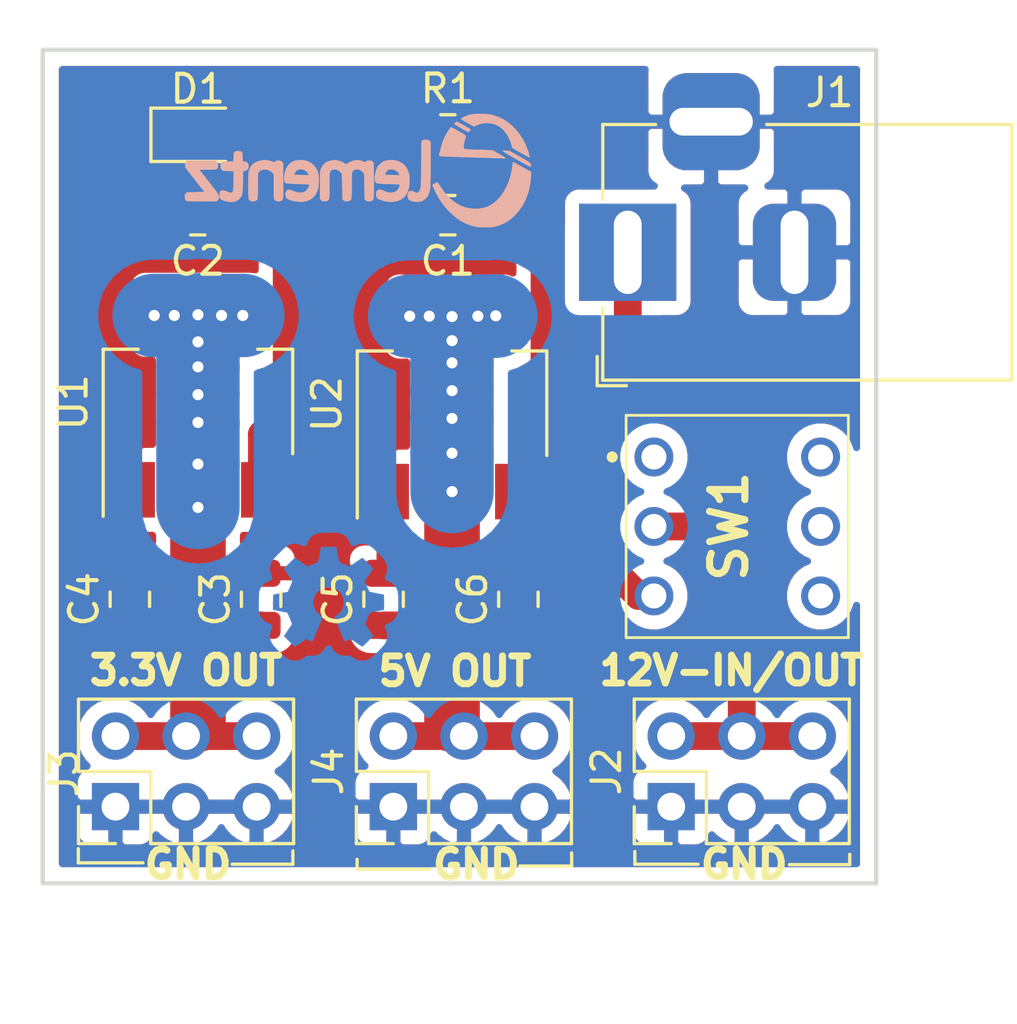
<source format=kicad_pcb>
(kicad_pcb (version 20171130) (host pcbnew 5.1.5-52549c5~86~ubuntu16.04.1)

  (general
    (thickness 1.6)
    (drawings 26)
    (tracks 99)
    (zones 0)
    (modules 17)
    (nets 7)
  )

  (page A4)
  (title_block
    (title "DC-DC 12V to 3.3V 5V Multi Output Voltage Conversion ")
    (date 2020-11-24)
    (rev V1.0)
    (company "Elementz Engineers Guild Pvt Ltd")
    (comment 1 "Drawn by : Arun M G")
    (comment 2 "Verified by : Jerryl")
  )

  (layers
    (0 F.Cu signal)
    (31 B.Cu signal)
    (32 B.Adhes user)
    (33 F.Adhes user)
    (34 B.Paste user)
    (35 F.Paste user)
    (36 B.SilkS user)
    (37 F.SilkS user)
    (38 B.Mask user)
    (39 F.Mask user)
    (40 Dwgs.User user)
    (41 Cmts.User user)
    (42 Eco1.User user)
    (43 Eco2.User user)
    (44 Edge.Cuts user)
    (45 Margin user)
    (46 B.CrtYd user)
    (47 F.CrtYd user)
    (48 B.Fab user)
    (49 F.Fab user hide)
  )

  (setup
    (last_trace_width 0.25)
    (user_trace_width 0.5)
    (user_trace_width 1)
    (trace_clearance 0.2)
    (zone_clearance 0.508)
    (zone_45_only no)
    (trace_min 0.2)
    (via_size 0.8)
    (via_drill 0.4)
    (via_min_size 0.4)
    (via_min_drill 0.3)
    (uvia_size 0.3)
    (uvia_drill 0.1)
    (uvias_allowed no)
    (uvia_min_size 0.2)
    (uvia_min_drill 0.1)
    (edge_width 0.05)
    (segment_width 0.2)
    (pcb_text_width 0.3)
    (pcb_text_size 1.5 1.5)
    (mod_edge_width 0.12)
    (mod_text_size 1 1)
    (mod_text_width 0.15)
    (pad_size 1.524 1.524)
    (pad_drill 0.762)
    (pad_to_mask_clearance 0.051)
    (solder_mask_min_width 0.25)
    (aux_axis_origin 0 0)
    (visible_elements FFFFFF7F)
    (pcbplotparams
      (layerselection 0x010fc_ffffffff)
      (usegerberextensions false)
      (usegerberattributes false)
      (usegerberadvancedattributes false)
      (creategerberjobfile false)
      (excludeedgelayer true)
      (linewidth 0.100000)
      (plotframeref false)
      (viasonmask false)
      (mode 1)
      (useauxorigin false)
      (hpglpennumber 1)
      (hpglpenspeed 20)
      (hpglpendiameter 15.000000)
      (psnegative false)
      (psa4output false)
      (plotreference true)
      (plotvalue false)
      (plotinvisibletext false)
      (padsonsilk false)
      (subtractmaskfromsilk false)
      (outputformat 1)
      (mirror false)
      (drillshape 0)
      (scaleselection 1)
      (outputdirectory "Gerber"))
  )

  (net 0 "")
  (net 1 GND)
  (net 2 VCC)
  (net 3 +3V3)
  (net 4 "Net-(D1-Pad2)")
  (net 5 +12V)
  (net 6 +5V)

  (net_class Default "This is the default net class."
    (clearance 0.2)
    (trace_width 0.25)
    (via_dia 0.8)
    (via_drill 0.4)
    (uvia_dia 0.3)
    (uvia_drill 0.1)
    (add_net +12V)
    (add_net +3V3)
    (add_net +5V)
    (add_net GND)
    (add_net "Net-(D1-Pad2)")
    (add_net VCC)
  )

  (module OSHW-logo:OSHW-logo_copper-back_4mm (layer B.Cu) (tedit 0) (tstamp 5FBD4589)
    (at 139.827 95.758 180)
    (fp_text reference G*** (at 0 -2.1209) (layer B.SilkS) hide
      (effects (font (size 0.18034 0.18034) (thickness 0.03556)) (justify mirror))
    )
    (fp_text value OSHW-logo_copper-back_4mm (at 0 2.1209) (layer B.SilkS) hide
      (effects (font (size 0.18034 0.18034) (thickness 0.03556)) (justify mirror))
    )
    (fp_poly (pts (xy 1.21158 -1.79578) (xy 1.19126 -1.78562) (xy 1.143 -1.75514) (xy 1.07696 -1.71196)
      (xy 0.99822 -1.65862) (xy 0.91948 -1.60528) (xy 0.85344 -1.5621) (xy 0.80772 -1.53162)
      (xy 0.78994 -1.52146) (xy 0.77978 -1.524) (xy 0.74168 -1.54432) (xy 0.6858 -1.57226)
      (xy 0.65532 -1.5875) (xy 0.60452 -1.61036) (xy 0.57912 -1.61544) (xy 0.57658 -1.60782)
      (xy 0.55626 -1.56972) (xy 0.52832 -1.50368) (xy 0.49022 -1.41732) (xy 0.44704 -1.31572)
      (xy 0.40132 -1.2065) (xy 0.3556 -1.09474) (xy 0.30988 -0.98806) (xy 0.27178 -0.89154)
      (xy 0.23876 -0.81534) (xy 0.21844 -0.75946) (xy 0.21082 -0.7366) (xy 0.21336 -0.73152)
      (xy 0.23876 -0.70866) (xy 0.28194 -0.67564) (xy 0.37846 -0.5969) (xy 0.4699 -0.48006)
      (xy 0.52832 -0.34798) (xy 0.5461 -0.20066) (xy 0.53086 -0.06604) (xy 0.47752 0.0635)
      (xy 0.38608 0.18288) (xy 0.27432 0.26924) (xy 0.14478 0.32512) (xy 0 0.3429)
      (xy -0.1397 0.32766) (xy -0.27178 0.27432) (xy -0.39116 0.18542) (xy -0.43942 0.127)
      (xy -0.508 0.00762) (xy -0.54864 -0.11938) (xy -0.55118 -0.14986) (xy -0.5461 -0.2921)
      (xy -0.50546 -0.42672) (xy -0.4318 -0.5461) (xy -0.32766 -0.64516) (xy -0.31496 -0.65532)
      (xy -0.2667 -0.69088) (xy -0.23622 -0.71374) (xy -0.21082 -0.73406) (xy -0.38862 -1.16586)
      (xy -0.41656 -1.23444) (xy -0.46736 -1.35128) (xy -0.51054 -1.45288) (xy -0.54356 -1.53416)
      (xy -0.56896 -1.5875) (xy -0.57912 -1.61036) (xy -0.59436 -1.6129) (xy -0.62738 -1.6002)
      (xy -0.68834 -1.57226) (xy -0.72898 -1.55194) (xy -0.7747 -1.52908) (xy -0.79502 -1.52146)
      (xy -0.8128 -1.53162) (xy -0.85598 -1.55956) (xy -0.91948 -1.60274) (xy -0.99568 -1.65354)
      (xy -1.06934 -1.70434) (xy -1.13792 -1.75006) (xy -1.18618 -1.78054) (xy -1.21158 -1.79324)
      (xy -1.21412 -1.79324) (xy -1.23444 -1.78054) (xy -1.27508 -1.75006) (xy -1.3335 -1.69418)
      (xy -1.41478 -1.6129) (xy -1.42748 -1.6002) (xy -1.49606 -1.52908) (xy -1.55194 -1.47066)
      (xy -1.59004 -1.43002) (xy -1.60274 -1.41224) (xy -1.59004 -1.38684) (xy -1.55956 -1.33858)
      (xy -1.51384 -1.27) (xy -1.4605 -1.19126) (xy -1.31826 -0.98298) (xy -1.397 -0.7874)
      (xy -1.41986 -0.72898) (xy -1.45034 -0.65532) (xy -1.4732 -0.60452) (xy -1.4859 -0.58166)
      (xy -1.50622 -0.57404) (xy -1.55956 -0.56134) (xy -1.6383 -0.54356) (xy -1.72974 -0.52832)
      (xy -1.81864 -0.51054) (xy -1.89738 -0.4953) (xy -1.9558 -0.48514) (xy -1.9812 -0.48006)
      (xy -1.98628 -0.47498) (xy -1.99136 -0.46228) (xy -1.99644 -0.43688) (xy -1.99644 -0.38862)
      (xy -1.99898 -0.31242) (xy -1.99898 -0.20066) (xy -1.99898 -0.1905) (xy -1.99644 -0.08382)
      (xy -1.99644 0) (xy -1.9939 0.05334) (xy -1.98882 0.07366) (xy -1.96342 0.08128)
      (xy -1.90754 0.09144) (xy -1.8288 0.10922) (xy -1.73228 0.127) (xy -1.7272 0.127)
      (xy -1.63322 0.14478) (xy -1.55448 0.16256) (xy -1.4986 0.17526) (xy -1.47574 0.18288)
      (xy -1.47066 0.18796) (xy -1.45034 0.22606) (xy -1.4224 0.28448) (xy -1.39192 0.3556)
      (xy -1.36144 0.42926) (xy -1.3335 0.49784) (xy -1.31572 0.5461) (xy -1.31064 0.56896)
      (xy -1.32588 0.59182) (xy -1.3589 0.64262) (xy -1.40462 0.70866) (xy -1.4605 0.78994)
      (xy -1.46304 0.79756) (xy -1.51892 0.8763) (xy -1.5621 0.94488) (xy -1.59258 0.99314)
      (xy -1.60274 1.01346) (xy -1.60274 1.016) (xy -1.58496 1.03886) (xy -1.54432 1.08458)
      (xy -1.4859 1.14554) (xy -1.41478 1.21666) (xy -1.39192 1.23698) (xy -1.31572 1.31318)
      (xy -1.26238 1.36398) (xy -1.22682 1.38938) (xy -1.21158 1.397) (xy -1.21158 1.39446)
      (xy -1.18618 1.38176) (xy -1.13538 1.34874) (xy -1.0668 1.30048) (xy -0.98552 1.24714)
      (xy -0.98044 1.24206) (xy -0.9017 1.18872) (xy -0.83566 1.143) (xy -0.7874 1.11252)
      (xy -0.76708 1.09982) (xy -0.762 1.09982) (xy -0.73152 1.10998) (xy -0.6731 1.12776)
      (xy -0.60452 1.1557) (xy -0.53086 1.18618) (xy -0.46228 1.21412) (xy -0.41148 1.23698)
      (xy -0.38862 1.24968) (xy -0.38862 1.25222) (xy -0.37846 1.28016) (xy -0.36576 1.34112)
      (xy -0.34798 1.4224) (xy -0.3302 1.52146) (xy -0.32766 1.5367) (xy -0.30988 1.63068)
      (xy -0.29464 1.70942) (xy -0.28194 1.7653) (xy -0.27686 1.78816) (xy -0.26416 1.7907)
      (xy -0.2159 1.79324) (xy -0.14478 1.79578) (xy -0.05842 1.79578) (xy 0.03048 1.79578)
      (xy 0.11684 1.79324) (xy 0.19304 1.7907) (xy 0.24638 1.78816) (xy 0.26924 1.78308)
      (xy 0.27178 1.78054) (xy 0.2794 1.7526) (xy 0.2921 1.69164) (xy 0.30988 1.61036)
      (xy 0.32766 1.5113) (xy 0.3302 1.49352) (xy 0.34798 1.39954) (xy 0.36576 1.3208)
      (xy 0.37592 1.26746) (xy 0.38354 1.24714) (xy 0.39116 1.24206) (xy 0.42926 1.22428)
      (xy 0.49276 1.19888) (xy 0.57404 1.16586) (xy 0.75692 1.0922) (xy 0.98044 1.24714)
      (xy 1.00076 1.25984) (xy 1.08204 1.31572) (xy 1.14808 1.3589) (xy 1.1938 1.38938)
      (xy 1.21412 1.39954) (xy 1.23698 1.37922) (xy 1.2827 1.33858) (xy 1.34366 1.27762)
      (xy 1.41224 1.20904) (xy 1.46558 1.1557) (xy 1.52654 1.0922) (xy 1.56718 1.05156)
      (xy 1.5875 1.02362) (xy 1.59512 1.00584) (xy 1.59258 0.99568) (xy 1.57988 0.97282)
      (xy 1.54686 0.92456) (xy 1.50114 0.85598) (xy 1.44526 0.77724) (xy 1.39954 0.70866)
      (xy 1.35128 0.635) (xy 1.3208 0.58166) (xy 1.3081 0.55372) (xy 1.31064 0.54356)
      (xy 1.32842 0.50038) (xy 1.35382 0.4318) (xy 1.38684 0.35306) (xy 1.46558 0.17526)
      (xy 1.58242 0.15494) (xy 1.65354 0.1397) (xy 1.7526 0.12192) (xy 1.84658 0.10414)
      (xy 1.9939 0.07366) (xy 1.99898 -0.46482) (xy 1.97612 -0.47498) (xy 1.95326 -0.4826)
      (xy 1.89992 -0.49276) (xy 1.82118 -0.508) (xy 1.72974 -0.52578) (xy 1.651 -0.54102)
      (xy 1.57226 -0.55626) (xy 1.51638 -0.56642) (xy 1.49098 -0.5715) (xy 1.48336 -0.58166)
      (xy 1.46304 -0.61976) (xy 1.4351 -0.68072) (xy 1.40462 -0.75438) (xy 1.37414 -0.82804)
      (xy 1.3462 -0.89916) (xy 1.32588 -0.9525) (xy 1.31826 -0.98044) (xy 1.32842 -1.00076)
      (xy 1.3589 -1.04648) (xy 1.40208 -1.11252) (xy 1.45542 -1.19126) (xy 1.5113 -1.27)
      (xy 1.55448 -1.33858) (xy 1.5875 -1.38684) (xy 1.6002 -1.40716) (xy 1.59258 -1.4224)
      (xy 1.5621 -1.4605) (xy 1.50368 -1.52146) (xy 1.41478 -1.61036) (xy 1.39954 -1.62306)
      (xy 1.33096 -1.69164) (xy 1.27 -1.74498) (xy 1.22936 -1.78308) (xy 1.21158 -1.79578)) (layer B.Cu) (width 0.00254))
  )

  (module Logo:elementz_logo12.5*4.1 (layer B.Cu) (tedit 0) (tstamp 5F8641BF)
    (at 140.89 80.423 180)
    (fp_text reference G*** (at 0 0 180) (layer B.SilkS) hide
      (effects (font (size 1.524 1.524) (thickness 0.3)) (justify mirror))
    )
    (fp_text value LOGO (at 0.75 0 180) (layer B.SilkS) hide
      (effects (font (size 1.524 1.524) (thickness 0.3)) (justify mirror))
    )
    (fp_poly (pts (xy -3.537846 1.75765) (xy -3.511072 1.738307) (xy -3.486219 1.712775) (xy -3.471166 1.688559)
      (xy -3.469876 1.678718) (xy -3.481132 1.668987) (xy -3.510746 1.649141) (xy -3.554882 1.621421)
      (xy -3.609707 1.588067) (xy -3.671384 1.551319) (xy -3.73608 1.513418) (xy -3.799959 1.476605)
      (xy -3.859187 1.443119) (xy -3.909928 1.415202) (xy -3.948348 1.395093) (xy -3.970611 1.385034)
      (xy -3.97381 1.384301) (xy -3.98565 1.393332) (xy -4.006516 1.416083) (xy -4.016375 1.428072)
      (xy -4.037694 1.457079) (xy -4.050055 1.478325) (xy -4.0513 1.482775) (xy -4.040796 1.491448)
      (xy -4.01186 1.510085) (xy -3.968357 1.536484) (xy -3.914154 1.568444) (xy -3.853116 1.603763)
      (xy -3.789108 1.640242) (xy -3.725997 1.675677) (xy -3.667648 1.707869) (xy -3.617927 1.734615)
      (xy -3.580699 1.753715) (xy -3.55983 1.762967) (xy -3.558662 1.763299) (xy -3.537846 1.75765)) (layer B.SilkS) (width 0.01))
    (fp_poly (pts (xy -4.345905 2.041626) (xy -4.258465 2.039159) (xy -4.191022 2.036189) (xy -4.138175 2.032099)
      (xy -4.094521 2.026272) (xy -4.054659 2.018095) (xy -4.013186 2.006951) (xy -3.995492 2.001693)
      (xy -3.925375 1.97845) (xy -3.858578 1.952614) (xy -3.799447 1.926248) (xy -3.752326 1.901419)
      (xy -3.721559 1.880189) (xy -3.711554 1.866779) (xy -3.719253 1.848642) (xy -3.742715 1.82844)
      (xy -3.748138 1.825178) (xy -3.772341 1.811558) (xy -3.814145 1.788105) (xy -3.868983 1.757381)
      (xy -3.932284 1.721945) (xy -3.983611 1.693232) (xy -4.179003 1.583959) (xy -4.266883 1.629165)
      (xy -4.376863 1.675666) (xy -4.491369 1.703071) (xy -4.616429 1.712557) (xy -4.685066 1.710935)
      (xy -4.827467 1.692986) (xy -4.956308 1.654102) (xy -5.073602 1.593415) (xy -5.181359 1.510058)
      (xy -5.206669 1.485946) (xy -5.313799 1.362541) (xy -5.403726 1.222524) (xy -5.474302 1.069742)
      (xy -5.518864 0.9271) (xy -5.53175 0.879538) (xy -5.5444 0.841016) (xy -5.55438 0.818811)
      (xy -5.555601 0.81722) (xy -5.571061 0.806115) (xy -5.604886 0.785257) (xy -5.653457 0.756657)
      (xy -5.713154 0.722326) (xy -5.780356 0.684276) (xy -5.851443 0.644518) (xy -5.922795 0.605064)
      (xy -5.990792 0.567925) (xy -6.051814 0.535112) (xy -6.102241 0.508637) (xy -6.138452 0.490512)
      (xy -6.156827 0.482747) (xy -6.157835 0.4826) (xy -6.168556 0.488865) (xy -6.170178 0.511116)
      (xy -6.167244 0.533896) (xy -6.159805 0.567236) (xy -6.146138 0.617074) (xy -6.128381 0.675924)
      (xy -6.11375 0.721221) (xy -6.036445 0.920307) (xy -5.941162 1.109397) (xy -5.829726 1.286319)
      (xy -5.703957 1.448904) (xy -5.565677 1.594979) (xy -5.416709 1.722374) (xy -5.258875 1.828919)
      (xy -5.125548 1.898552) (xy -4.997203 1.951787) (xy -4.87265 1.991714) (xy -4.745976 2.019418)
      (xy -4.611267 2.035983) (xy -4.462612 2.042496) (xy -4.345905 2.041626)) (layer B.SilkS) (width 0.01))
    (fp_poly (pts (xy -3.338441 1.552254) (xy -3.31108 1.525105) (xy -3.277277 1.481591) (xy -3.23912 1.425067)
      (xy -3.198699 1.358888) (xy -3.1581 1.286408) (xy -3.119414 1.210982) (xy -3.084728 1.135964)
      (xy -3.067203 1.093802) (xy -3.036808 1.00963) (xy -3.007184 0.914303) (xy -2.980349 0.815517)
      (xy -2.958323 0.720965) (xy -2.943125 0.638341) (xy -2.938763 0.604353) (xy -2.930403 0.522751)
      (xy -2.986027 0.515952) (xy -3.007083 0.514528) (xy -3.051536 0.512426) (xy -3.117394 0.509717)
      (xy -3.202667 0.506471) (xy -3.305361 0.502757) (xy -3.423485 0.498646) (xy -3.555048 0.494207)
      (xy -3.698058 0.48951) (xy -3.850522 0.484624) (xy -4.01045 0.479621) (xy -4.1021 0.476806)
      (xy -4.265642 0.471778) (xy -4.423062 0.46686) (xy -4.572342 0.462121) (xy -4.711463 0.457628)
      (xy -4.838407 0.453448) (xy -4.951155 0.449649) (xy -5.047689 0.4463) (xy -5.125991 0.443466)
      (xy -5.184041 0.441217) (xy -5.219821 0.43962) (xy -5.229225 0.439048) (xy -5.268663 0.437089)
      (xy -5.288838 0.440423) (xy -5.295589 0.450442) (xy -5.295869 0.454943) (xy -5.285288 0.469147)
      (xy -5.253293 0.493262) (xy -5.199463 0.527563) (xy -5.12338 0.572322) (xy -5.06367 0.606104)
      (xy -4.831503 0.735958) (xy -4.374727 0.749649) (xy -4.267718 0.752994) (xy -4.167306 0.756394)
      (xy -4.076677 0.759723) (xy -3.999018 0.762851) (xy -3.937512 0.765652) (xy -3.895348 0.767998)
      (xy -3.876579 0.769614) (xy -3.838354 0.781259) (xy -3.814076 0.804567) (xy -3.802429 0.842859)
      (xy -3.802095 0.899456) (xy -3.806984 0.945131) (xy -3.817555 1.006778) (xy -3.832152 1.070206)
      (xy -3.847733 1.122307) (xy -3.848721 1.125028) (xy -3.864748 1.167182) (xy -3.876225 1.200013)
      (xy -3.881075 1.226244) (xy -3.877221 1.248598) (xy -3.862586 1.269798) (xy -3.835093 1.292568)
      (xy -3.792665 1.319631) (xy -3.733225 1.353711) (xy -3.654695 1.39753) (xy -3.630594 1.411023)
      (xy -3.556623 1.452332) (xy -3.489609 1.489387) (xy -3.432864 1.520386) (xy -3.389701 1.543527)
      (xy -3.363435 1.557008) (xy -3.35727 1.559684) (xy -3.338441 1.552254)) (layer B.SilkS) (width 0.01))
    (fp_poly (pts (xy -5.214861 0.720724) (xy -5.208476 0.714007) (xy -5.208898 0.70557) (xy -5.220495 0.695225)
      (xy -5.251625 0.674246) (xy -5.299543 0.644197) (xy -5.361505 0.606644) (xy -5.434764 0.563149)
      (xy -5.516576 0.51528) (xy -5.604196 0.4646) (xy -5.694878 0.412674) (xy -5.785878 0.361067)
      (xy -5.874449 0.311343) (xy -5.957848 0.265068) (xy -6.033329 0.223807) (xy -6.098146 0.189124)
      (xy -6.149555 0.162583) (xy -6.18481 0.145751) (xy -6.200775 0.140178) (xy -6.215916 0.145734)
      (xy -6.222166 0.167211) (xy -6.222813 0.187325) (xy -6.218454 0.227679) (xy -6.208091 0.261958)
      (xy -6.206938 0.264236) (xy -6.190739 0.279472) (xy -6.152955 0.305798) (xy -6.094554 0.342621)
      (xy -6.016505 0.389347) (xy -5.919775 0.445382) (xy -5.8166 0.503812) (xy -5.44195 0.714102)
      (xy -5.323198 0.720798) (xy -5.267739 0.723522) (xy -5.233121 0.723696) (xy -5.214861 0.720724)) (layer B.SilkS) (width 0.01))
    (fp_poly (pts (xy 6.187279 0.318978) (xy 6.20796 0.293786) (xy 6.218913 0.27117) (xy 6.222506 0.242148)
      (xy 6.22111 0.197738) (xy 6.22078 0.191978) (xy 6.215886 0.10795) (xy 5.526698 -0.76835)
      (xy 5.844162 -0.7747) (xy 6.161627 -0.78105) (xy 6.2 -0.824022) (xy 6.220337 -0.848696)
      (xy 6.23132 -0.870808) (xy 6.235172 -0.899011) (xy 6.234115 -0.941959) (xy 6.233443 -0.954263)
      (xy 6.228687 -1.006168) (xy 6.220127 -1.040256) (xy 6.205589 -1.064057) (xy 6.200013 -1.070041)
      (xy 6.171515 -1.09855) (xy 5.632749 -1.102119) (xy 5.093983 -1.105689) (xy 5.0548 -1.070369)
      (xy 5.019659 -1.022115) (xy 5.004791 -0.960324) (xy 5.009086 -0.896552) (xy 5.016182 -0.878623)
      (xy 5.0333 -0.849513) (xy 5.06136 -0.807965) (xy 5.101284 -0.752723) (xy 5.153993 -0.682534)
      (xy 5.220408 -0.596141) (xy 5.301452 -0.49229) (xy 5.366169 -0.410067) (xy 5.714872 0.03175)
      (xy 5.103152 0.04445) (xy 5.072526 0.080084) (xy 5.054881 0.105231) (xy 5.045531 0.13414)
      (xy 5.042124 0.175812) (xy 5.0419 0.197358) (xy 5.043303 0.244703) (xy 5.049416 0.276195)
      (xy 5.063092 0.301312) (xy 5.078958 0.320475) (xy 5.116016 0.36195) (xy 6.148883 0.36195)
      (xy 6.187279 0.318978)) (layer B.SilkS) (width 0.01))
    (fp_poly (pts (xy 3.473137 0.368897) (xy 3.601163 0.338007) (xy 3.6957 0.29799) (xy 3.777034 0.244742)
      (xy 3.841893 0.175992) (xy 3.892421 0.088997) (xy 3.923148 0.00709) (xy 3.930214 -0.017171)
      (xy 3.935906 -0.041417) (xy 3.940372 -0.068623) (xy 3.94376 -0.101765) (xy 3.946217 -0.143817)
      (xy 3.94789 -0.197754) (xy 3.948926 -0.266549) (xy 3.949473 -0.353178) (xy 3.949679 -0.460616)
      (xy 3.9497 -0.528795) (xy 3.949558 -0.657334) (xy 3.948911 -0.762946) (xy 3.947427 -0.848105)
      (xy 3.944776 -0.915283) (xy 3.940624 -0.966954) (xy 3.934642 -1.005591) (xy 3.926497 -1.033667)
      (xy 3.915858 -1.053654) (xy 3.902393 -1.068026) (xy 3.88577 -1.079257) (xy 3.875131 -1.085006)
      (xy 3.821093 -1.102325) (xy 3.7624 -1.104201) (xy 3.705714 -1.092285) (xy 3.657696 -1.068231)
      (xy 3.625009 -1.03369) (xy 3.619183 -1.021517) (xy 3.616007 -1.000522) (xy 3.613183 -0.956869)
      (xy 3.610784 -0.8933) (xy 3.608885 -0.812556) (xy 3.607558 -0.717377) (xy 3.606876 -0.610505)
      (xy 3.6068 -0.558799) (xy 3.606379 -0.428436) (xy 3.605141 -0.317433) (xy 3.603123 -0.227026)
      (xy 3.600359 -0.158449) (xy 3.596886 -0.112937) (xy 3.593254 -0.092901) (xy 3.557904 -0.031772)
      (xy 3.50493 0.011281) (xy 3.434148 0.036366) (xy 3.35915 0.043646) (xy 3.263167 0.032524)
      (xy 3.17549 -0.001665) (xy 3.09948 -0.057469) (xy 3.080886 -0.076614) (xy 3.0353 -0.127073)
      (xy 3.0353 -0.558009) (xy 3.034936 -0.669431) (xy 3.033895 -0.770388) (xy 3.032249 -0.858145)
      (xy 3.030072 -0.929966) (xy 3.027435 -0.983116) (xy 3.024414 -1.014861) (xy 3.022916 -1.021517)
      (xy 2.996088 -1.059045) (xy 2.952096 -1.086424) (xy 2.89767 -1.102127) (xy 2.83954 -1.104623)
      (xy 2.784435 -1.092386) (xy 2.761237 -1.080954) (xy 2.72968 -1.053913) (xy 2.70738 -1.021474)
      (xy 2.706912 -1.020375) (xy 2.703212 -1.004118) (xy 2.700194 -0.973876) (xy 2.697833 -0.928096)
      (xy 2.696101 -0.86523) (xy 2.69497 -0.783728) (xy 2.694414 -0.682039) (xy 2.694405 -0.558614)
      (xy 2.694917 -0.411903) (xy 2.695224 -0.352948) (xy 2.69875 0.27775) (xy 2.735579 0.316183)
      (xy 2.778274 0.345933) (xy 2.831349 0.362003) (xy 2.887456 0.364364) (xy 2.939249 0.352994)
      (xy 2.979381 0.327865) (xy 2.988461 0.317056) (xy 2.998769 0.304622) (xy 3.011119 0.300416)
      (xy 3.032102 0.304891) (xy 3.068311 0.318503) (xy 3.080576 0.323411) (xy 3.208691 0.36177)
      (xy 3.340929 0.376875) (xy 3.473137 0.368897)) (layer B.SilkS) (width 0.01))
    (fp_poly (pts (xy 1.00757 0.355986) (xy 1.11191 0.3179) (xy 1.199011 0.261669) (xy 1.269662 0.186752)
      (xy 1.324652 0.092606) (xy 1.335608 0.067086) (xy 1.34304 0.048045) (xy 1.349135 0.029528)
      (xy 1.354049 0.008861) (xy 1.357934 -0.016626) (xy 1.360946 -0.049606) (xy 1.363238 -0.09275)
      (xy 1.364964 -0.148731) (xy 1.366277 -0.22022) (xy 1.367333 -0.309889) (xy 1.368285 -0.42041)
      (xy 1.368974 -0.511895) (xy 1.372698 -1.017441) (xy 1.328969 -1.06117) (xy 1.300625 -1.086763)
      (xy 1.274817 -1.099821) (xy 1.240697 -1.104454) (xy 1.213489 -1.1049) (xy 1.163856 -1.101165)
      (xy 1.119685 -1.091533) (xy 1.103268 -1.085006) (xy 1.084632 -1.07435) (xy 1.069386 -1.061864)
      (xy 1.057189 -1.045052) (xy 1.047702 -1.021421) (xy 1.040588 -0.988476) (xy 1.035506 -0.943724)
      (xy 1.032118 -0.884669) (xy 1.030084 -0.808817) (xy 1.029066 -0.713675) (xy 1.028723 -0.596748)
      (xy 1.0287 -0.536498) (xy 1.028655 -0.418726) (xy 1.028416 -0.323541) (xy 1.02782 -0.24813)
      (xy 1.026705 -0.189679) (xy 1.024912 -0.145376) (xy 1.022279 -0.112407) (xy 1.018645 -0.087959)
      (xy 1.013848 -0.06922) (xy 1.007728 -0.053376) (xy 1.000125 -0.037615) (xy 0.975385 0.00216)
      (xy 0.946011 0.025884) (xy 0.920287 0.036774) (xy 0.851433 0.047851) (xy 0.779207 0.037441)
      (xy 0.709331 0.007771) (xy 0.647526 -0.03893) (xy 0.6096 -0.084252) (xy 0.57785 -0.13142)
      (xy 0.5715 -0.581119) (xy 0.56515 -1.030819) (xy 0.523674 -1.067859) (xy 0.494128 -1.090414)
      (xy 0.464126 -1.101494) (xy 0.422404 -1.104832) (xy 0.411918 -1.1049) (xy 0.36365 -1.101175)
      (xy 0.319989 -1.091648) (xy 0.303168 -1.085006) (xy 0.284477 -1.074307) (xy 0.269195 -1.061755)
      (xy 0.256981 -1.044845) (xy 0.247492 -1.021075) (xy 0.240387 -0.987941) (xy 0.235321 -0.94294)
      (xy 0.231954 -0.883568) (xy 0.229943 -0.807322) (xy 0.228945 -0.711698) (xy 0.228619 -0.594194)
      (xy 0.2286 -0.53975) (xy 0.228481 -0.41516) (xy 0.227911 -0.313295) (xy 0.226563 -0.231481)
      (xy 0.224115 -0.167042) (xy 0.220242 -0.117305) (xy 0.21462 -0.079594) (xy 0.206925 -0.051235)
      (xy 0.196832 -0.029552) (xy 0.184018 -0.011873) (xy 0.168157 0.004479) (xy 0.161936 0.010283)
      (xy 0.121298 0.034151) (xy 0.061917 0.04641) (xy 0.061875 0.046415) (xy 0.017586 0.048463)
      (xy -0.018468 0.04233) (xy -0.058832 0.025326) (xy -0.074834 0.017082) (xy -0.120533 -0.011963)
      (xy -0.163205 -0.047115) (xy -0.182784 -0.067826) (xy -0.22225 -0.116602) (xy -0.23495 -1.030822)
      (xy -0.276426 -1.067861) (xy -0.305099 -1.089944) (xy -0.333967 -1.101059) (xy -0.373817 -1.104697)
      (xy -0.390726 -1.104852) (xy -0.457466 -1.098388) (xy -0.504134 -1.080059) (xy -0.543226 -1.041902)
      (xy -0.558802 -1.007082) (xy -0.562474 -0.983014) (xy -0.565399 -0.938054) (xy -0.567589 -0.871474)
      (xy -0.569055 -0.782549) (xy -0.569809 -0.670553) (xy -0.56986 -0.534759) (xy -0.569221 -0.37444)
      (xy -0.569019 -0.340549) (xy -0.56515 0.277751) (xy -0.528321 0.316183) (xy -0.486971 0.345066)
      (xy -0.435244 0.36122) (xy -0.380322 0.364613) (xy -0.329388 0.355214) (xy -0.289626 0.33299)
      (xy -0.276322 0.317291) (xy -0.265751 0.30347) (xy -0.252932 0.301187) (xy -0.229619 0.310613)
      (xy -0.213732 0.318607) (xy -0.108056 0.358681) (xy 0.003281 0.375316) (xy 0.116894 0.368809)
      (xy 0.2294 0.339455) (xy 0.337413 0.28755) (xy 0.368303 0.267716) (xy 0.407128 0.241829)
      (xy 0.431064 0.228891) (xy 0.44599 0.227223) (xy 0.457782 0.235146) (xy 0.462987 0.240679)
      (xy 0.50972 0.27863) (xy 0.575095 0.313321) (xy 0.652378 0.342586) (xy 0.734835 0.36426)
      (xy 0.815732 0.376177) (xy 0.885201 0.376469) (xy 1.00757 0.355986)) (layer B.SilkS) (width 0.01))
    (fp_poly (pts (xy 4.366501 0.703804) (xy 4.397832 0.69911) (xy 4.420189 0.688433) (xy 4.441536 0.669672)
      (xy 4.456529 0.653511) (xy 4.466696 0.637018) (xy 4.47316 0.61489) (xy 4.477045 0.581825)
      (xy 4.479472 0.532519) (xy 4.480962 0.483491) (xy 4.485174 0.332488) (xy 4.674414 0.328169)
      (xy 4.863653 0.32385) (xy 4.905151 0.282331) (xy 4.927977 0.257263) (xy 4.940443 0.234028)
      (xy 4.945637 0.203427) (xy 4.94665 0.15875) (xy 4.945522 0.112484) (xy 4.940079 0.082388)
      (xy 4.927231 0.059264) (xy 4.905151 0.03517) (xy 4.863653 -0.00635) (xy 4.673376 -0.010689)
      (xy 4.4831 -0.015029) (xy 4.48317 -0.340889) (xy 4.483596 -0.455304) (xy 4.485064 -0.547115)
      (xy 4.487941 -0.619111) (xy 4.492595 -0.674079) (xy 4.499393 -0.714809) (xy 4.508703 -0.744087)
      (xy 4.520893 -0.764702) (xy 4.536329 -0.779441) (xy 4.541455 -0.783007) (xy 4.573855 -0.794722)
      (xy 4.615414 -0.791372) (xy 4.669729 -0.772258) (xy 4.71805 -0.748712) (xy 4.761461 -0.73169)
      (xy 4.814148 -0.718701) (xy 4.839379 -0.715072) (xy 4.882541 -0.712383) (xy 4.910884 -0.716535)
      (xy 4.934596 -0.729912) (xy 4.947329 -0.740312) (xy 4.966029 -0.757962) (xy 4.977171 -0.77577)
      (xy 4.982703 -0.800703) (xy 4.984574 -0.839729) (xy 4.98475 -0.874177) (xy 4.983902 -0.92686)
      (xy 4.980231 -0.961419) (xy 4.972048 -0.985103) (xy 4.957662 -1.005163) (xy 4.953 -1.010351)
      (xy 4.910477 -1.045499) (xy 4.852392 -1.073832) (xy 4.775183 -1.096798) (xy 4.706146 -1.110755)
      (xy 4.64578 -1.120862) (xy 4.601784 -1.126408) (xy 4.565577 -1.127592) (xy 4.52858 -1.12461)
      (xy 4.482213 -1.117662) (xy 4.472981 -1.116134) (xy 4.395518 -1.09653) (xy 4.330974 -1.063206)
      (xy 4.275678 -1.017775) (xy 4.244196 -0.985933) (xy 4.218402 -0.95405) (xy 4.19768 -0.919211)
      (xy 4.181416 -0.878501) (xy 4.168993 -0.829002) (xy 4.159797 -0.767799) (xy 4.153213 -0.691976)
      (xy 4.148625 -0.598617) (xy 4.14542 -0.484806) (xy 4.143678 -0.391981) (xy 4.137487 -0.015612)
      (xy 4.077585 -0.007666) (xy 4.025625 0.005907) (xy 3.98547 0.034068) (xy 3.980516 0.039074)
      (xy 3.959782 0.063594) (xy 3.948574 0.08807) (xy 3.944055 0.121682) (xy 3.94335 0.15934)
      (xy 3.94457 0.20574) (xy 3.950181 0.235872) (xy 3.963106 0.258828) (xy 3.981979 0.279441)
      (xy 4.017835 0.30725) (xy 4.061198 0.322027) (xy 4.085728 0.325783) (xy 4.150848 0.333495)
      (xy 4.155049 0.483994) (xy 4.157122 0.548306) (xy 4.159845 0.592537) (xy 4.164347 0.622005)
      (xy 4.171755 0.642025) (xy 4.183197 0.657912) (xy 4.194463 0.669672) (xy 4.21601 0.688573)
      (xy 4.238414 0.69918) (xy 4.269872 0.703828) (xy 4.318 0.70485) (xy 4.366501 0.703804)) (layer B.SilkS) (width 0.01))
    (fp_poly (pts (xy 2.201658 0.370843) (xy 2.31393 0.340411) (xy 2.410865 0.289768) (xy 2.492406 0.218975)
      (xy 2.558492 0.128097) (xy 2.609065 0.017195) (xy 2.644066 -0.113668) (xy 2.661601 -0.241364)
      (xy 2.664812 -0.301273) (xy 2.66158 -0.34509) (xy 2.651196 -0.381467) (xy 2.649876 -0.384696)
      (xy 2.63961 -0.406556) (xy 2.627164 -0.424337) (xy 2.609891 -0.438569) (xy 2.585145 -0.449784)
      (xy 2.550277 -0.458513) (xy 2.502641 -0.465288) (xy 2.439588 -0.470637) (xy 2.358472 -0.475094)
      (xy 2.256645 -0.479189) (xy 2.162629 -0.482423) (xy 2.066684 -0.485598) (xy 1.978702 -0.488489)
      (xy 1.901962 -0.49099) (xy 1.83974 -0.492994) (xy 1.795316 -0.494395) (xy 1.771966 -0.495088)
      (xy 1.769498 -0.495142) (xy 1.760253 -0.505095) (xy 1.762565 -0.531118) (xy 1.77419 -0.567958)
      (xy 1.792882 -0.610363) (xy 1.816399 -0.653079) (xy 1.842494 -0.690853) (xy 1.862561 -0.712925)
      (xy 1.930298 -0.761665) (xy 2.006457 -0.789224) (xy 2.092398 -0.795648) (xy 2.18948 -0.78098)
      (xy 2.299063 -0.745268) (xy 2.338396 -0.728786) (xy 2.415678 -0.699399) (xy 2.477123 -0.686922)
      (xy 2.525702 -0.691192) (xy 2.564385 -0.712047) (xy 2.569061 -0.71617) (xy 2.596211 -0.756633)
      (xy 2.61156 -0.811299) (xy 2.614867 -0.871756) (xy 2.605892 -0.929591) (xy 2.584394 -0.976391)
      (xy 2.576756 -0.985679) (xy 2.531183 -1.020292) (xy 2.465247 -1.051567) (xy 2.383885 -1.078423)
      (xy 2.292034 -1.099778) (xy 2.194632 -1.114552) (xy 2.096614 -1.121663) (xy 2.002917 -1.120029)
      (xy 1.97485 -1.117505) (xy 1.846539 -1.092571) (xy 1.734102 -1.047815) (xy 1.63765 -0.983336)
      (xy 1.557297 -0.89923) (xy 1.493152 -0.795593) (xy 1.44533 -0.672524) (xy 1.440026 -0.65405)
      (xy 1.42773 -0.592383) (xy 1.4188 -0.51321) (xy 1.413401 -0.423872) (xy 1.411699 -0.331711)
      (xy 1.413863 -0.24407) (xy 1.420057 -0.168289) (xy 1.420239 -0.167209) (xy 1.763707 -0.167209)
      (xy 2.028028 -0.158183) (xy 2.107224 -0.155288) (xy 2.177408 -0.152359) (xy 2.234765 -0.149585)
      (xy 2.275479 -0.147156) (xy 2.295731 -0.14526) (xy 2.297234 -0.144836) (xy 2.296892 -0.130107)
      (xy 2.285932 -0.101863) (xy 2.268018 -0.067596) (xy 2.24681 -0.034798) (xy 2.237797 -0.023256)
      (xy 2.188993 0.02073) (xy 2.13118 0.044426) (xy 2.067555 0.050522) (xy 1.981885 0.038189)
      (xy 1.903623 0.003832) (xy 1.837502 -0.049682) (xy 1.78874 -0.118529) (xy 1.763707 -0.167209)
      (xy 1.420239 -0.167209) (xy 1.427949 -0.12147) (xy 1.469124 0.004408) (xy 1.529287 0.114034)
      (xy 1.607063 0.206338) (xy 1.701078 0.280252) (xy 1.809958 0.334708) (xy 1.93233 0.368637)
      (xy 2.066817 0.38097) (xy 2.07411 0.381) (xy 2.201658 0.370843)) (layer B.SilkS) (width 0.01))
    (fp_poly (pts (xy -1.064438 0.37023) (xy -0.969219 0.348238) (xy -0.888984 0.315094) (xy -0.882214 0.311278)
      (xy -0.830247 0.273437) (xy -0.775349 0.221106) (xy -0.725463 0.162751) (xy -0.68853 0.106836)
      (xy -0.686196 0.102377) (xy -0.658624 0.036889) (xy -0.635422 -0.040096) (xy -0.617475 -0.122621)
      (xy -0.605666 -0.204725) (xy -0.60088 -0.280452) (xy -0.603999 -0.343842) (xy -0.613962 -0.384632)
      (xy -0.624249 -0.406509) (xy -0.636706 -0.424303) (xy -0.65398 -0.438546) (xy -0.67872 -0.449769)
      (xy -0.713574 -0.458503) (xy -0.761189 -0.46528) (xy -0.824214 -0.470632) (xy -0.905296 -0.475089)
      (xy -1.007085 -0.479183) (xy -1.101271 -0.482423) (xy -1.197216 -0.485598) (xy -1.285198 -0.488489)
      (xy -1.361938 -0.49099) (xy -1.42416 -0.492994) (xy -1.468584 -0.494395) (xy -1.491934 -0.495088)
      (xy -1.494402 -0.495142) (xy -1.503647 -0.505095) (xy -1.501335 -0.531118) (xy -1.48971 -0.567958)
      (xy -1.471018 -0.610363) (xy -1.447501 -0.653079) (xy -1.421406 -0.690853) (xy -1.401339 -0.712925)
      (xy -1.351115 -0.752961) (xy -1.299942 -0.777619) (xy -1.23961 -0.789782) (xy -1.17475 -0.792447)
      (xy -1.121292 -0.790985) (xy -1.078556 -0.785468) (xy -1.036518 -0.773594) (xy -0.985151 -0.753059)
      (xy -0.9652 -0.744324) (xy -0.896125 -0.714323) (xy -0.845256 -0.694221) (xy -0.807886 -0.682958)
      (xy -0.77931 -0.679468) (xy -0.754822 -0.682688) (xy -0.730408 -0.691265) (xy -0.686041 -0.72267)
      (xy -0.659147 -0.772503) (xy -0.649732 -0.84075) (xy -0.651474 -0.880622) (xy -0.661627 -0.937747)
      (xy -0.68311 -0.979679) (xy -0.72061 -1.012416) (xy -0.776905 -1.041137) (xy -0.905304 -1.084918)
      (xy -1.044883 -1.112358) (xy -1.186298 -1.122078) (xy -1.28905 -1.116786) (xy -1.417439 -1.091704)
      (xy -1.530007 -1.046768) (xy -1.626485 -0.982205) (xy -1.706607 -0.89824) (xy -1.770102 -0.795099)
      (xy -1.816678 -0.6731) (xy -1.832284 -0.602307) (xy -1.843776 -0.5161) (xy -1.850893 -0.421691)
      (xy -1.853372 -0.326291) (xy -1.85095 -0.237111) (xy -1.84395 -0.167209) (xy -1.500193 -0.167209)
      (xy -1.235872 -0.158183) (xy -1.156762 -0.15534) (xy -1.086743 -0.152552) (xy -1.029609 -0.149993)
      (xy -0.989157 -0.147837) (xy -0.969182 -0.146256) (xy -0.967757 -0.145927) (xy -0.965789 -0.129025)
      (xy -0.977257 -0.098932) (xy -0.999042 -0.061725) (xy -1.028027 -0.023476) (xy -1.034222 -0.016448)
      (xy -1.065542 0.016332) (xy -1.09089 0.034656) (xy -1.120579 0.043562) (xy -1.16492 0.048089)
      (xy -1.166532 0.048206) (xy -1.256178 0.043285) (xy -1.337779 0.016473) (xy -1.407638 -0.030241)
      (xy -1.462052 -0.094871) (xy -1.474745 -0.117327) (xy -1.500193 -0.167209) (xy -1.84395 -0.167209)
      (xy -1.843364 -0.161363) (xy -1.83658 -0.126767) (xy -1.79434 0.002536) (xy -1.736859 0.111828)
      (xy -1.663179 0.202099) (xy -1.572341 0.274343) (xy -1.463387 0.329552) (xy -1.364962 0.361492)
      (xy -1.269812 0.377638) (xy -1.167136 0.38029) (xy -1.064438 0.37023)) (layer B.SilkS) (width 0.01))
    (fp_poly (pts (xy -2.389938 1.110207) (xy -2.358606 1.105521) (xy -2.336258 1.094859) (xy -2.314864 1.076051)
      (xy -2.27965 1.040851) (xy -2.27247 0.225151) (xy -2.270946 0.055821) (xy -2.269485 -0.090079)
      (xy -2.267957 -0.214522) (xy -2.26623 -0.319476) (xy -2.264174 -0.406913) (xy -2.261657 -0.478803)
      (xy -2.258548 -0.537117) (xy -2.254717 -0.583824) (xy -2.250033 -0.620896) (xy -2.244363 -0.650302)
      (xy -2.237578 -0.674014) (xy -2.229547 -0.694001) (xy -2.220137 -0.712235) (xy -2.209219 -0.730685)
      (xy -2.208878 -0.731244) (xy -2.173598 -0.770455) (xy -2.128571 -0.794915) (xy -2.097851 -0.8001)
      (xy -2.074736 -0.793271) (xy -2.041514 -0.776003) (xy -2.025678 -0.765907) (xy -1.970738 -0.739125)
      (xy -1.914521 -0.72967) (xy -1.863476 -0.737565) (xy -1.82405 -0.762833) (xy -1.821961 -0.765174)
      (xy -1.794181 -0.814591) (xy -1.781245 -0.875385) (xy -1.782962 -0.939365) (xy -1.79914 -0.998342)
      (xy -1.828465 -1.043018) (xy -1.873112 -1.0736) (xy -1.936237 -1.097948) (xy -2.011397 -1.114754)
      (xy -2.092152 -1.122706) (xy -2.172061 -1.120495) (xy -2.195226 -1.117606) (xy -2.274871 -1.101026)
      (xy -2.33866 -1.07541) (xy -2.395708 -1.03596) (xy -2.449816 -0.983601) (xy -2.493641 -0.933369)
      (xy -2.523 -0.88987) (xy -2.543455 -0.844219) (xy -2.550674 -0.822445) (xy -2.562208 -0.784641)
      (xy -2.572118 -0.750255) (xy -2.580529 -0.717093) (xy -2.587564 -0.682961) (xy -2.593347 -0.645667)
      (xy -2.598002 -0.603017) (xy -2.601654 -0.552816) (xy -2.604425 -0.492873) (xy -2.606442 -0.420992)
      (xy -2.607826 -0.334982) (xy -2.608702 -0.232647) (xy -2.609195 -0.111795) (xy -2.609428 0.029767)
      (xy -2.609525 0.194234) (xy -2.609535 0.218808) (xy -2.60985 1.028165) (xy -2.568331 1.069708)
      (xy -2.544368 1.091786) (xy -2.522356 1.104247) (xy -2.493765 1.109819) (xy -2.45007 1.111228)
      (xy -2.438445 1.11125) (xy -2.389938 1.110207)) (layer B.SilkS) (width 0.01))
    (fp_poly (pts (xy -5.56869 0.296747) (xy -5.563092 0.269816) (xy -5.562549 0.250825) (xy -5.558244 0.181069)
      (xy -5.54632 0.093495) (xy -5.528092 -0.005935) (xy -5.50488 -0.111264) (xy -5.478002 -0.216533)
      (xy -5.448774 -0.315781) (xy -5.418515 -0.40305) (xy -5.417206 -0.406455) (xy -5.33398 -0.596597)
      (xy -5.238721 -0.768053) (xy -5.132286 -0.919926) (xy -5.015528 -1.051321) (xy -4.889302 -1.16134)
      (xy -4.754464 -1.249086) (xy -4.611867 -1.313664) (xy -4.52755 -1.339734) (xy -4.367129 -1.36872)
      (xy -4.199556 -1.375369) (xy -4.029264 -1.359952) (xy -3.86068 -1.322737) (xy -3.7719 -1.293668)
      (xy -3.618125 -1.224094) (xy -3.468778 -1.130381) (xy -3.325003 -1.013574) (xy -3.187945 -0.874722)
      (xy -3.05875 -0.714872) (xy -2.938563 -0.53507) (xy -2.933863 -0.527319) (xy -2.904768 -0.481469)
      (xy -2.87907 -0.445172) (xy -2.860271 -0.423155) (xy -2.853473 -0.418741) (xy -2.835355 -0.424144)
      (xy -2.80206 -0.438675) (xy -2.760675 -0.459234) (xy -2.759183 -0.460016) (xy -2.711526 -0.487958)
      (xy -2.685935 -0.510609) (xy -2.679808 -0.526368) (xy -2.685616 -0.548736) (xy -2.70177 -0.589123)
      (xy -2.726202 -0.643387) (xy -2.756847 -0.707385) (xy -2.791639 -0.776974) (xy -2.828512 -0.848012)
      (xy -2.865402 -0.916355) (xy -2.900241 -0.977862) (xy -2.927126 -1.02235) (xy -3.005071 -1.140612)
      (xy -3.082355 -1.245673) (xy -3.165786 -1.34614) (xy -3.262171 -1.450621) (xy -3.282222 -1.471341)
      (xy -3.434359 -1.615981) (xy -3.58715 -1.73726) (xy -3.743749 -1.837096) (xy -3.907309 -1.917405)
      (xy -4.080985 -1.980103) (xy -4.1529 -2.000394) (xy -4.202809 -2.012877) (xy -4.247096 -2.022127)
      (xy -4.29132 -2.02871) (xy -4.341041 -2.033187) (xy -4.401818 -2.036122) (xy -4.479211 -2.038079)
      (xy -4.5339 -2.038987) (xy -4.612708 -2.039829) (xy -4.684522 -2.039976) (xy -4.744809 -2.03947)
      (xy -4.789034 -2.038348) (xy -4.81266 -2.036652) (xy -4.8133 -2.036537) (xy -4.976765 -1.999447)
      (xy -5.120902 -1.954163) (xy -5.251117 -1.898273) (xy -5.372816 -1.829362) (xy -5.491405 -1.745017)
      (xy -5.523376 -1.71946) (xy -5.620829 -1.630483) (xy -5.719738 -1.523063) (xy -5.815273 -1.40337)
      (xy -5.902602 -1.27757) (xy -5.976895 -1.151831) (xy -5.994356 -1.118166) (xy -6.071633 -0.942198)
      (xy -6.134791 -0.752806) (xy -6.182151 -0.556948) (xy -6.212035 -0.361583) (xy -6.222762 -0.173672)
      (xy -6.222768 -0.17143) (xy -6.223 -0.044411) (xy -5.911739 0.130195) (xy -5.830233 0.175551)
      (xy -5.755353 0.216523) (xy -5.690112 0.251517) (xy -5.637526 0.278941) (xy -5.600606 0.297199)
      (xy -5.582368 0.304699) (xy -5.581539 0.3048) (xy -5.56869 0.296747)) (layer B.SilkS) (width 0.01))
  )

  (module Connector_BarrelJack:BarrelJack_Horizontal (layer F.Cu) (tedit 5A1DBF6A) (tstamp 5F85FCD7)
    (at 150.5966 83.3628 180)
    (descr "DC Barrel Jack")
    (tags "Power Jack")
    (path /5F8C454B)
    (fp_text reference J1 (at -7.2644 5.75) (layer F.SilkS)
      (effects (font (size 1 1) (thickness 0.15)))
    )
    (fp_text value Barrel_Jack_Switch (at -6.2 -5.5) (layer F.Fab)
      (effects (font (size 1 1) (thickness 0.15)))
    )
    (fp_line (start 0 -4.5) (end -13.7 -4.5) (layer F.Fab) (width 0.1))
    (fp_line (start 0.8 4.5) (end 0.8 -3.75) (layer F.Fab) (width 0.1))
    (fp_line (start -13.7 4.5) (end 0.8 4.5) (layer F.Fab) (width 0.1))
    (fp_line (start -13.7 -4.5) (end -13.7 4.5) (layer F.Fab) (width 0.1))
    (fp_line (start -10.2 -4.5) (end -10.2 4.5) (layer F.Fab) (width 0.1))
    (fp_line (start 0.9 -4.6) (end 0.9 -2) (layer F.SilkS) (width 0.12))
    (fp_line (start -13.8 -4.6) (end 0.9 -4.6) (layer F.SilkS) (width 0.12))
    (fp_line (start 0.9 4.6) (end -1 4.6) (layer F.SilkS) (width 0.12))
    (fp_line (start 0.9 1.9) (end 0.9 4.6) (layer F.SilkS) (width 0.12))
    (fp_line (start -13.8 4.6) (end -13.8 -4.6) (layer F.SilkS) (width 0.12))
    (fp_line (start -5 4.6) (end -13.8 4.6) (layer F.SilkS) (width 0.12))
    (fp_line (start -14 4.75) (end -14 -4.75) (layer F.CrtYd) (width 0.05))
    (fp_line (start -5 4.75) (end -14 4.75) (layer F.CrtYd) (width 0.05))
    (fp_line (start -5 6.75) (end -5 4.75) (layer F.CrtYd) (width 0.05))
    (fp_line (start -1 6.75) (end -5 6.75) (layer F.CrtYd) (width 0.05))
    (fp_line (start -1 4.75) (end -1 6.75) (layer F.CrtYd) (width 0.05))
    (fp_line (start 1 4.75) (end -1 4.75) (layer F.CrtYd) (width 0.05))
    (fp_line (start 1 2) (end 1 4.75) (layer F.CrtYd) (width 0.05))
    (fp_line (start 2 2) (end 1 2) (layer F.CrtYd) (width 0.05))
    (fp_line (start 2 -2) (end 2 2) (layer F.CrtYd) (width 0.05))
    (fp_line (start 1 -2) (end 2 -2) (layer F.CrtYd) (width 0.05))
    (fp_line (start 1 -4.5) (end 1 -2) (layer F.CrtYd) (width 0.05))
    (fp_line (start 1 -4.75) (end -14 -4.75) (layer F.CrtYd) (width 0.05))
    (fp_line (start 1 -4.5) (end 1 -4.75) (layer F.CrtYd) (width 0.05))
    (fp_line (start 0.05 -4.8) (end 1.1 -4.8) (layer F.SilkS) (width 0.12))
    (fp_line (start 1.1 -3.75) (end 1.1 -4.8) (layer F.SilkS) (width 0.12))
    (fp_line (start -0.003213 -4.505425) (end 0.8 -3.75) (layer F.Fab) (width 0.1))
    (fp_text user %R (at -3 -2.95) (layer F.Fab)
      (effects (font (size 1 1) (thickness 0.15)))
    )
    (pad 3 thru_hole roundrect (at -3 4.7 180) (size 3.5 3.5) (drill oval 3 1) (layers *.Cu *.Mask) (roundrect_rratio 0.25)
      (net 1 GND))
    (pad 2 thru_hole roundrect (at -6 0 180) (size 3 3.5) (drill oval 1 3) (layers *.Cu *.Mask) (roundrect_rratio 0.25)
      (net 1 GND))
    (pad 1 thru_hole rect (at 0 0 180) (size 3.5 3.5) (drill oval 1 3) (layers *.Cu *.Mask)
      (net 5 +12V))
    (model "${KISYS3DMOD}/dc-power-jack-5-5mm-x-2-1mm-2-54mm-pitch-1.snapshot.5/DC Power Jack 5.5mm x 2.1mm.IGS"
      (offset (xyz -10 0 5.5))
      (scale (xyz 1 1 1))
      (rotate (xyz -85 0 90))
    )
  )

  (module Elementz_Footprints:TL2285OA (layer F.Cu) (tedit 0) (tstamp 5F861810)
    (at 151.5364 90.7288 270)
    (descr TL2285OA-2)
    (tags Switch)
    (path /5F8A7F68)
    (fp_text reference SW1 (at 2.5 -2.7 90) (layer F.SilkS)
      (effects (font (size 1.27 1.27) (thickness 0.254)))
    )
    (fp_text value SW_Push_DPDT (at 2.5 -2.7 90) (layer F.SilkS) hide
      (effects (font (size 1.27 1.27) (thickness 0.254)))
    )
    (fp_arc (start 0 1.5) (end 0.1 1.5) (angle -180) (layer F.SilkS) (width 0.2))
    (fp_arc (start 0 1.5) (end -0.1 1.5) (angle -180) (layer F.SilkS) (width 0.2))
    (fp_line (start 0.1 1.5) (end 0.1 1.5) (layer F.SilkS) (width 0.2))
    (fp_line (start -0.1 1.5) (end -0.1 1.5) (layer F.SilkS) (width 0.2))
    (fp_line (start -2 2.1) (end -2 -7.5) (layer F.CrtYd) (width 0.1))
    (fp_line (start 7 2.1) (end -2 2.1) (layer F.CrtYd) (width 0.1))
    (fp_line (start 7 -7.5) (end 7 2.1) (layer F.CrtYd) (width 0.1))
    (fp_line (start -2 -7.5) (end 7 -7.5) (layer F.CrtYd) (width 0.1))
    (fp_line (start -1.5 1) (end -1.5 -7) (layer F.SilkS) (width 0.1))
    (fp_line (start 6.5 1) (end -1.5 1) (layer F.SilkS) (width 0.1))
    (fp_line (start 6.5 -7) (end 6.5 1) (layer F.SilkS) (width 0.1))
    (fp_line (start -1.5 -7) (end 6.5 -7) (layer F.SilkS) (width 0.1))
    (fp_line (start -1.5 1) (end -1.5 -7) (layer F.Fab) (width 0.2))
    (fp_line (start 6.5 1) (end -1.5 1) (layer F.Fab) (width 0.2))
    (fp_line (start 6.5 -7) (end 6.5 1) (layer F.Fab) (width 0.2))
    (fp_line (start -1.5 -7) (end 6.5 -7) (layer F.Fab) (width 0.2))
    (fp_text user %R (at 2.5 -2.7 90) (layer F.Fab)
      (effects (font (size 1.27 1.27) (thickness 0.254)))
    )
    (pad 6 thru_hole circle (at 5 -6 270) (size 1.4 1.4) (drill 0.9) (layers *.Cu *.Mask))
    (pad 5 thru_hole circle (at 2.5 -6 270) (size 1.4 1.4) (drill 0.9) (layers *.Cu *.Mask))
    (pad 4 thru_hole circle (at 0 -6 270) (size 1.4 1.4) (drill 0.9) (layers *.Cu *.Mask))
    (pad 3 thru_hole circle (at 5 0 270) (size 1.4 1.4) (drill 0.9) (layers *.Cu *.Mask)
      (net 2 VCC))
    (pad 2 thru_hole circle (at 2.5 0 270) (size 1.4 1.4) (drill 0.9) (layers *.Cu *.Mask)
      (net 5 +12V))
    (pad 1 thru_hole circle (at 0 0 270) (size 1.4 1.4) (drill 0.9) (layers *.Cu *.Mask))
    (model :3d:SW_Push_DPDT/TL2285OA.stp
      (at (xyz 0 0 0))
      (scale (xyz 1 1 1))
      (rotate (xyz 0 0 0))
    )
  )

  (module Package_TO_SOT_SMD:SOT-223-3_TabPin2 (layer F.Cu) (tedit 5A02FF57) (tstamp 5F8618DA)
    (at 144.272 88.8238 90)
    (descr "module CMS SOT223 4 pins")
    (tags "CMS SOT")
    (path /5F8A1F92)
    (attr smd)
    (fp_text reference U2 (at 0 -4.5 90) (layer F.SilkS)
      (effects (font (size 1 1) (thickness 0.15)))
    )
    (fp_text value AMS1117-5.0 (at 0 4.5 90) (layer F.Fab)
      (effects (font (size 1 1) (thickness 0.15)))
    )
    (fp_line (start 1.85 -3.35) (end 1.85 3.35) (layer F.Fab) (width 0.1))
    (fp_line (start -1.85 3.35) (end 1.85 3.35) (layer F.Fab) (width 0.1))
    (fp_line (start -4.1 -3.41) (end 1.91 -3.41) (layer F.SilkS) (width 0.12))
    (fp_line (start -0.85 -3.35) (end 1.85 -3.35) (layer F.Fab) (width 0.1))
    (fp_line (start -1.85 3.41) (end 1.91 3.41) (layer F.SilkS) (width 0.12))
    (fp_line (start -1.85 -2.35) (end -1.85 3.35) (layer F.Fab) (width 0.1))
    (fp_line (start -1.85 -2.35) (end -0.85 -3.35) (layer F.Fab) (width 0.1))
    (fp_line (start -4.4 -3.6) (end -4.4 3.6) (layer F.CrtYd) (width 0.05))
    (fp_line (start -4.4 3.6) (end 4.4 3.6) (layer F.CrtYd) (width 0.05))
    (fp_line (start 4.4 3.6) (end 4.4 -3.6) (layer F.CrtYd) (width 0.05))
    (fp_line (start 4.4 -3.6) (end -4.4 -3.6) (layer F.CrtYd) (width 0.05))
    (fp_line (start 1.91 -3.41) (end 1.91 -2.15) (layer F.SilkS) (width 0.12))
    (fp_line (start 1.91 3.41) (end 1.91 2.15) (layer F.SilkS) (width 0.12))
    (fp_text user %R (at 0 0) (layer F.Fab)
      (effects (font (size 0.8 0.8) (thickness 0.12)))
    )
    (pad 1 smd rect (at -3.15 -2.3 90) (size 2 1.5) (layers F.Cu F.Paste F.Mask)
      (net 1 GND))
    (pad 3 smd rect (at -3.15 2.3 90) (size 2 1.5) (layers F.Cu F.Paste F.Mask)
      (net 2 VCC))
    (pad 2 smd rect (at -3.15 0 90) (size 2 1.5) (layers F.Cu F.Paste F.Mask)
      (net 6 +5V))
    (pad 2 smd rect (at 3.15 0 90) (size 2 3.8) (layers F.Cu F.Paste F.Mask)
      (net 6 +5V))
    (model ${KISYS3DMOD}/Package_TO_SOT_SMD.3dshapes/SOT-223.wrl
      (at (xyz 0 0 0))
      (scale (xyz 1 1 1))
      (rotate (xyz 0 0 0))
    )
  )

  (module Package_TO_SOT_SMD:SOT-223-3_TabPin2 (layer F.Cu) (tedit 5A02FF57) (tstamp 5F8617CC)
    (at 135.128 88.7603 90)
    (descr "module CMS SOT223 4 pins")
    (tags "CMS SOT")
    (path /5F840BD0)
    (attr smd)
    (fp_text reference U1 (at 0 -4.5 90) (layer F.SilkS)
      (effects (font (size 1 1) (thickness 0.15)))
    )
    (fp_text value AMS1117-3.3 (at 0 4.5 90) (layer F.Fab)
      (effects (font (size 1 1) (thickness 0.15)))
    )
    (fp_line (start 1.85 -3.35) (end 1.85 3.35) (layer F.Fab) (width 0.1))
    (fp_line (start -1.85 3.35) (end 1.85 3.35) (layer F.Fab) (width 0.1))
    (fp_line (start -4.1 -3.41) (end 1.91 -3.41) (layer F.SilkS) (width 0.12))
    (fp_line (start -0.85 -3.35) (end 1.85 -3.35) (layer F.Fab) (width 0.1))
    (fp_line (start -1.85 3.41) (end 1.91 3.41) (layer F.SilkS) (width 0.12))
    (fp_line (start -1.85 -2.35) (end -1.85 3.35) (layer F.Fab) (width 0.1))
    (fp_line (start -1.85 -2.35) (end -0.85 -3.35) (layer F.Fab) (width 0.1))
    (fp_line (start -4.4 -3.6) (end -4.4 3.6) (layer F.CrtYd) (width 0.05))
    (fp_line (start -4.4 3.6) (end 4.4 3.6) (layer F.CrtYd) (width 0.05))
    (fp_line (start 4.4 3.6) (end 4.4 -3.6) (layer F.CrtYd) (width 0.05))
    (fp_line (start 4.4 -3.6) (end -4.4 -3.6) (layer F.CrtYd) (width 0.05))
    (fp_line (start 1.91 -3.41) (end 1.91 -2.15) (layer F.SilkS) (width 0.12))
    (fp_line (start 1.91 3.41) (end 1.91 2.15) (layer F.SilkS) (width 0.12))
    (fp_text user %R (at 0 0) (layer F.Fab)
      (effects (font (size 0.8 0.8) (thickness 0.12)))
    )
    (pad 1 smd rect (at -3.15 -2.3 90) (size 2 1.5) (layers F.Cu F.Paste F.Mask)
      (net 1 GND))
    (pad 3 smd rect (at -3.15 2.3 90) (size 2 1.5) (layers F.Cu F.Paste F.Mask)
      (net 2 VCC))
    (pad 2 smd rect (at -3.15 0 90) (size 2 1.5) (layers F.Cu F.Paste F.Mask)
      (net 3 +3V3))
    (pad 2 smd rect (at 3.15 0 90) (size 2 3.8) (layers F.Cu F.Paste F.Mask)
      (net 3 +3V3))
    (model ${KISYS3DMOD}/Package_TO_SOT_SMD.3dshapes/SOT-223.wrl
      (at (xyz 0 0 0))
      (scale (xyz 1 1 1))
      (rotate (xyz 0 0 0))
    )
  )

  (module Resistor_SMD:R_0805_2012Metric (layer F.Cu) (tedit 5B36C52B) (tstamp 5F8616AD)
    (at 144.1209 79.121)
    (descr "Resistor SMD 0805 (2012 Metric), square (rectangular) end terminal, IPC_7351 nominal, (Body size source: https://docs.google.com/spreadsheets/d/1BsfQQcO9C6DZCsRaXUlFlo91Tg2WpOkGARC1WS5S8t0/edit?usp=sharing), generated with kicad-footprint-generator")
    (tags resistor)
    (path /5F84C066)
    (attr smd)
    (fp_text reference R1 (at 0 -1.65) (layer F.SilkS)
      (effects (font (size 1 1) (thickness 0.15)))
    )
    (fp_text value R (at 0 1.65) (layer F.Fab)
      (effects (font (size 1 1) (thickness 0.15)))
    )
    (fp_text user %R (at 0 0) (layer F.Fab)
      (effects (font (size 0.5 0.5) (thickness 0.08)))
    )
    (fp_line (start 1.68 0.95) (end -1.68 0.95) (layer F.CrtYd) (width 0.05))
    (fp_line (start 1.68 -0.95) (end 1.68 0.95) (layer F.CrtYd) (width 0.05))
    (fp_line (start -1.68 -0.95) (end 1.68 -0.95) (layer F.CrtYd) (width 0.05))
    (fp_line (start -1.68 0.95) (end -1.68 -0.95) (layer F.CrtYd) (width 0.05))
    (fp_line (start -0.258578 0.71) (end 0.258578 0.71) (layer F.SilkS) (width 0.12))
    (fp_line (start -0.258578 -0.71) (end 0.258578 -0.71) (layer F.SilkS) (width 0.12))
    (fp_line (start 1 0.6) (end -1 0.6) (layer F.Fab) (width 0.1))
    (fp_line (start 1 -0.6) (end 1 0.6) (layer F.Fab) (width 0.1))
    (fp_line (start -1 -0.6) (end 1 -0.6) (layer F.Fab) (width 0.1))
    (fp_line (start -1 0.6) (end -1 -0.6) (layer F.Fab) (width 0.1))
    (pad 2 smd roundrect (at 0.9375 0) (size 0.975 1.4) (layers F.Cu F.Paste F.Mask) (roundrect_rratio 0.25)
      (net 2 VCC))
    (pad 1 smd roundrect (at -0.9375 0) (size 0.975 1.4) (layers F.Cu F.Paste F.Mask) (roundrect_rratio 0.25)
      (net 4 "Net-(D1-Pad2)"))
    (model ${KISYS3DMOD}/Resistor_SMD.3dshapes/R_0805_2012Metric.wrl
      (at (xyz 0 0 0))
      (scale (xyz 1 1 1))
      (rotate (xyz 0 0 0))
    )
  )

  (module Connector_PinHeader_2.54mm:PinHeader_2x03_P2.54mm_Vertical (layer F.Cu) (tedit 59FED5CC) (tstamp 5F861982)
    (at 142.159 103.3123 90)
    (descr "Through hole straight pin header, 2x03, 2.54mm pitch, double rows")
    (tags "Through hole pin header THT 2x03 2.54mm double row")
    (path /5F876278)
    (fp_text reference J4 (at 1.27 -2.33 90) (layer F.SilkS)
      (effects (font (size 1 1) (thickness 0.15)))
    )
    (fp_text value Conn_02x03_Counter_Clockwise (at 1.27 7.41 90) (layer F.Fab)
      (effects (font (size 1 1) (thickness 0.15)))
    )
    (fp_text user %R (at 1.27 2.54) (layer F.Fab)
      (effects (font (size 1 1) (thickness 0.15)))
    )
    (fp_line (start 4.35 -1.8) (end -1.8 -1.8) (layer F.CrtYd) (width 0.05))
    (fp_line (start 4.35 6.85) (end 4.35 -1.8) (layer F.CrtYd) (width 0.05))
    (fp_line (start -1.8 6.85) (end 4.35 6.85) (layer F.CrtYd) (width 0.05))
    (fp_line (start -1.8 -1.8) (end -1.8 6.85) (layer F.CrtYd) (width 0.05))
    (fp_line (start -1.33 -1.33) (end 0 -1.33) (layer F.SilkS) (width 0.12))
    (fp_line (start -1.33 0) (end -1.33 -1.33) (layer F.SilkS) (width 0.12))
    (fp_line (start 1.27 -1.33) (end 3.87 -1.33) (layer F.SilkS) (width 0.12))
    (fp_line (start 1.27 1.27) (end 1.27 -1.33) (layer F.SilkS) (width 0.12))
    (fp_line (start -1.33 1.27) (end 1.27 1.27) (layer F.SilkS) (width 0.12))
    (fp_line (start 3.87 -1.33) (end 3.87 6.41) (layer F.SilkS) (width 0.12))
    (fp_line (start -1.33 1.27) (end -1.33 6.41) (layer F.SilkS) (width 0.12))
    (fp_line (start -1.33 6.41) (end 3.87 6.41) (layer F.SilkS) (width 0.12))
    (fp_line (start -1.27 0) (end 0 -1.27) (layer F.Fab) (width 0.1))
    (fp_line (start -1.27 6.35) (end -1.27 0) (layer F.Fab) (width 0.1))
    (fp_line (start 3.81 6.35) (end -1.27 6.35) (layer F.Fab) (width 0.1))
    (fp_line (start 3.81 -1.27) (end 3.81 6.35) (layer F.Fab) (width 0.1))
    (fp_line (start 0 -1.27) (end 3.81 -1.27) (layer F.Fab) (width 0.1))
    (pad 6 thru_hole oval (at 2.54 5.08 90) (size 1.7 1.7) (drill 1) (layers *.Cu *.Mask)
      (net 6 +5V))
    (pad 5 thru_hole oval (at 0 5.08 90) (size 1.7 1.7) (drill 1) (layers *.Cu *.Mask)
      (net 1 GND))
    (pad 4 thru_hole oval (at 2.54 2.54 90) (size 1.7 1.7) (drill 1) (layers *.Cu *.Mask)
      (net 6 +5V))
    (pad 3 thru_hole oval (at 0 2.54 90) (size 1.7 1.7) (drill 1) (layers *.Cu *.Mask)
      (net 1 GND))
    (pad 2 thru_hole oval (at 2.54 0 90) (size 1.7 1.7) (drill 1) (layers *.Cu *.Mask)
      (net 6 +5V))
    (pad 1 thru_hole rect (at 0 0 90) (size 1.7 1.7) (drill 1) (layers *.Cu *.Mask)
      (net 1 GND))
    (model ${KISYS3DMOD}/Connector_PinHeader_2.54mm.3dshapes/PinHeader_2x03_P2.54mm_Vertical.wrl
      (at (xyz 0 0 0))
      (scale (xyz 1 1 1))
      (rotate (xyz 0 0 0))
    )
  )

  (module Connector_PinHeader_2.54mm:PinHeader_2x03_P2.54mm_Vertical (layer F.Cu) (tedit 59FED5CC) (tstamp 5F86171E)
    (at 132.159 103.3123 90)
    (descr "Through hole straight pin header, 2x03, 2.54mm pitch, double rows")
    (tags "Through hole pin header THT 2x03 2.54mm double row")
    (path /5F8758EA)
    (fp_text reference J3 (at 1.2043 -1.857 90) (layer F.SilkS)
      (effects (font (size 1 1) (thickness 0.15)))
    )
    (fp_text value Conn_02x03_Counter_Clockwise (at 1.27 7.41 90) (layer F.Fab)
      (effects (font (size 1 1) (thickness 0.15)))
    )
    (fp_text user %R (at 1.27 2.54) (layer F.Fab)
      (effects (font (size 1 1) (thickness 0.15)))
    )
    (fp_line (start 4.35 -1.8) (end -1.8 -1.8) (layer F.CrtYd) (width 0.05))
    (fp_line (start 4.35 6.85) (end 4.35 -1.8) (layer F.CrtYd) (width 0.05))
    (fp_line (start -1.8 6.85) (end 4.35 6.85) (layer F.CrtYd) (width 0.05))
    (fp_line (start -1.8 -1.8) (end -1.8 6.85) (layer F.CrtYd) (width 0.05))
    (fp_line (start -1.33 -1.33) (end 0 -1.33) (layer F.SilkS) (width 0.12))
    (fp_line (start -1.33 0) (end -1.33 -1.33) (layer F.SilkS) (width 0.12))
    (fp_line (start 1.27 -1.33) (end 3.87 -1.33) (layer F.SilkS) (width 0.12))
    (fp_line (start 1.27 1.27) (end 1.27 -1.33) (layer F.SilkS) (width 0.12))
    (fp_line (start -1.33 1.27) (end 1.27 1.27) (layer F.SilkS) (width 0.12))
    (fp_line (start 3.87 -1.33) (end 3.87 6.41) (layer F.SilkS) (width 0.12))
    (fp_line (start -1.33 1.27) (end -1.33 6.41) (layer F.SilkS) (width 0.12))
    (fp_line (start -1.33 6.41) (end 3.87 6.41) (layer F.SilkS) (width 0.12))
    (fp_line (start -1.27 0) (end 0 -1.27) (layer F.Fab) (width 0.1))
    (fp_line (start -1.27 6.35) (end -1.27 0) (layer F.Fab) (width 0.1))
    (fp_line (start 3.81 6.35) (end -1.27 6.35) (layer F.Fab) (width 0.1))
    (fp_line (start 3.81 -1.27) (end 3.81 6.35) (layer F.Fab) (width 0.1))
    (fp_line (start 0 -1.27) (end 3.81 -1.27) (layer F.Fab) (width 0.1))
    (pad 6 thru_hole oval (at 2.54 5.08 90) (size 1.7 1.7) (drill 1) (layers *.Cu *.Mask)
      (net 3 +3V3))
    (pad 5 thru_hole oval (at 0 5.08 90) (size 1.7 1.7) (drill 1) (layers *.Cu *.Mask)
      (net 1 GND))
    (pad 4 thru_hole oval (at 2.54 2.54 90) (size 1.7 1.7) (drill 1) (layers *.Cu *.Mask)
      (net 3 +3V3))
    (pad 3 thru_hole oval (at 0 2.54 90) (size 1.7 1.7) (drill 1) (layers *.Cu *.Mask)
      (net 1 GND))
    (pad 2 thru_hole oval (at 2.54 0 90) (size 1.7 1.7) (drill 1) (layers *.Cu *.Mask)
      (net 3 +3V3))
    (pad 1 thru_hole rect (at 0 0 90) (size 1.7 1.7) (drill 1) (layers *.Cu *.Mask)
      (net 1 GND))
    (model ${KISYS3DMOD}/Connector_PinHeader_2.54mm.3dshapes/PinHeader_2x03_P2.54mm_Vertical.wrl
      (at (xyz 0 0 0))
      (scale (xyz 1 1 1))
      (rotate (xyz 0 0 0))
    )
  )

  (module Connector_PinHeader_2.54mm:PinHeader_2x03_P2.54mm_Vertical (layer F.Cu) (tedit 59FED5CC) (tstamp 5F86185F)
    (at 152.159 103.3123 90)
    (descr "Through hole straight pin header, 2x03, 2.54mm pitch, double rows")
    (tags "Through hole pin header THT 2x03 2.54mm double row")
    (path /5F86A703)
    (fp_text reference J2 (at 1.27 -2.33 90) (layer F.SilkS)
      (effects (font (size 1 1) (thickness 0.15)))
    )
    (fp_text value Conn_02x03_Counter_Clockwise (at 0.1502 1.9301 90) (layer F.Fab)
      (effects (font (size 1 1) (thickness 0.15)))
    )
    (fp_text user %R (at 1.27 2.54) (layer F.Fab)
      (effects (font (size 1 1) (thickness 0.15)))
    )
    (fp_line (start 4.35 -1.8) (end -1.8 -1.8) (layer F.CrtYd) (width 0.05))
    (fp_line (start 4.35 6.85) (end 4.35 -1.8) (layer F.CrtYd) (width 0.05))
    (fp_line (start -1.8 6.85) (end 4.35 6.85) (layer F.CrtYd) (width 0.05))
    (fp_line (start -1.8 -1.8) (end -1.8 6.85) (layer F.CrtYd) (width 0.05))
    (fp_line (start -1.33 -1.33) (end 0 -1.33) (layer F.SilkS) (width 0.12))
    (fp_line (start -1.33 0) (end -1.33 -1.33) (layer F.SilkS) (width 0.12))
    (fp_line (start 1.27 -1.33) (end 3.87 -1.33) (layer F.SilkS) (width 0.12))
    (fp_line (start 1.27 1.27) (end 1.27 -1.33) (layer F.SilkS) (width 0.12))
    (fp_line (start -1.33 1.27) (end 1.27 1.27) (layer F.SilkS) (width 0.12))
    (fp_line (start 3.87 -1.33) (end 3.87 6.41) (layer F.SilkS) (width 0.12))
    (fp_line (start -1.33 1.27) (end -1.33 6.41) (layer F.SilkS) (width 0.12))
    (fp_line (start -1.33 6.41) (end 3.87 6.41) (layer F.SilkS) (width 0.12))
    (fp_line (start -1.27 0) (end 0 -1.27) (layer F.Fab) (width 0.1))
    (fp_line (start -1.27 6.35) (end -1.27 0) (layer F.Fab) (width 0.1))
    (fp_line (start 3.81 6.35) (end -1.27 6.35) (layer F.Fab) (width 0.1))
    (fp_line (start 3.81 -1.27) (end 3.81 6.35) (layer F.Fab) (width 0.1))
    (fp_line (start 0 -1.27) (end 3.81 -1.27) (layer F.Fab) (width 0.1))
    (pad 6 thru_hole oval (at 2.54 5.08 90) (size 1.7 1.7) (drill 1) (layers *.Cu *.Mask)
      (net 5 +12V))
    (pad 5 thru_hole oval (at 0 5.08 90) (size 1.7 1.7) (drill 1) (layers *.Cu *.Mask)
      (net 1 GND))
    (pad 4 thru_hole oval (at 2.54 2.54 90) (size 1.7 1.7) (drill 1) (layers *.Cu *.Mask)
      (net 5 +12V))
    (pad 3 thru_hole oval (at 0 2.54 90) (size 1.7 1.7) (drill 1) (layers *.Cu *.Mask)
      (net 1 GND))
    (pad 2 thru_hole oval (at 2.54 0 90) (size 1.7 1.7) (drill 1) (layers *.Cu *.Mask)
      (net 5 +12V))
    (pad 1 thru_hole rect (at 0 0 90) (size 1.7 1.7) (drill 1) (layers *.Cu *.Mask)
      (net 1 GND))
    (model ${KISYS3DMOD}/Connector_PinHeader_2.54mm.3dshapes/PinHeader_2x03_P2.54mm_Vertical.wrl
      (at (xyz 0 0 0))
      (scale (xyz 1 1 1))
      (rotate (xyz 0 0 0))
    )
  )

  (module LED_SMD:LED_0805_2012Metric (layer F.Cu) (tedit 5B36C52C) (tstamp 5F8616DF)
    (at 135.1209 79.1337)
    (descr "LED SMD 0805 (2012 Metric), square (rectangular) end terminal, IPC_7351 nominal, (Body size source: https://docs.google.com/spreadsheets/d/1BsfQQcO9C6DZCsRaXUlFlo91Tg2WpOkGARC1WS5S8t0/edit?usp=sharing), generated with kicad-footprint-generator")
    (tags diode)
    (path /5F84BB53)
    (attr smd)
    (fp_text reference D1 (at 0 -1.65) (layer F.SilkS)
      (effects (font (size 1 1) (thickness 0.15)))
    )
    (fp_text value LED (at 0 1.65) (layer F.Fab)
      (effects (font (size 1 1) (thickness 0.15)))
    )
    (fp_text user %R (at 0 0) (layer F.Fab)
      (effects (font (size 0.5 0.5) (thickness 0.08)))
    )
    (fp_line (start 1.68 0.95) (end -1.68 0.95) (layer F.CrtYd) (width 0.05))
    (fp_line (start 1.68 -0.95) (end 1.68 0.95) (layer F.CrtYd) (width 0.05))
    (fp_line (start -1.68 -0.95) (end 1.68 -0.95) (layer F.CrtYd) (width 0.05))
    (fp_line (start -1.68 0.95) (end -1.68 -0.95) (layer F.CrtYd) (width 0.05))
    (fp_line (start -1.685 0.96) (end 1 0.96) (layer F.SilkS) (width 0.12))
    (fp_line (start -1.685 -0.96) (end -1.685 0.96) (layer F.SilkS) (width 0.12))
    (fp_line (start 1 -0.96) (end -1.685 -0.96) (layer F.SilkS) (width 0.12))
    (fp_line (start 1 0.6) (end 1 -0.6) (layer F.Fab) (width 0.1))
    (fp_line (start -1 0.6) (end 1 0.6) (layer F.Fab) (width 0.1))
    (fp_line (start -1 -0.3) (end -1 0.6) (layer F.Fab) (width 0.1))
    (fp_line (start -0.7 -0.6) (end -1 -0.3) (layer F.Fab) (width 0.1))
    (fp_line (start 1 -0.6) (end -0.7 -0.6) (layer F.Fab) (width 0.1))
    (pad 2 smd roundrect (at 0.9375 0) (size 0.975 1.4) (layers F.Cu F.Paste F.Mask) (roundrect_rratio 0.25)
      (net 4 "Net-(D1-Pad2)"))
    (pad 1 smd roundrect (at -0.9375 0) (size 0.975 1.4) (layers F.Cu F.Paste F.Mask) (roundrect_rratio 0.25)
      (net 1 GND))
    (model ${KISYS3DMOD}/LED_SMD.3dshapes/LED_0805_2012Metric.wrl
      (at (xyz 0 0 0))
      (scale (xyz 1 1 1))
      (rotate (xyz 0 0 0))
    )
  )

  (module Capacitor_SMD:C_0805_2012Metric (layer F.Cu) (tedit 5B36C52B) (tstamp 5F86167D)
    (at 146.6596 95.8505 90)
    (descr "Capacitor SMD 0805 (2012 Metric), square (rectangular) end terminal, IPC_7351 nominal, (Body size source: https://docs.google.com/spreadsheets/d/1BsfQQcO9C6DZCsRaXUlFlo91Tg2WpOkGARC1WS5S8t0/edit?usp=sharing), generated with kicad-footprint-generator")
    (tags capacitor)
    (path /5F89AE8F)
    (attr smd)
    (fp_text reference C6 (at 0 -1.65 90) (layer F.SilkS)
      (effects (font (size 1 1) (thickness 0.15)))
    )
    (fp_text value C (at 0 1.65 90) (layer F.Fab)
      (effects (font (size 1 1) (thickness 0.15)))
    )
    (fp_text user %R (at 0 0 90) (layer F.Fab)
      (effects (font (size 0.5 0.5) (thickness 0.08)))
    )
    (fp_line (start 1.68 0.95) (end -1.68 0.95) (layer F.CrtYd) (width 0.05))
    (fp_line (start 1.68 -0.95) (end 1.68 0.95) (layer F.CrtYd) (width 0.05))
    (fp_line (start -1.68 -0.95) (end 1.68 -0.95) (layer F.CrtYd) (width 0.05))
    (fp_line (start -1.68 0.95) (end -1.68 -0.95) (layer F.CrtYd) (width 0.05))
    (fp_line (start -0.258578 0.71) (end 0.258578 0.71) (layer F.SilkS) (width 0.12))
    (fp_line (start -0.258578 -0.71) (end 0.258578 -0.71) (layer F.SilkS) (width 0.12))
    (fp_line (start 1 0.6) (end -1 0.6) (layer F.Fab) (width 0.1))
    (fp_line (start 1 -0.6) (end 1 0.6) (layer F.Fab) (width 0.1))
    (fp_line (start -1 -0.6) (end 1 -0.6) (layer F.Fab) (width 0.1))
    (fp_line (start -1 0.6) (end -1 -0.6) (layer F.Fab) (width 0.1))
    (pad 2 smd roundrect (at 0.9375 0 90) (size 0.975 1.4) (layers F.Cu F.Paste F.Mask) (roundrect_rratio 0.25)
      (net 1 GND))
    (pad 1 smd roundrect (at -0.9375 0 90) (size 0.975 1.4) (layers F.Cu F.Paste F.Mask) (roundrect_rratio 0.25)
      (net 6 +5V))
    (model ${KISYS3DMOD}/Capacitor_SMD.3dshapes/C_0805_2012Metric.wrl
      (at (xyz 0 0 0))
      (scale (xyz 1 1 1))
      (rotate (xyz 0 0 0))
    )
  )

  (module Capacitor_SMD:C_0805_2012Metric (layer F.Cu) (tedit 5B36C52B) (tstamp 5F8618A5)
    (at 141.8082 95.8505 90)
    (descr "Capacitor SMD 0805 (2012 Metric), square (rectangular) end terminal, IPC_7351 nominal, (Body size source: https://docs.google.com/spreadsheets/d/1BsfQQcO9C6DZCsRaXUlFlo91Tg2WpOkGARC1WS5S8t0/edit?usp=sharing), generated with kicad-footprint-generator")
    (tags capacitor)
    (path /5F89AE89)
    (attr smd)
    (fp_text reference C5 (at 0 -1.65 90) (layer F.SilkS)
      (effects (font (size 1 1) (thickness 0.15)))
    )
    (fp_text value C (at 0 1.65 90) (layer F.Fab)
      (effects (font (size 1 1) (thickness 0.15)))
    )
    (fp_text user %R (at 0 0 90) (layer F.Fab)
      (effects (font (size 0.5 0.5) (thickness 0.08)))
    )
    (fp_line (start 1.68 0.95) (end -1.68 0.95) (layer F.CrtYd) (width 0.05))
    (fp_line (start 1.68 -0.95) (end 1.68 0.95) (layer F.CrtYd) (width 0.05))
    (fp_line (start -1.68 -0.95) (end 1.68 -0.95) (layer F.CrtYd) (width 0.05))
    (fp_line (start -1.68 0.95) (end -1.68 -0.95) (layer F.CrtYd) (width 0.05))
    (fp_line (start -0.258578 0.71) (end 0.258578 0.71) (layer F.SilkS) (width 0.12))
    (fp_line (start -0.258578 -0.71) (end 0.258578 -0.71) (layer F.SilkS) (width 0.12))
    (fp_line (start 1 0.6) (end -1 0.6) (layer F.Fab) (width 0.1))
    (fp_line (start 1 -0.6) (end 1 0.6) (layer F.Fab) (width 0.1))
    (fp_line (start -1 -0.6) (end 1 -0.6) (layer F.Fab) (width 0.1))
    (fp_line (start -1 0.6) (end -1 -0.6) (layer F.Fab) (width 0.1))
    (pad 2 smd roundrect (at 0.9375 0 90) (size 0.975 1.4) (layers F.Cu F.Paste F.Mask) (roundrect_rratio 0.25)
      (net 1 GND))
    (pad 1 smd roundrect (at -0.9375 0 90) (size 0.975 1.4) (layers F.Cu F.Paste F.Mask) (roundrect_rratio 0.25)
      (net 6 +5V))
    (model ${KISYS3DMOD}/Capacitor_SMD.3dshapes/C_0805_2012Metric.wrl
      (at (xyz 0 0 0))
      (scale (xyz 1 1 1))
      (rotate (xyz 0 0 0))
    )
  )

  (module Capacitor_SMD:C_0805_2012Metric (layer F.Cu) (tedit 5B36C52B) (tstamp 5F861794)
    (at 132.6769 95.8505 90)
    (descr "Capacitor SMD 0805 (2012 Metric), square (rectangular) end terminal, IPC_7351 nominal, (Body size source: https://docs.google.com/spreadsheets/d/1BsfQQcO9C6DZCsRaXUlFlo91Tg2WpOkGARC1WS5S8t0/edit?usp=sharing), generated with kicad-footprint-generator")
    (tags capacitor)
    (path /5F84249D)
    (attr smd)
    (fp_text reference C4 (at 0 -1.65 90) (layer F.SilkS)
      (effects (font (size 1 1) (thickness 0.15)))
    )
    (fp_text value C (at 0 1.65 90) (layer F.Fab)
      (effects (font (size 1 1) (thickness 0.15)))
    )
    (fp_text user %R (at 0 0 90) (layer F.Fab)
      (effects (font (size 0.5 0.5) (thickness 0.08)))
    )
    (fp_line (start 1.68 0.95) (end -1.68 0.95) (layer F.CrtYd) (width 0.05))
    (fp_line (start 1.68 -0.95) (end 1.68 0.95) (layer F.CrtYd) (width 0.05))
    (fp_line (start -1.68 -0.95) (end 1.68 -0.95) (layer F.CrtYd) (width 0.05))
    (fp_line (start -1.68 0.95) (end -1.68 -0.95) (layer F.CrtYd) (width 0.05))
    (fp_line (start -0.258578 0.71) (end 0.258578 0.71) (layer F.SilkS) (width 0.12))
    (fp_line (start -0.258578 -0.71) (end 0.258578 -0.71) (layer F.SilkS) (width 0.12))
    (fp_line (start 1 0.6) (end -1 0.6) (layer F.Fab) (width 0.1))
    (fp_line (start 1 -0.6) (end 1 0.6) (layer F.Fab) (width 0.1))
    (fp_line (start -1 -0.6) (end 1 -0.6) (layer F.Fab) (width 0.1))
    (fp_line (start -1 0.6) (end -1 -0.6) (layer F.Fab) (width 0.1))
    (pad 2 smd roundrect (at 0.9375 0 90) (size 0.975 1.4) (layers F.Cu F.Paste F.Mask) (roundrect_rratio 0.25)
      (net 1 GND))
    (pad 1 smd roundrect (at -0.9375 0 90) (size 0.975 1.4) (layers F.Cu F.Paste F.Mask) (roundrect_rratio 0.25)
      (net 3 +3V3))
    (model ${KISYS3DMOD}/Capacitor_SMD.3dshapes/C_0805_2012Metric.wrl
      (at (xyz 0 0 0))
      (scale (xyz 1 1 1))
      (rotate (xyz 0 0 0))
    )
  )

  (module Capacitor_SMD:C_0805_2012Metric (layer F.Cu) (tedit 5B36C52B) (tstamp 5F861764)
    (at 137.4013 95.8505 90)
    (descr "Capacitor SMD 0805 (2012 Metric), square (rectangular) end terminal, IPC_7351 nominal, (Body size source: https://docs.google.com/spreadsheets/d/1BsfQQcO9C6DZCsRaXUlFlo91Tg2WpOkGARC1WS5S8t0/edit?usp=sharing), generated with kicad-footprint-generator")
    (tags capacitor)
    (path /5F842083)
    (attr smd)
    (fp_text reference C3 (at 0 -1.65 90) (layer F.SilkS)
      (effects (font (size 1 1) (thickness 0.15)))
    )
    (fp_text value C (at 0 1.65 90) (layer F.Fab)
      (effects (font (size 1 1) (thickness 0.15)))
    )
    (fp_text user %R (at 0 0 90) (layer F.Fab)
      (effects (font (size 0.5 0.5) (thickness 0.08)))
    )
    (fp_line (start 1.68 0.95) (end -1.68 0.95) (layer F.CrtYd) (width 0.05))
    (fp_line (start 1.68 -0.95) (end 1.68 0.95) (layer F.CrtYd) (width 0.05))
    (fp_line (start -1.68 -0.95) (end 1.68 -0.95) (layer F.CrtYd) (width 0.05))
    (fp_line (start -1.68 0.95) (end -1.68 -0.95) (layer F.CrtYd) (width 0.05))
    (fp_line (start -0.258578 0.71) (end 0.258578 0.71) (layer F.SilkS) (width 0.12))
    (fp_line (start -0.258578 -0.71) (end 0.258578 -0.71) (layer F.SilkS) (width 0.12))
    (fp_line (start 1 0.6) (end -1 0.6) (layer F.Fab) (width 0.1))
    (fp_line (start 1 -0.6) (end 1 0.6) (layer F.Fab) (width 0.1))
    (fp_line (start -1 -0.6) (end 1 -0.6) (layer F.Fab) (width 0.1))
    (fp_line (start -1 0.6) (end -1 -0.6) (layer F.Fab) (width 0.1))
    (pad 2 smd roundrect (at 0.9375 0 90) (size 0.975 1.4) (layers F.Cu F.Paste F.Mask) (roundrect_rratio 0.25)
      (net 1 GND))
    (pad 1 smd roundrect (at -0.9375 0 90) (size 0.975 1.4) (layers F.Cu F.Paste F.Mask) (roundrect_rratio 0.25)
      (net 3 +3V3))
    (model ${KISYS3DMOD}/Capacitor_SMD.3dshapes/C_0805_2012Metric.wrl
      (at (xyz 0 0 0))
      (scale (xyz 1 1 1))
      (rotate (xyz 0 0 0))
    )
  )

  (module Capacitor_SMD:C_0805_2012Metric (layer F.Cu) (tedit 5B36C52B) (tstamp 5F861914)
    (at 135.1209 82.0269 180)
    (descr "Capacitor SMD 0805 (2012 Metric), square (rectangular) end terminal, IPC_7351 nominal, (Body size source: https://docs.google.com/spreadsheets/d/1BsfQQcO9C6DZCsRaXUlFlo91Tg2WpOkGARC1WS5S8t0/edit?usp=sharing), generated with kicad-footprint-generator")
    (tags capacitor)
    (path /5F89AE7D)
    (attr smd)
    (fp_text reference C2 (at 0 -1.65) (layer F.SilkS)
      (effects (font (size 1 1) (thickness 0.15)))
    )
    (fp_text value C (at 0 1.65) (layer F.Fab)
      (effects (font (size 1 1) (thickness 0.15)))
    )
    (fp_text user %R (at 0 0) (layer F.Fab)
      (effects (font (size 0.5 0.5) (thickness 0.08)))
    )
    (fp_line (start 1.68 0.95) (end -1.68 0.95) (layer F.CrtYd) (width 0.05))
    (fp_line (start 1.68 -0.95) (end 1.68 0.95) (layer F.CrtYd) (width 0.05))
    (fp_line (start -1.68 -0.95) (end 1.68 -0.95) (layer F.CrtYd) (width 0.05))
    (fp_line (start -1.68 0.95) (end -1.68 -0.95) (layer F.CrtYd) (width 0.05))
    (fp_line (start -0.258578 0.71) (end 0.258578 0.71) (layer F.SilkS) (width 0.12))
    (fp_line (start -0.258578 -0.71) (end 0.258578 -0.71) (layer F.SilkS) (width 0.12))
    (fp_line (start 1 0.6) (end -1 0.6) (layer F.Fab) (width 0.1))
    (fp_line (start 1 -0.6) (end 1 0.6) (layer F.Fab) (width 0.1))
    (fp_line (start -1 -0.6) (end 1 -0.6) (layer F.Fab) (width 0.1))
    (fp_line (start -1 0.6) (end -1 -0.6) (layer F.Fab) (width 0.1))
    (pad 2 smd roundrect (at 0.9375 0 180) (size 0.975 1.4) (layers F.Cu F.Paste F.Mask) (roundrect_rratio 0.25)
      (net 1 GND))
    (pad 1 smd roundrect (at -0.9375 0 180) (size 0.975 1.4) (layers F.Cu F.Paste F.Mask) (roundrect_rratio 0.25)
      (net 2 VCC))
    (model ${KISYS3DMOD}/Capacitor_SMD.3dshapes/C_0805_2012Metric.wrl
      (at (xyz 0 0 0))
      (scale (xyz 1 1 1))
      (rotate (xyz 0 0 0))
    )
  )

  (module Capacitor_SMD:C_0805_2012Metric (layer F.Cu) (tedit 5B36C52B) (tstamp 5F861944)
    (at 144.1209 82.0269 180)
    (descr "Capacitor SMD 0805 (2012 Metric), square (rectangular) end terminal, IPC_7351 nominal, (Body size source: https://docs.google.com/spreadsheets/d/1BsfQQcO9C6DZCsRaXUlFlo91Tg2WpOkGARC1WS5S8t0/edit?usp=sharing), generated with kicad-footprint-generator")
    (tags capacitor)
    (path /5F841739)
    (attr smd)
    (fp_text reference C1 (at 0 -1.65) (layer F.SilkS)
      (effects (font (size 1 1) (thickness 0.15)))
    )
    (fp_text value C (at 0 1.65) (layer F.Fab)
      (effects (font (size 1 1) (thickness 0.15)))
    )
    (fp_text user %R (at 0 0) (layer F.Fab)
      (effects (font (size 0.5 0.5) (thickness 0.08)))
    )
    (fp_line (start 1.68 0.95) (end -1.68 0.95) (layer F.CrtYd) (width 0.05))
    (fp_line (start 1.68 -0.95) (end 1.68 0.95) (layer F.CrtYd) (width 0.05))
    (fp_line (start -1.68 -0.95) (end 1.68 -0.95) (layer F.CrtYd) (width 0.05))
    (fp_line (start -1.68 0.95) (end -1.68 -0.95) (layer F.CrtYd) (width 0.05))
    (fp_line (start -0.258578 0.71) (end 0.258578 0.71) (layer F.SilkS) (width 0.12))
    (fp_line (start -0.258578 -0.71) (end 0.258578 -0.71) (layer F.SilkS) (width 0.12))
    (fp_line (start 1 0.6) (end -1 0.6) (layer F.Fab) (width 0.1))
    (fp_line (start 1 -0.6) (end 1 0.6) (layer F.Fab) (width 0.1))
    (fp_line (start -1 -0.6) (end 1 -0.6) (layer F.Fab) (width 0.1))
    (fp_line (start -1 0.6) (end -1 -0.6) (layer F.Fab) (width 0.1))
    (pad 2 smd roundrect (at 0.9375 0 180) (size 0.975 1.4) (layers F.Cu F.Paste F.Mask) (roundrect_rratio 0.25)
      (net 1 GND))
    (pad 1 smd roundrect (at -0.9375 0 180) (size 0.975 1.4) (layers F.Cu F.Paste F.Mask) (roundrect_rratio 0.25)
      (net 2 VCC))
    (model ${KISYS3DMOD}/Capacitor_SMD.3dshapes/C_0805_2012Metric.wrl
      (at (xyz 0 0 0))
      (scale (xyz 1 1 1))
      (rotate (xyz 0 0 0))
    )
  )

  (gr_line (start 142.748 85.6615) (end 145.8341 85.6615) (layer B.Mask) (width 3.4) (tstamp B6))
  (gr_line (start 144.272 85.6738) (end 144.272 91.9738) (layer B.Mask) (width 3.4) (tstamp B6))
  (gr_line (start 133.5532 85.6361) (end 136.7409 85.6361) (layer B.Mask) (width 3.4) (tstamp E7))
  (gr_line (start 135.128 85.6103) (end 135.128 92.5449) (layer B.Mask) (width 3.4) (tstamp E7))
  (gr_line (start 158.5849 105.3973) (end 158.5849 105.029) (layer F.SilkS) (width 0.12))
  (gr_line (start 156.4132 105.3973) (end 158.5849 105.3973) (layer F.SilkS) (width 0.12))
  (gr_line (start 150.8506 105.3846) (end 153.1239 105.3846) (layer F.SilkS) (width 0.12))
  (gr_line (start 150.8506 104.9274) (end 150.8506 105.3846) (layer F.SilkS) (width 0.12))
  (gr_line (start 148.5773 105.4481) (end 148.5773 104.9782) (layer F.SilkS) (width 0.12))
  (gr_line (start 146.7104 105.4481) (end 148.5773 105.4481) (layer F.SilkS) (width 0.12))
  (gr_line (start 140.8557 105.5624) (end 143.4592 105.5624) (layer F.SilkS) (width 0.12))
  (gr_line (start 140.8557 105.2068) (end 140.8557 105.5624) (layer F.SilkS) (width 0.12))
  (gr_line (start 138.5443 105.3846) (end 138.5443 104.902) (layer F.SilkS) (width 0.12))
  (gr_line (start 136.3599 105.3846) (end 138.5443 105.3846) (layer F.SilkS) (width 0.12))
  (gr_line (start 130.8227 105.3338) (end 133.1468 105.3338) (layer F.SilkS) (width 0.12))
  (gr_line (start 130.8227 104.8258) (end 130.8227 105.3338) (layer F.SilkS) (width 0.12))
  (gr_text GND (at 154.7876 105.3846) (layer F.SilkS) (tstamp 5F8636E8)
    (effects (font (size 1 1) (thickness 0.25)))
  )
  (gr_text GND (at 145.1483 105.3973) (layer F.SilkS) (tstamp 5F8636E6)
    (effects (font (size 1 1) (thickness 0.25)))
  )
  (gr_text GND (at 134.7724 105.3846) (layer F.SilkS)
    (effects (font (size 1 1) (thickness 0.25)))
  )
  (gr_text "3.3V OUT" (at 134.6962 98.4123) (layer F.SilkS)
    (effects (font (size 1 1) (thickness 0.25)))
  )
  (gr_text "5V OUT" (at 144.3736 98.4377) (layer F.SilkS)
    (effects (font (size 1 1) (thickness 0.25)))
  )
  (gr_text 12V-IN/OUT (at 154.3304 98.4123) (layer F.SilkS)
    (effects (font (size 1 1) (thickness 0.25)))
  )
  (gr_line (start 159.54 76.073) (end 159.54 106.073) (layer Edge.Cuts) (width 0.15))
  (gr_line (start 129.54 106.073) (end 159.54 106.073) (layer Edge.Cuts) (width 0.15))
  (gr_line (start 129.54 76.073) (end 129.54 106.073) (layer Edge.Cuts) (width 0.15))
  (gr_line (start 129.54 76.073) (end 159.54 76.073) (layer Edge.Cuts) (width 0.15))

  (segment (start 145.0584 79.121) (end 145.0584 80.8091) (width 1) (layer F.Cu) (net 2))
  (segment (start 145.0584 80.8091) (end 145.0584 82.0269) (width 1) (layer F.Cu) (net 2))
  (segment (start 144.87619 80.62689) (end 145.0584 80.8091) (width 1) (layer F.Cu) (net 2))
  (segment (start 139.33711 80.62689) (end 144.87619 80.62689) (width 1) (layer F.Cu) (net 2))
  (segment (start 136.0584 82.0269) (end 137.9371 82.0269) (width 1) (layer F.Cu) (net 2))
  (segment (start 137.9371 82.0269) (end 138.32205 81.64195) (width 1) (layer F.Cu) (net 2))
  (segment (start 138.32205 81.64195) (end 139.33711 80.62689) (width 1) (layer F.Cu) (net 2))
  (segment (start 137.428 89.9103) (end 137.428 91.9103) (width 1) (layer F.Cu) (net 2))
  (segment (start 138.32205 89.01625) (end 137.428 89.9103) (width 1) (layer F.Cu) (net 2))
  (segment (start 138.32205 81.64195) (end 138.32205 89.01625) (width 1) (layer F.Cu) (net 2))
  (segment (start 147.5994 83.3628) (end 146.2635 82.0269) (width 1) (layer F.Cu) (net 2))
  (segment (start 146.2635 82.0269) (end 145.0584 82.0269) (width 1) (layer F.Cu) (net 2))
  (segment (start 147.5994 90.9464) (end 147.5994 83.3628) (width 1) (layer F.Cu) (net 2))
  (segment (start 146.572 91.9738) (end 147.5994 90.9464) (width 1) (layer F.Cu) (net 2))
  (segment (start 150.9865 95.7288) (end 151.5364 95.7288) (width 1) (layer F.Cu) (net 2))
  (segment (start 147.2315 91.9738) (end 150.9865 95.7288) (width 1) (layer F.Cu) (net 2))
  (segment (start 146.572 91.9738) (end 147.2315 91.9738) (width 1) (layer F.Cu) (net 2))
  (segment (start 135.128 100.3433) (end 134.699 100.7723) (width 1) (layer F.Cu) (net 3))
  (segment (start 135.2055 96.788) (end 137.4013 96.788) (width 1) (layer F.Cu) (net 3))
  (segment (start 135.128 96.7105) (end 135.2055 96.788) (width 1) (layer F.Cu) (net 3))
  (segment (start 135.128 91.9103) (end 135.128 92.5449) (width 2) (layer F.Cu) (net 3))
  (segment (start 135.128 96.7105) (end 135.128 100.3433) (width 2) (layer F.Cu) (net 3))
  (segment (start 135.0505 96.788) (end 132.6769 96.788) (width 1) (layer F.Cu) (net 3))
  (segment (start 135.128 96.7105) (end 135.0505 96.788) (width 1) (layer F.Cu) (net 3))
  (segment (start 135.128 85.6103) (end 135.128 85.6103) (width 2) (layer F.Cu) (net 3))
  (segment (start 134.699 100.7723) (end 137.239 100.7723) (width 1) (layer F.Cu) (net 3))
  (segment (start 134.699 100.7723) (end 132.159 100.7723) (width 1) (layer F.Cu) (net 3))
  (segment (start 135.128 92.5449) (end 135.128 96.7105) (width 2) (layer F.Cu) (net 3) (tstamp 5F864665))
  (via (at 135.128 92.5449) (size 0.8) (drill 0.4) (layers F.Cu B.Cu) (net 3) (status 1000000))
  (segment (start 135.128 85.6103) (end 135.128 91.9103) (width 2) (layer F.Cu) (net 3) (tstamp 5F864668))
  (via (at 135.128 85.6103) (size 0.8) (drill 0.4) (layers F.Cu B.Cu) (net 3))
  (segment (start 133.5532 85.6361) (end 133.5532 85.6361) (width 3) (layer B.Cu) (net 3))
  (segment (start 135.128 85.6103) (end 135.128 86.585) (width 3) (layer B.Cu) (net 3))
  (segment (start 135.128 89.485) (end 135.128 90.985) (width 3) (layer B.Cu) (net 3) (tstamp 5F8655A4))
  (via (at 135.128 89.485) (size 0.8) (drill 0.4) (layers F.Cu B.Cu) (net 3))
  (segment (start 135.128 87.485) (end 135.128 88.485) (width 3) (layer B.Cu) (net 3) (tstamp 5F8655A6))
  (via (at 135.128 87.485) (size 0.8) (drill 0.4) (layers F.Cu B.Cu) (net 3))
  (segment (start 135.128 90.985) (end 135.128 92.5449) (width 3) (layer B.Cu) (net 3) (tstamp 5F8655AA))
  (via (at 135.128 90.985) (size 0.8) (drill 0.4) (layers F.Cu B.Cu) (net 3))
  (segment (start 135.128 88.485) (end 135.128 89.485) (width 3) (layer B.Cu) (net 3) (tstamp 5F8655AC))
  (via (at 135.128 88.485) (size 0.8) (drill 0.4) (layers F.Cu B.Cu) (net 3))
  (segment (start 135.9769 85.6361) (end 136.7409 85.6361) (width 3) (layer B.Cu) (net 3) (tstamp 5F8655BC))
  (via (at 135.9769 85.6361) (size 0.8) (drill 0.4) (layers F.Cu B.Cu) (net 3))
  (segment (start 136.7409 85.6361) (end 136.7409 85.6361) (width 3) (layer B.Cu) (net 3) (tstamp 5F8655BE))
  (via (at 136.7409 85.6361) (size 0.8) (drill 0.4) (layers F.Cu B.Cu) (net 3))
  (segment (start 133.9769 85.6361) (end 134.2769 85.6361) (width 3) (layer B.Cu) (net 3) (tstamp 5F8655C0))
  (segment (start 134.2769 85.6361) (end 135.9769 85.6361) (width 3) (layer B.Cu) (net 3) (tstamp 5F8655C3))
  (via (at 134.2769 85.6361) (size 0.8) (drill 0.4) (layers F.Cu B.Cu) (net 3))
  (segment (start 133.5532 85.6361) (end 133.9769 85.6361) (width 3) (layer B.Cu) (net 3) (tstamp 5F8655C5))
  (via (at 133.5532 85.6361) (size 0.8) (drill 0.4) (layers F.Cu B.Cu) (net 3))
  (segment (start 135.128 86.585) (end 135.128 87.485) (width 3) (layer B.Cu) (net 3) (tstamp 5F8655C9))
  (via (at 135.128 86.585) (size 0.8) (drill 0.4) (layers F.Cu B.Cu) (net 3))
  (segment (start 143.2456 79.1337) (end 143.2583 79.121) (width 0.5) (layer F.Cu) (net 4) (tstamp 5F861965))
  (segment (start 143.1707 79.1337) (end 143.1834 79.121) (width 1) (layer F.Cu) (net 4))
  (segment (start 136.0584 79.1337) (end 143.1707 79.1337) (width 1) (layer F.Cu) (net 4))
  (segment (start 152.159 100.7723) (end 157.239 100.7723) (width 1) (layer F.Cu) (net 5))
  (segment (start 154.699 99.570219) (end 154.699 100.7723) (width 1) (layer F.Cu) (net 5))
  (segment (start 150.5966 86.1128) (end 154.699 90.2152) (width 1) (layer F.Cu) (net 5))
  (segment (start 150.5966 83.3628) (end 150.5966 86.1128) (width 1) (layer F.Cu) (net 5))
  (segment (start 154.699 93.9041) (end 154.699 99.570219) (width 1) (layer F.Cu) (net 5))
  (segment (start 154.6714 93.2288) (end 151.5364 93.2288) (width 1) (layer F.Cu) (net 5))
  (segment (start 154.699 93.2564) (end 154.6714 93.2288) (width 1) (layer F.Cu) (net 5))
  (segment (start 154.699 90.2152) (end 154.699 93.2564) (width 1) (layer F.Cu) (net 5))
  (segment (start 154.699 93.2564) (end 154.699 93.9041) (width 1) (layer F.Cu) (net 5))
  (segment (start 144.272 100.3453) (end 144.699 100.7723) (width 1) (layer F.Cu) (net 6))
  (segment (start 144.272 96.8121) (end 144.2479 96.788) (width 1) (layer F.Cu) (net 6))
  (segment (start 144.2479 96.788) (end 141.8082 96.788) (width 1) (layer F.Cu) (net 6))
  (segment (start 144.272 91.9738) (end 144.272 91.9738) (width 2) (layer F.Cu) (net 6))
  (segment (start 144.272 96.8121) (end 144.272 100.3453) (width 2) (layer F.Cu) (net 6))
  (segment (start 144.2961 96.788) (end 146.6596 96.788) (width 1) (layer F.Cu) (net 6))
  (segment (start 144.272 96.8121) (end 144.2961 96.788) (width 1) (layer F.Cu) (net 6))
  (segment (start 144.272 85.6738) (end 144.272 85.6738) (width 2) (layer F.Cu) (net 6))
  (segment (start 142.159 100.7723) (end 144.699 100.7723) (width 1) (layer F.Cu) (net 6))
  (segment (start 144.699 100.7723) (end 147.239 100.7723) (width 1) (layer F.Cu) (net 6))
  (via (at 144.272 85.6738) (size 0.8) (drill 0.4) (layers F.Cu B.Cu) (net 6))
  (segment (start 144.272 91.9738) (end 144.272 96.8121) (width 2) (layer F.Cu) (net 6) (tstamp 5F864E80))
  (via (at 144.272 91.9738) (size 0.8) (drill 0.4) (layers F.Cu B.Cu) (net 6))
  (segment (start 145.8341 85.6615) (end 145.8468 85.6488) (width 3) (layer B.Cu) (net 6))
  (segment (start 142.748 85.6615) (end 142.748 85.6615) (width 3) (layer B.Cu) (net 6))
  (segment (start 144.272 85.6738) (end 144.272 86.541) (width 3) (layer B.Cu) (net 6))
  (segment (start 144.272 87.341) (end 144.272 88.341) (width 3) (layer B.Cu) (net 6) (tstamp 5F8655A0))
  (via (at 144.272 87.341) (size 0.8) (drill 0.4) (layers F.Cu B.Cu) (net 6))
  (segment (start 144.272 89.341) (end 144.272 90.591) (width 3) (layer B.Cu) (net 6) (tstamp 5F8655A2))
  (via (at 144.272 89.341) (size 0.8) (drill 0.4) (layers F.Cu B.Cu) (net 6))
  (segment (start 144.272 90.591) (end 144.272 91.9738) (width 3) (layer B.Cu) (net 6) (tstamp 5F8655A8))
  (via (at 144.272 90.591) (size 0.8) (drill 0.4) (layers F.Cu B.Cu) (net 6))
  (segment (start 144.272 88.341) (end 144.272 89.341) (width 3) (layer B.Cu) (net 6) (tstamp 5F8655AE))
  (via (at 144.272 88.341) (size 0.8) (drill 0.4) (layers F.Cu B.Cu) (net 6))
  (segment (start 145.2015 85.6615) (end 145.8341 85.6615) (width 3) (layer B.Cu) (net 6) (tstamp 5F8655B4))
  (via (at 145.2015 85.6615) (size 0.8) (drill 0.4) (layers F.Cu B.Cu) (net 6))
  (segment (start 145.8468 85.6488) (end 145.8468 85.6488) (width 3) (layer B.Cu) (net 6) (tstamp 5F8655B6))
  (via (at 145.8468 85.6488) (size 0.8) (drill 0.4) (layers F.Cu B.Cu) (net 6))
  (segment (start 143.4515 85.6615) (end 145.2015 85.6615) (width 3) (layer B.Cu) (net 6) (tstamp 5F8655B8))
  (via (at 143.4515 85.6615) (size 0.8) (drill 0.4) (layers F.Cu B.Cu) (net 6))
  (segment (start 142.748 85.6615) (end 143.4515 85.6615) (width 3) (layer B.Cu) (net 6) (tstamp 5F8655BA))
  (via (at 142.748 85.6615) (size 0.8) (drill 0.4) (layers F.Cu B.Cu) (net 6))
  (segment (start 144.272 86.541) (end 144.272 87.341) (width 3) (layer B.Cu) (net 6) (tstamp 5F8655C7))
  (via (at 144.272 86.541) (size 0.8) (drill 0.4) (layers F.Cu B.Cu) (net 6))
  (segment (start 144.272 91.9738) (end 144.272 85.6738) (width 2) (layer F.Cu) (net 6))

  (zone (net 1) (net_name GND) (layer F.Cu) (tstamp 0) (hatch edge 0.508)
    (connect_pads (clearance 0.508))
    (min_thickness 0.254)
    (fill yes (arc_segments 32) (thermal_gap 0.508) (thermal_bridge_width 0.508))
    (polygon
      (pts
        (xy 162.5346 109.7407) (xy 128.9558 109.7407) (xy 128.9558 75.1713) (xy 162.5346 75.1713)
      )
    )
    (filled_polygon
      (pts
        (xy 151.220788 76.788318) (xy 151.208528 76.9128) (xy 151.2116 78.37705) (xy 151.37035 78.5358) (xy 153.4696 78.5358)
        (xy 153.4696 78.5158) (xy 153.7236 78.5158) (xy 153.7236 78.5358) (xy 155.82285 78.5358) (xy 155.9816 78.37705)
        (xy 155.984672 76.9128) (xy 155.972412 76.788318) (xy 155.970799 76.783) (xy 158.83 76.783) (xy 158.83 90.389187)
        (xy 158.820096 90.339395) (xy 158.719461 90.096441) (xy 158.573362 89.877787) (xy 158.387413 89.691838) (xy 158.168759 89.545739)
        (xy 157.925805 89.445104) (xy 157.667886 89.3938) (xy 157.404914 89.3938) (xy 157.146995 89.445104) (xy 156.904041 89.545739)
        (xy 156.685387 89.691838) (xy 156.499438 89.877787) (xy 156.353339 90.096441) (xy 156.252704 90.339395) (xy 156.2014 90.597314)
        (xy 156.2014 90.860286) (xy 156.252704 91.118205) (xy 156.353339 91.361159) (xy 156.499438 91.579813) (xy 156.685387 91.765762)
        (xy 156.904041 91.911861) (xy 157.065646 91.9788) (xy 156.904041 92.045739) (xy 156.685387 92.191838) (xy 156.499438 92.377787)
        (xy 156.353339 92.596441) (xy 156.252704 92.839395) (xy 156.2014 93.097314) (xy 156.2014 93.360286) (xy 156.252704 93.618205)
        (xy 156.353339 93.861159) (xy 156.499438 94.079813) (xy 156.685387 94.265762) (xy 156.904041 94.411861) (xy 157.065646 94.4788)
        (xy 156.904041 94.545739) (xy 156.685387 94.691838) (xy 156.499438 94.877787) (xy 156.353339 95.096441) (xy 156.252704 95.339395)
        (xy 156.2014 95.597314) (xy 156.2014 95.860286) (xy 156.252704 96.118205) (xy 156.353339 96.361159) (xy 156.499438 96.579813)
        (xy 156.685387 96.765762) (xy 156.904041 96.911861) (xy 157.146995 97.012496) (xy 157.404914 97.0638) (xy 157.667886 97.0638)
        (xy 157.925805 97.012496) (xy 158.168759 96.911861) (xy 158.387413 96.765762) (xy 158.573362 96.579813) (xy 158.719461 96.361159)
        (xy 158.820096 96.118205) (xy 158.830001 96.068412) (xy 158.830001 105.363) (xy 130.25 105.363) (xy 130.25 104.1623)
        (xy 130.670928 104.1623) (xy 130.683188 104.286782) (xy 130.719498 104.40648) (xy 130.778463 104.516794) (xy 130.857815 104.613485)
        (xy 130.954506 104.692837) (xy 131.06482 104.751802) (xy 131.184518 104.788112) (xy 131.309 104.800372) (xy 131.87325 104.7973)
        (xy 132.032 104.63855) (xy 132.032 103.4393) (xy 132.286 103.4393) (xy 132.286 104.63855) (xy 132.44475 104.7973)
        (xy 133.009 104.800372) (xy 133.133482 104.788112) (xy 133.25318 104.751802) (xy 133.363494 104.692837) (xy 133.460185 104.613485)
        (xy 133.539537 104.516794) (xy 133.598502 104.40648) (xy 133.622966 104.325834) (xy 133.698731 104.409888) (xy 133.93208 104.583941)
        (xy 134.194901 104.709125) (xy 134.34211 104.753776) (xy 134.572 104.632455) (xy 134.572 103.4393) (xy 134.826 103.4393)
        (xy 134.826 104.632455) (xy 135.05589 104.753776) (xy 135.203099 104.709125) (xy 135.46592 104.583941) (xy 135.699269 104.409888)
        (xy 135.894178 104.193655) (xy 135.969 104.068045) (xy 136.043822 104.193655) (xy 136.238731 104.409888) (xy 136.47208 104.583941)
        (xy 136.734901 104.709125) (xy 136.88211 104.753776) (xy 137.112 104.632455) (xy 137.112 103.4393) (xy 137.366 103.4393)
        (xy 137.366 104.632455) (xy 137.59589 104.753776) (xy 137.743099 104.709125) (xy 138.00592 104.583941) (xy 138.239269 104.409888)
        (xy 138.434178 104.193655) (xy 138.452855 104.1623) (xy 140.670928 104.1623) (xy 140.683188 104.286782) (xy 140.719498 104.40648)
        (xy 140.778463 104.516794) (xy 140.857815 104.613485) (xy 140.954506 104.692837) (xy 141.06482 104.751802) (xy 141.184518 104.788112)
        (xy 141.309 104.800372) (xy 141.87325 104.7973) (xy 142.032 104.63855) (xy 142.032 103.4393) (xy 142.286 103.4393)
        (xy 142.286 104.63855) (xy 142.44475 104.7973) (xy 143.009 104.800372) (xy 143.133482 104.788112) (xy 143.25318 104.751802)
        (xy 143.363494 104.692837) (xy 143.460185 104.613485) (xy 143.539537 104.516794) (xy 143.598502 104.40648) (xy 143.622966 104.325834)
        (xy 143.698731 104.409888) (xy 143.93208 104.583941) (xy 144.194901 104.709125) (xy 144.34211 104.753776) (xy 144.572 104.632455)
        (xy 144.572 103.4393) (xy 144.826 103.4393) (xy 144.826 104.632455) (xy 145.05589 104.753776) (xy 145.203099 104.709125)
        (xy 145.46592 104.583941) (xy 145.699269 104.409888) (xy 145.894178 104.193655) (xy 145.969 104.068045) (xy 146.043822 104.193655)
        (xy 146.238731 104.409888) (xy 146.47208 104.583941) (xy 146.734901 104.709125) (xy 146.88211 104.753776) (xy 147.112 104.632455)
        (xy 147.112 103.4393) (xy 147.366 103.4393) (xy 147.366 104.632455) (xy 147.59589 104.753776) (xy 147.743099 104.709125)
        (xy 148.00592 104.583941) (xy 148.239269 104.409888) (xy 148.434178 104.193655) (xy 148.452855 104.1623) (xy 150.670928 104.1623)
        (xy 150.683188 104.286782) (xy 150.719498 104.40648) (xy 150.778463 104.516794) (xy 150.857815 104.613485) (xy 150.954506 104.692837)
        (xy 151.06482 104.751802) (xy 151.184518 104.788112) (xy 151.309 104.800372) (xy 151.87325 104.7973) (xy 152.032 104.63855)
        (xy 152.032 103.4393) (xy 152.286 103.4393) (xy 152.286 104.63855) (xy 152.44475 104.7973) (xy 153.009 104.800372)
        (xy 153.133482 104.788112) (xy 153.25318 104.751802) (xy 153.363494 104.692837) (xy 153.460185 104.613485) (xy 153.539537 104.516794)
        (xy 153.598502 104.40648) (xy 153.622966 104.325834) (xy 153.698731 104.409888) (xy 153.93208 104.583941) (xy 154.194901 104.709125)
        (xy 154.34211 104.753776) (xy 154.572 104.632455) (xy 154.572 103.4393) (xy 154.826 103.4393) (xy 154.826 104.632455)
        (xy 155.05589 104.753776) (xy 155.203099 104.709125) (xy 155.46592 104.583941) (xy 155.699269 104.409888) (xy 155.894178 104.193655)
        (xy 155.969 104.068045) (xy 156.043822 104.193655) (xy 156.238731 104.409888) (xy 156.47208 104.583941) (xy 156.734901 104.709125)
        (xy 156.88211 104.753776) (xy 157.112 104.632455) (xy 157.112 103.4393) (xy 157.366 103.4393) (xy 157.366 104.632455)
        (xy 157.59589 104.753776) (xy 157.743099 104.709125) (xy 158.00592 104.583941) (xy 158.239269 104.409888) (xy 158.434178 104.193655)
        (xy 158.583157 103.943552) (xy 158.680481 103.669191) (xy 158.559814 103.4393) (xy 157.366 103.4393) (xy 157.112 103.4393)
        (xy 154.826 103.4393) (xy 154.572 103.4393) (xy 152.286 103.4393) (xy 152.032 103.4393) (xy 150.83275 103.4393)
        (xy 150.674 103.59805) (xy 150.670928 104.1623) (xy 148.452855 104.1623) (xy 148.583157 103.943552) (xy 148.680481 103.669191)
        (xy 148.559814 103.4393) (xy 147.366 103.4393) (xy 147.112 103.4393) (xy 144.826 103.4393) (xy 144.572 103.4393)
        (xy 142.286 103.4393) (xy 142.032 103.4393) (xy 140.83275 103.4393) (xy 140.674 103.59805) (xy 140.670928 104.1623)
        (xy 138.452855 104.1623) (xy 138.583157 103.943552) (xy 138.680481 103.669191) (xy 138.559814 103.4393) (xy 137.366 103.4393)
        (xy 137.112 103.4393) (xy 134.826 103.4393) (xy 134.572 103.4393) (xy 132.286 103.4393) (xy 132.032 103.4393)
        (xy 130.83275 103.4393) (xy 130.674 103.59805) (xy 130.670928 104.1623) (xy 130.25 104.1623) (xy 130.25 102.4623)
        (xy 130.670928 102.4623) (xy 130.674 103.02655) (xy 130.83275 103.1853) (xy 132.032 103.1853) (xy 132.032 103.1653)
        (xy 132.286 103.1653) (xy 132.286 103.1853) (xy 134.572 103.1853) (xy 134.572 103.1653) (xy 134.826 103.1653)
        (xy 134.826 103.1853) (xy 137.112 103.1853) (xy 137.112 103.1653) (xy 137.366 103.1653) (xy 137.366 103.1853)
        (xy 138.559814 103.1853) (xy 138.680481 102.955409) (xy 138.583157 102.681048) (xy 138.434178 102.430945) (xy 138.239269 102.214712)
        (xy 138.009594 102.0434) (xy 138.185632 101.925775) (xy 138.392475 101.718932) (xy 138.55499 101.475711) (xy 138.666932 101.205458)
        (xy 138.724 100.91856) (xy 138.724 100.62604) (xy 138.666932 100.339142) (xy 138.55499 100.068889) (xy 138.392475 99.825668)
        (xy 138.185632 99.618825) (xy 137.942411 99.45631) (xy 137.672158 99.344368) (xy 137.38526 99.2873) (xy 137.09274 99.2873)
        (xy 136.805842 99.344368) (xy 136.763 99.362114) (xy 136.763 97.923) (xy 137.457052 97.923) (xy 137.552777 97.913572)
        (xy 137.85755 97.913572) (xy 138.029585 97.896628) (xy 138.195009 97.846447) (xy 138.347464 97.764958) (xy 138.481092 97.655292)
        (xy 138.590758 97.521664) (xy 138.672247 97.369209) (xy 138.722428 97.203785) (xy 138.739372 97.03175) (xy 138.739372 96.54425)
        (xy 138.722428 96.372215) (xy 138.672247 96.206791) (xy 138.590758 96.054336) (xy 138.481092 95.920708) (xy 138.474736 95.915492)
        (xy 138.552485 95.851685) (xy 138.631837 95.754994) (xy 138.690802 95.64468) (xy 138.727112 95.524982) (xy 138.739372 95.4005)
        (xy 138.7363 95.19875) (xy 138.57755 95.04) (xy 137.5283 95.04) (xy 137.5283 95.06) (xy 137.2743 95.06)
        (xy 137.2743 95.04) (xy 137.2543 95.04) (xy 137.2543 94.786) (xy 137.2743 94.786) (xy 137.2743 93.94925)
        (xy 137.5283 93.94925) (xy 137.5283 94.786) (xy 138.57755 94.786) (xy 138.7363 94.62725) (xy 138.739372 94.4255)
        (xy 140.470128 94.4255) (xy 140.4732 94.62725) (xy 140.63195 94.786) (xy 141.6812 94.786) (xy 141.6812 93.94925)
        (xy 141.52245 93.7905) (xy 141.1082 93.787428) (xy 140.983718 93.799688) (xy 140.86402 93.835998) (xy 140.753706 93.894963)
        (xy 140.657015 93.974315) (xy 140.577663 94.071006) (xy 140.518698 94.18132) (xy 140.482388 94.301018) (xy 140.470128 94.4255)
        (xy 138.739372 94.4255) (xy 138.727112 94.301018) (xy 138.690802 94.18132) (xy 138.631837 94.071006) (xy 138.552485 93.974315)
        (xy 138.455794 93.894963) (xy 138.34548 93.835998) (xy 138.225782 93.799688) (xy 138.1013 93.787428) (xy 137.68705 93.7905)
        (xy 137.5283 93.94925) (xy 137.2743 93.94925) (xy 137.11555 93.7905) (xy 136.763 93.787886) (xy 136.763 93.548372)
        (xy 138.178 93.548372) (xy 138.302482 93.536112) (xy 138.42218 93.499802) (xy 138.532494 93.440837) (xy 138.629185 93.361485)
        (xy 138.708537 93.264794) (xy 138.767502 93.15448) (xy 138.803812 93.034782) (xy 138.809818 92.9738) (xy 140.583928 92.9738)
        (xy 140.596188 93.098282) (xy 140.632498 93.21798) (xy 140.691463 93.328294) (xy 140.770815 93.424985) (xy 140.867506 93.504337)
        (xy 140.97782 93.563302) (xy 141.097518 93.599612) (xy 141.222 93.611872) (xy 141.68625 93.6088) (xy 141.845 93.45005)
        (xy 141.845 92.1008) (xy 140.74575 92.1008) (xy 140.587 92.25955) (xy 140.583928 92.9738) (xy 138.809818 92.9738)
        (xy 138.816072 92.9103) (xy 138.816072 90.9738) (xy 140.583928 90.9738) (xy 140.587 91.68805) (xy 140.74575 91.8468)
        (xy 141.845 91.8468) (xy 141.845 90.49755) (xy 141.68625 90.3388) (xy 141.222 90.335728) (xy 141.097518 90.347988)
        (xy 140.97782 90.384298) (xy 140.867506 90.443263) (xy 140.770815 90.522615) (xy 140.691463 90.619306) (xy 140.632498 90.72962)
        (xy 140.596188 90.849318) (xy 140.583928 90.9738) (xy 138.816072 90.9738) (xy 138.816072 90.9103) (xy 138.803812 90.785818)
        (xy 138.767502 90.66612) (xy 138.708537 90.555806) (xy 138.629185 90.459115) (xy 138.563 90.404799) (xy 138.563 90.380432)
        (xy 139.085195 89.858237) (xy 139.128499 89.822699) (xy 139.239207 89.687802) (xy 139.270334 89.649873) (xy 139.375726 89.452697)
        (xy 139.440627 89.238749) (xy 139.462541 89.01625) (xy 139.45705 88.960498) (xy 139.45705 82.7269) (xy 142.057828 82.7269)
        (xy 142.070088 82.851382) (xy 142.106398 82.97108) (xy 142.165363 83.081394) (xy 142.244715 83.178085) (xy 142.341406 83.257437)
        (xy 142.45172 83.316402) (xy 142.571418 83.352712) (xy 142.6959 83.364972) (xy 142.89765 83.3619) (xy 143.0564 83.20315)
        (xy 143.0564 82.1539) (xy 142.21965 82.1539) (xy 142.0609 82.31265) (xy 142.057828 82.7269) (xy 139.45705 82.7269)
        (xy 139.45705 82.112082) (xy 139.807242 81.76189) (xy 142.08164 81.76189) (xy 142.21965 81.8999) (xy 143.0564 81.8999)
        (xy 143.0564 81.8799) (xy 143.3104 81.8799) (xy 143.3104 81.8999) (xy 143.3304 81.8999) (xy 143.3304 82.1539)
        (xy 143.3104 82.1539) (xy 143.3104 83.20315) (xy 143.46915 83.3619) (xy 143.6709 83.364972) (xy 143.795382 83.352712)
        (xy 143.91508 83.316402) (xy 144.025394 83.257437) (xy 144.122085 83.178085) (xy 144.185892 83.100336) (xy 144.191108 83.106692)
        (xy 144.324736 83.216358) (xy 144.477191 83.297847) (xy 144.642615 83.348028) (xy 144.81465 83.364972) (xy 145.30215 83.364972)
        (xy 145.474185 83.348028) (xy 145.639609 83.297847) (xy 145.792064 83.216358) (xy 145.822691 83.191223) (xy 146.464401 83.832933)
        (xy 146.464401 84.110073) (xy 146.41618 84.084298) (xy 146.296482 84.047988) (xy 146.172 84.035728) (xy 144.321131 84.035728)
        (xy 144.272 84.030889) (xy 144.222869 84.035728) (xy 142.372 84.035728) (xy 142.247518 84.047988) (xy 142.12782 84.084298)
        (xy 142.017506 84.143263) (xy 141.920815 84.222615) (xy 141.841463 84.319306) (xy 141.782498 84.42962) (xy 141.746188 84.549318)
        (xy 141.733928 84.6738) (xy 141.733928 85.454348) (xy 141.713 85.559561) (xy 141.713 85.763439) (xy 141.733928 85.868652)
        (xy 141.733928 86.6738) (xy 141.746188 86.798282) (xy 141.782498 86.91798) (xy 141.841463 87.028294) (xy 141.920815 87.124985)
        (xy 142.017506 87.204337) (xy 142.12782 87.263302) (xy 142.247518 87.299612) (xy 142.372 87.311872) (xy 142.637001 87.311872)
        (xy 142.637 90.33629) (xy 142.25775 90.3388) (xy 142.099 90.49755) (xy 142.099 91.8468) (xy 142.119 91.8468)
        (xy 142.119 92.1008) (xy 142.099 92.1008) (xy 142.099 93.45005) (xy 142.25775 93.6088) (xy 142.637 93.61131)
        (xy 142.637 93.800998) (xy 142.632682 93.799688) (xy 142.5082 93.787428) (xy 142.09395 93.7905) (xy 141.9352 93.94925)
        (xy 141.9352 94.786) (xy 141.9552 94.786) (xy 141.9552 95.04) (xy 141.9352 95.04) (xy 141.9352 95.06)
        (xy 141.6812 95.06) (xy 141.6812 95.04) (xy 140.63195 95.04) (xy 140.4732 95.19875) (xy 140.470128 95.4005)
        (xy 140.482388 95.524982) (xy 140.518698 95.64468) (xy 140.577663 95.754994) (xy 140.657015 95.851685) (xy 140.734764 95.915492)
        (xy 140.728408 95.920708) (xy 140.618742 96.054336) (xy 140.537253 96.206791) (xy 140.487072 96.372215) (xy 140.470128 96.54425)
        (xy 140.470128 97.03175) (xy 140.487072 97.203785) (xy 140.537253 97.369209) (xy 140.618742 97.521664) (xy 140.728408 97.655292)
        (xy 140.862036 97.764958) (xy 141.014491 97.846447) (xy 141.179915 97.896628) (xy 141.35195 97.913572) (xy 141.656723 97.913572)
        (xy 141.752448 97.923) (xy 142.637 97.923) (xy 142.637001 99.362942) (xy 142.592158 99.344368) (xy 142.30526 99.2873)
        (xy 142.01274 99.2873) (xy 141.725842 99.344368) (xy 141.455589 99.45631) (xy 141.212368 99.618825) (xy 141.005525 99.825668)
        (xy 140.84301 100.068889) (xy 140.731068 100.339142) (xy 140.674 100.62604) (xy 140.674 100.91856) (xy 140.731068 101.205458)
        (xy 140.84301 101.475711) (xy 141.005525 101.718932) (xy 141.13738 101.850787) (xy 141.06482 101.872798) (xy 140.954506 101.931763)
        (xy 140.857815 102.011115) (xy 140.778463 102.107806) (xy 140.719498 102.21812) (xy 140.683188 102.337818) (xy 140.670928 102.4623)
        (xy 140.674 103.02655) (xy 140.83275 103.1853) (xy 142.032 103.1853) (xy 142.032 103.1653) (xy 142.286 103.1653)
        (xy 142.286 103.1853) (xy 144.572 103.1853) (xy 144.572 103.1653) (xy 144.826 103.1653) (xy 144.826 103.1853)
        (xy 147.112 103.1853) (xy 147.112 103.1653) (xy 147.366 103.1653) (xy 147.366 103.1853) (xy 148.559814 103.1853)
        (xy 148.680481 102.955409) (xy 148.583157 102.681048) (xy 148.434178 102.430945) (xy 148.239269 102.214712) (xy 148.009594 102.0434)
        (xy 148.185632 101.925775) (xy 148.392475 101.718932) (xy 148.55499 101.475711) (xy 148.666932 101.205458) (xy 148.724 100.91856)
        (xy 148.724 100.62604) (xy 148.666932 100.339142) (xy 148.55499 100.068889) (xy 148.392475 99.825668) (xy 148.185632 99.618825)
        (xy 147.942411 99.45631) (xy 147.672158 99.344368) (xy 147.38526 99.2873) (xy 147.09274 99.2873) (xy 146.805842 99.344368)
        (xy 146.535589 99.45631) (xy 146.292368 99.618825) (xy 146.273893 99.6373) (xy 145.907 99.6373) (xy 145.907 97.923)
        (xy 146.715352 97.923) (xy 146.811077 97.913572) (xy 147.11585 97.913572) (xy 147.287885 97.896628) (xy 147.453309 97.846447)
        (xy 147.605764 97.764958) (xy 147.739392 97.655292) (xy 147.849058 97.521664) (xy 147.930547 97.369209) (xy 147.980728 97.203785)
        (xy 147.997672 97.03175) (xy 147.997672 96.54425) (xy 147.980728 96.372215) (xy 147.930547 96.206791) (xy 147.849058 96.054336)
        (xy 147.739392 95.920708) (xy 147.733036 95.915492) (xy 147.810785 95.851685) (xy 147.890137 95.754994) (xy 147.949102 95.64468)
        (xy 147.985412 95.524982) (xy 147.997672 95.4005) (xy 147.9946 95.19875) (xy 147.83585 95.04) (xy 146.7866 95.04)
        (xy 146.7866 95.06) (xy 146.5326 95.06) (xy 146.5326 95.04) (xy 146.5126 95.04) (xy 146.5126 94.786)
        (xy 146.5326 94.786) (xy 146.5326 93.94925) (xy 146.37385 93.7905) (xy 145.9596 93.787428) (xy 145.907 93.792608)
        (xy 145.907 93.611872) (xy 147.264441 93.611872) (xy 147.44878 93.796211) (xy 147.3596 93.787428) (xy 146.94535 93.7905)
        (xy 146.7866 93.94925) (xy 146.7866 94.786) (xy 147.83585 94.786) (xy 147.9946 94.62725) (xy 147.997672 94.4255)
        (xy 147.988889 94.33632) (xy 150.144509 96.491941) (xy 150.180051 96.535249) (xy 150.352877 96.677084) (xy 150.518783 96.765762)
        (xy 150.550053 96.782476) (xy 150.764001 96.847377) (xy 150.815059 96.852406) (xy 150.904041 96.911861) (xy 151.146995 97.012496)
        (xy 151.404914 97.0638) (xy 151.667886 97.0638) (xy 151.925805 97.012496) (xy 152.168759 96.911861) (xy 152.387413 96.765762)
        (xy 152.573362 96.579813) (xy 152.719461 96.361159) (xy 152.820096 96.118205) (xy 152.8714 95.860286) (xy 152.8714 95.597314)
        (xy 152.820096 95.339395) (xy 152.719461 95.096441) (xy 152.573362 94.877787) (xy 152.387413 94.691838) (xy 152.168759 94.545739)
        (xy 152.007154 94.4788) (xy 152.168759 94.411861) (xy 152.240688 94.3638) (xy 153.564 94.3638) (xy 153.564001 99.514458)
        (xy 153.564 99.514468) (xy 153.564 99.6373) (xy 153.124107 99.6373) (xy 153.105632 99.618825) (xy 152.862411 99.45631)
        (xy 152.592158 99.344368) (xy 152.30526 99.2873) (xy 152.01274 99.2873) (xy 151.725842 99.344368) (xy 151.455589 99.45631)
        (xy 151.212368 99.618825) (xy 151.005525 99.825668) (xy 150.84301 100.068889) (xy 150.731068 100.339142) (xy 150.674 100.62604)
        (xy 150.674 100.91856) (xy 150.731068 101.205458) (xy 150.84301 101.475711) (xy 151.005525 101.718932) (xy 151.13738 101.850787)
        (xy 151.06482 101.872798) (xy 150.954506 101.931763) (xy 150.857815 102.011115) (xy 150.778463 102.107806) (xy 150.719498 102.21812)
        (xy 150.683188 102.337818) (xy 150.670928 102.4623) (xy 150.674 103.02655) (xy 150.83275 103.1853) (xy 152.032 103.1853)
        (xy 152.032 103.1653) (xy 152.286 103.1653) (xy 152.286 103.1853) (xy 154.572 103.1853) (xy 154.572 103.1653)
        (xy 154.826 103.1653) (xy 154.826 103.1853) (xy 157.112 103.1853) (xy 157.112 103.1653) (xy 157.366 103.1653)
        (xy 157.366 103.1853) (xy 158.559814 103.1853) (xy 158.680481 102.955409) (xy 158.583157 102.681048) (xy 158.434178 102.430945)
        (xy 158.239269 102.214712) (xy 158.009594 102.0434) (xy 158.185632 101.925775) (xy 158.392475 101.718932) (xy 158.55499 101.475711)
        (xy 158.666932 101.205458) (xy 158.724 100.91856) (xy 158.724 100.62604) (xy 158.666932 100.339142) (xy 158.55499 100.068889)
        (xy 158.392475 99.825668) (xy 158.185632 99.618825) (xy 157.942411 99.45631) (xy 157.672158 99.344368) (xy 157.38526 99.2873)
        (xy 157.09274 99.2873) (xy 156.805842 99.344368) (xy 156.535589 99.45631) (xy 156.292368 99.618825) (xy 156.273893 99.6373)
        (xy 155.834 99.6373) (xy 155.834 93.312141) (xy 155.83949 93.256399) (xy 155.834 93.200658) (xy 155.834 90.270952)
        (xy 155.839491 90.2152) (xy 155.817577 89.992701) (xy 155.752676 89.778753) (xy 155.647284 89.581577) (xy 155.540989 89.452056)
        (xy 155.540987 89.452054) (xy 155.505449 89.408751) (xy 155.462146 89.373213) (xy 151.839803 85.750872) (xy 152.3466 85.750872)
        (xy 152.471082 85.738612) (xy 152.59078 85.702302) (xy 152.701094 85.643337) (xy 152.797785 85.563985) (xy 152.877137 85.467294)
        (xy 152.936102 85.35698) (xy 152.972412 85.237282) (xy 152.984672 85.1128) (xy 154.458528 85.1128) (xy 154.470788 85.237282)
        (xy 154.507098 85.35698) (xy 154.566063 85.467294) (xy 154.645415 85.563985) (xy 154.742106 85.643337) (xy 154.85242 85.702302)
        (xy 154.972118 85.738612) (xy 155.0966 85.750872) (xy 156.31085 85.7478) (xy 156.4696 85.58905) (xy 156.4696 83.4898)
        (xy 156.7236 83.4898) (xy 156.7236 85.58905) (xy 156.88235 85.7478) (xy 158.0966 85.750872) (xy 158.221082 85.738612)
        (xy 158.34078 85.702302) (xy 158.451094 85.643337) (xy 158.547785 85.563985) (xy 158.627137 85.467294) (xy 158.686102 85.35698)
        (xy 158.722412 85.237282) (xy 158.734672 85.1128) (xy 158.7316 83.64855) (xy 158.57285 83.4898) (xy 156.7236 83.4898)
        (xy 156.4696 83.4898) (xy 154.62035 83.4898) (xy 154.4616 83.64855) (xy 154.458528 85.1128) (xy 152.984672 85.1128)
        (xy 152.984672 81.6128) (xy 152.972412 81.488318) (xy 152.936102 81.36862) (xy 152.877137 81.258306) (xy 152.797785 81.161615)
        (xy 152.701094 81.082263) (xy 152.639255 81.049209) (xy 153.31085 81.0478) (xy 153.4696 80.88905) (xy 153.4696 78.7898)
        (xy 153.7236 78.7898) (xy 153.7236 80.88905) (xy 153.88235 81.0478) (xy 154.802967 81.049731) (xy 154.742106 81.082263)
        (xy 154.645415 81.161615) (xy 154.566063 81.258306) (xy 154.507098 81.36862) (xy 154.470788 81.488318) (xy 154.458528 81.6128)
        (xy 154.4616 83.07705) (xy 154.62035 83.2358) (xy 156.4696 83.2358) (xy 156.4696 81.13655) (xy 156.7236 81.13655)
        (xy 156.7236 83.2358) (xy 158.57285 83.2358) (xy 158.7316 83.07705) (xy 158.734672 81.6128) (xy 158.722412 81.488318)
        (xy 158.686102 81.36862) (xy 158.627137 81.258306) (xy 158.547785 81.161615) (xy 158.451094 81.082263) (xy 158.34078 81.023298)
        (xy 158.221082 80.986988) (xy 158.0966 80.974728) (xy 156.88235 80.9778) (xy 156.7236 81.13655) (xy 156.4696 81.13655)
        (xy 156.31085 80.9778) (xy 155.639795 80.976102) (xy 155.701094 80.943337) (xy 155.797785 80.863985) (xy 155.877137 80.767294)
        (xy 155.936102 80.65698) (xy 155.972412 80.537282) (xy 155.984672 80.4128) (xy 155.9816 78.94855) (xy 155.82285 78.7898)
        (xy 153.7236 78.7898) (xy 153.4696 78.7898) (xy 151.37035 78.7898) (xy 151.2116 78.94855) (xy 151.208528 80.4128)
        (xy 151.220788 80.537282) (xy 151.257098 80.65698) (xy 151.316063 80.767294) (xy 151.395415 80.863985) (xy 151.492106 80.943337)
        (xy 151.550833 80.974728) (xy 148.8466 80.974728) (xy 148.722118 80.986988) (xy 148.60242 81.023298) (xy 148.492106 81.082263)
        (xy 148.395415 81.161615) (xy 148.316063 81.258306) (xy 148.257098 81.36862) (xy 148.220788 81.488318) (xy 148.208528 81.6128)
        (xy 148.208528 82.366796) (xy 147.105496 81.263765) (xy 147.069949 81.220451) (xy 146.897123 81.078616) (xy 146.699947 80.973224)
        (xy 146.485999 80.908323) (xy 146.319252 80.8919) (xy 146.319251 80.8919) (xy 146.2635 80.886409) (xy 146.207749 80.8919)
        (xy 146.1934 80.8919) (xy 146.1934 80.864852) (xy 146.198891 80.8091) (xy 146.1934 80.753348) (xy 146.1934 79.065248)
        (xy 146.183972 78.969523) (xy 146.183972 78.66475) (xy 146.167028 78.492715) (xy 146.116847 78.327291) (xy 146.035358 78.174836)
        (xy 145.925692 78.041208) (xy 145.792064 77.931542) (xy 145.639609 77.850053) (xy 145.474185 77.799872) (xy 145.30215 77.782928)
        (xy 144.81465 77.782928) (xy 144.642615 77.799872) (xy 144.477191 77.850053) (xy 144.324736 77.931542) (xy 144.191108 78.041208)
        (xy 144.1209 78.126756) (xy 144.050692 78.041208) (xy 143.917064 77.931542) (xy 143.764609 77.850053) (xy 143.599185 77.799872)
        (xy 143.42715 77.782928) (xy 142.93965 77.782928) (xy 142.767615 77.799872) (xy 142.602191 77.850053) (xy 142.449736 77.931542)
        (xy 142.367904 77.9987) (xy 136.858421 77.9987) (xy 136.792064 77.944242) (xy 136.639609 77.862753) (xy 136.474185 77.812572)
        (xy 136.30215 77.795628) (xy 135.81465 77.795628) (xy 135.642615 77.812572) (xy 135.477191 77.862753) (xy 135.324736 77.944242)
        (xy 135.191108 78.053908) (xy 135.185892 78.060264) (xy 135.122085 77.982515) (xy 135.025394 77.903163) (xy 134.91508 77.844198)
        (xy 134.795382 77.807888) (xy 134.6709 77.795628) (xy 134.46915 77.7987) (xy 134.3104 77.95745) (xy 134.3104 79.0067)
        (xy 134.3304 79.0067) (xy 134.3304 79.2607) (xy 134.3104 79.2607) (xy 134.3104 80.30995) (xy 134.46915 80.4687)
        (xy 134.6709 80.471772) (xy 134.795382 80.459512) (xy 134.91508 80.423202) (xy 135.025394 80.364237) (xy 135.122085 80.284885)
        (xy 135.185892 80.207136) (xy 135.191108 80.213492) (xy 135.324736 80.323158) (xy 135.477191 80.404647) (xy 135.642615 80.454828)
        (xy 135.81465 80.471772) (xy 136.30215 80.471772) (xy 136.474185 80.454828) (xy 136.639609 80.404647) (xy 136.792064 80.323158)
        (xy 136.858421 80.2687) (xy 138.090168 80.2687) (xy 137.558914 80.799955) (xy 137.515601 80.835501) (xy 137.480061 80.878807)
        (xy 137.466968 80.8919) (xy 136.858421 80.8919) (xy 136.792064 80.837442) (xy 136.639609 80.755953) (xy 136.474185 80.705772)
        (xy 136.30215 80.688828) (xy 135.81465 80.688828) (xy 135.642615 80.705772) (xy 135.477191 80.755953) (xy 135.324736 80.837442)
        (xy 135.191108 80.947108) (xy 135.185892 80.953464) (xy 135.122085 80.875715) (xy 135.025394 80.796363) (xy 134.91508 80.737398)
        (xy 134.795382 80.701088) (xy 134.6709 80.688828) (xy 134.46915 80.6919) (xy 134.3104 80.85065) (xy 134.3104 81.8999)
        (xy 134.3304 81.8999) (xy 134.3304 82.1539) (xy 134.3104 82.1539) (xy 134.3104 83.20315) (xy 134.46915 83.3619)
        (xy 134.6709 83.364972) (xy 134.795382 83.352712) (xy 134.91508 83.316402) (xy 135.025394 83.257437) (xy 135.122085 83.178085)
        (xy 135.185892 83.100336) (xy 135.191108 83.106692) (xy 135.324736 83.216358) (xy 135.477191 83.297847) (xy 135.642615 83.348028)
        (xy 135.81465 83.364972) (xy 136.30215 83.364972) (xy 136.474185 83.348028) (xy 136.639609 83.297847) (xy 136.792064 83.216358)
        (xy 136.858421 83.1619) (xy 137.18705 83.1619) (xy 137.18705 83.994974) (xy 137.152482 83.984488) (xy 137.028 83.972228)
        (xy 135.177131 83.972228) (xy 135.128 83.967389) (xy 135.078869 83.972228) (xy 133.228 83.972228) (xy 133.103518 83.984488)
        (xy 132.98382 84.020798) (xy 132.873506 84.079763) (xy 132.776815 84.159115) (xy 132.697463 84.255806) (xy 132.638498 84.36612)
        (xy 132.602188 84.485818) (xy 132.589928 84.6103) (xy 132.589928 85.257059) (xy 132.557974 85.334202) (xy 132.5182 85.534161)
        (xy 132.5182 85.738039) (xy 132.557974 85.937998) (xy 132.589928 86.015141) (xy 132.589928 86.6103) (xy 132.602188 86.734782)
        (xy 132.638498 86.85448) (xy 132.697463 86.964794) (xy 132.776815 87.061485) (xy 132.873506 87.140837) (xy 132.98382 87.199802)
        (xy 133.103518 87.236112) (xy 133.228 87.248372) (xy 133.493 87.248372) (xy 133.493001 90.27279) (xy 133.11375 90.2753)
        (xy 132.955 90.43405) (xy 132.955 91.7833) (xy 132.975 91.7833) (xy 132.975 92.0373) (xy 132.955 92.0373)
        (xy 132.955 93.38655) (xy 133.11375 93.5453) (xy 133.493 93.54781) (xy 133.493 93.798863) (xy 133.3769 93.787428)
        (xy 132.96265 93.7905) (xy 132.8039 93.94925) (xy 132.8039 94.786) (xy 132.8239 94.786) (xy 132.8239 95.04)
        (xy 132.8039 95.04) (xy 132.8039 95.06) (xy 132.5499 95.06) (xy 132.5499 95.04) (xy 131.50065 95.04)
        (xy 131.3419 95.19875) (xy 131.338828 95.4005) (xy 131.351088 95.524982) (xy 131.387398 95.64468) (xy 131.446363 95.754994)
        (xy 131.525715 95.851685) (xy 131.603464 95.915492) (xy 131.597108 95.920708) (xy 131.487442 96.054336) (xy 131.405953 96.206791)
        (xy 131.355772 96.372215) (xy 131.338828 96.54425) (xy 131.338828 97.03175) (xy 131.355772 97.203785) (xy 131.405953 97.369209)
        (xy 131.487442 97.521664) (xy 131.597108 97.655292) (xy 131.730736 97.764958) (xy 131.883191 97.846447) (xy 132.048615 97.896628)
        (xy 132.22065 97.913572) (xy 132.525423 97.913572) (xy 132.621148 97.923) (xy 133.493 97.923) (xy 133.493001 99.6373)
        (xy 133.124107 99.6373) (xy 133.105632 99.618825) (xy 132.862411 99.45631) (xy 132.592158 99.344368) (xy 132.30526 99.2873)
        (xy 132.01274 99.2873) (xy 131.725842 99.344368) (xy 131.455589 99.45631) (xy 131.212368 99.618825) (xy 131.005525 99.825668)
        (xy 130.84301 100.068889) (xy 130.731068 100.339142) (xy 130.674 100.62604) (xy 130.674 100.91856) (xy 130.731068 101.205458)
        (xy 130.84301 101.475711) (xy 131.005525 101.718932) (xy 131.13738 101.850787) (xy 131.06482 101.872798) (xy 130.954506 101.931763)
        (xy 130.857815 102.011115) (xy 130.778463 102.107806) (xy 130.719498 102.21812) (xy 130.683188 102.337818) (xy 130.670928 102.4623)
        (xy 130.25 102.4623) (xy 130.25 94.4255) (xy 131.338828 94.4255) (xy 131.3419 94.62725) (xy 131.50065 94.786)
        (xy 132.5499 94.786) (xy 132.5499 93.94925) (xy 132.39115 93.7905) (xy 131.9769 93.787428) (xy 131.852418 93.799688)
        (xy 131.73272 93.835998) (xy 131.622406 93.894963) (xy 131.525715 93.974315) (xy 131.446363 94.071006) (xy 131.387398 94.18132)
        (xy 131.351088 94.301018) (xy 131.338828 94.4255) (xy 130.25 94.4255) (xy 130.25 92.9103) (xy 131.439928 92.9103)
        (xy 131.452188 93.034782) (xy 131.488498 93.15448) (xy 131.547463 93.264794) (xy 131.626815 93.361485) (xy 131.723506 93.440837)
        (xy 131.83382 93.499802) (xy 131.953518 93.536112) (xy 132.078 93.548372) (xy 132.54225 93.5453) (xy 132.701 93.38655)
        (xy 132.701 92.0373) (xy 131.60175 92.0373) (xy 131.443 92.19605) (xy 131.439928 92.9103) (xy 130.25 92.9103)
        (xy 130.25 90.9103) (xy 131.439928 90.9103) (xy 131.443 91.62455) (xy 131.60175 91.7833) (xy 132.701 91.7833)
        (xy 132.701 90.43405) (xy 132.54225 90.2753) (xy 132.078 90.272228) (xy 131.953518 90.284488) (xy 131.83382 90.320798)
        (xy 131.723506 90.379763) (xy 131.626815 90.459115) (xy 131.547463 90.555806) (xy 131.488498 90.66612) (xy 131.452188 90.785818)
        (xy 131.439928 90.9103) (xy 130.25 90.9103) (xy 130.25 82.7269) (xy 133.057828 82.7269) (xy 133.070088 82.851382)
        (xy 133.106398 82.97108) (xy 133.165363 83.081394) (xy 133.244715 83.178085) (xy 133.341406 83.257437) (xy 133.45172 83.316402)
        (xy 133.571418 83.352712) (xy 133.6959 83.364972) (xy 133.89765 83.3619) (xy 134.0564 83.20315) (xy 134.0564 82.1539)
        (xy 133.21965 82.1539) (xy 133.0609 82.31265) (xy 133.057828 82.7269) (xy 130.25 82.7269) (xy 130.25 81.3269)
        (xy 133.057828 81.3269) (xy 133.0609 81.74115) (xy 133.21965 81.8999) (xy 134.0564 81.8999) (xy 134.0564 80.85065)
        (xy 133.89765 80.6919) (xy 133.6959 80.688828) (xy 133.571418 80.701088) (xy 133.45172 80.737398) (xy 133.341406 80.796363)
        (xy 133.244715 80.875715) (xy 133.165363 80.972406) (xy 133.106398 81.08272) (xy 133.070088 81.202418) (xy 133.057828 81.3269)
        (xy 130.25 81.3269) (xy 130.25 79.8337) (xy 133.057828 79.8337) (xy 133.070088 79.958182) (xy 133.106398 80.07788)
        (xy 133.165363 80.188194) (xy 133.244715 80.284885) (xy 133.341406 80.364237) (xy 133.45172 80.423202) (xy 133.571418 80.459512)
        (xy 133.6959 80.471772) (xy 133.89765 80.4687) (xy 134.0564 80.30995) (xy 134.0564 79.2607) (xy 133.21965 79.2607)
        (xy 133.0609 79.41945) (xy 133.057828 79.8337) (xy 130.25 79.8337) (xy 130.25 78.4337) (xy 133.057828 78.4337)
        (xy 133.0609 78.84795) (xy 133.21965 79.0067) (xy 134.0564 79.0067) (xy 134.0564 77.95745) (xy 133.89765 77.7987)
        (xy 133.6959 77.795628) (xy 133.571418 77.807888) (xy 133.45172 77.844198) (xy 133.341406 77.903163) (xy 133.244715 77.982515)
        (xy 133.165363 78.079206) (xy 133.106398 78.18952) (xy 133.070088 78.309218) (xy 133.057828 78.4337) (xy 130.25 78.4337)
        (xy 130.25 76.783) (xy 151.222401 76.783)
      )
    )
  )
  (zone (net 1) (net_name GND) (layer B.Cu) (tstamp 0) (hatch edge 0.508)
    (connect_pads (clearance 0.508))
    (min_thickness 0.254)
    (fill yes (arc_segments 32) (thermal_gap 0.508) (thermal_bridge_width 0.508))
    (polygon
      (pts
        (xy 163.1823 111.1504) (xy 128.0033 111.1504) (xy 128.0033 74.2823) (xy 163.1823 74.2823)
      )
    )
    (filled_polygon
      (pts
        (xy 151.220788 76.788318) (xy 151.208528 76.9128) (xy 151.2116 78.37705) (xy 151.37035 78.5358) (xy 153.4696 78.5358)
        (xy 153.4696 78.5158) (xy 153.7236 78.5158) (xy 153.7236 78.5358) (xy 155.82285 78.5358) (xy 155.9816 78.37705)
        (xy 155.984672 76.9128) (xy 155.972412 76.788318) (xy 155.970799 76.783) (xy 158.83 76.783) (xy 158.83 90.389187)
        (xy 158.820096 90.339395) (xy 158.719461 90.096441) (xy 158.573362 89.877787) (xy 158.387413 89.691838) (xy 158.168759 89.545739)
        (xy 157.925805 89.445104) (xy 157.667886 89.3938) (xy 157.404914 89.3938) (xy 157.146995 89.445104) (xy 156.904041 89.545739)
        (xy 156.685387 89.691838) (xy 156.499438 89.877787) (xy 156.353339 90.096441) (xy 156.252704 90.339395) (xy 156.2014 90.597314)
        (xy 156.2014 90.860286) (xy 156.252704 91.118205) (xy 156.353339 91.361159) (xy 156.499438 91.579813) (xy 156.685387 91.765762)
        (xy 156.904041 91.911861) (xy 157.065646 91.9788) (xy 156.904041 92.045739) (xy 156.685387 92.191838) (xy 156.499438 92.377787)
        (xy 156.353339 92.596441) (xy 156.252704 92.839395) (xy 156.2014 93.097314) (xy 156.2014 93.360286) (xy 156.252704 93.618205)
        (xy 156.353339 93.861159) (xy 156.499438 94.079813) (xy 156.685387 94.265762) (xy 156.904041 94.411861) (xy 157.065646 94.4788)
        (xy 156.904041 94.545739) (xy 156.685387 94.691838) (xy 156.499438 94.877787) (xy 156.353339 95.096441) (xy 156.252704 95.339395)
        (xy 156.2014 95.597314) (xy 156.2014 95.860286) (xy 156.252704 96.118205) (xy 156.353339 96.361159) (xy 156.499438 96.579813)
        (xy 156.685387 96.765762) (xy 156.904041 96.911861) (xy 157.146995 97.012496) (xy 157.404914 97.0638) (xy 157.667886 97.0638)
        (xy 157.925805 97.012496) (xy 158.168759 96.911861) (xy 158.387413 96.765762) (xy 158.573362 96.579813) (xy 158.719461 96.361159)
        (xy 158.820096 96.118205) (xy 158.830001 96.068412) (xy 158.830001 105.363) (xy 130.25 105.363) (xy 130.25 104.1623)
        (xy 130.670928 104.1623) (xy 130.683188 104.286782) (xy 130.719498 104.40648) (xy 130.778463 104.516794) (xy 130.857815 104.613485)
        (xy 130.954506 104.692837) (xy 131.06482 104.751802) (xy 131.184518 104.788112) (xy 131.309 104.800372) (xy 131.87325 104.7973)
        (xy 132.032 104.63855) (xy 132.032 103.4393) (xy 132.286 103.4393) (xy 132.286 104.63855) (xy 132.44475 104.7973)
        (xy 133.009 104.800372) (xy 133.133482 104.788112) (xy 133.25318 104.751802) (xy 133.363494 104.692837) (xy 133.460185 104.613485)
        (xy 133.539537 104.516794) (xy 133.598502 104.40648) (xy 133.622966 104.325834) (xy 133.698731 104.409888) (xy 133.93208 104.583941)
        (xy 134.194901 104.709125) (xy 134.34211 104.753776) (xy 134.572 104.632455) (xy 134.572 103.4393) (xy 134.826 103.4393)
        (xy 134.826 104.632455) (xy 135.05589 104.753776) (xy 135.203099 104.709125) (xy 135.46592 104.583941) (xy 135.699269 104.409888)
        (xy 135.894178 104.193655) (xy 135.969 104.068045) (xy 136.043822 104.193655) (xy 136.238731 104.409888) (xy 136.47208 104.583941)
        (xy 136.734901 104.709125) (xy 136.88211 104.753776) (xy 137.112 104.632455) (xy 137.112 103.4393) (xy 137.366 103.4393)
        (xy 137.366 104.632455) (xy 137.59589 104.753776) (xy 137.743099 104.709125) (xy 138.00592 104.583941) (xy 138.239269 104.409888)
        (xy 138.434178 104.193655) (xy 138.452855 104.1623) (xy 140.670928 104.1623) (xy 140.683188 104.286782) (xy 140.719498 104.40648)
        (xy 140.778463 104.516794) (xy 140.857815 104.613485) (xy 140.954506 104.692837) (xy 141.06482 104.751802) (xy 141.184518 104.788112)
        (xy 141.309 104.800372) (xy 141.87325 104.7973) (xy 142.032 104.63855) (xy 142.032 103.4393) (xy 142.286 103.4393)
        (xy 142.286 104.63855) (xy 142.44475 104.7973) (xy 143.009 104.800372) (xy 143.133482 104.788112) (xy 143.25318 104.751802)
        (xy 143.363494 104.692837) (xy 143.460185 104.613485) (xy 143.539537 104.516794) (xy 143.598502 104.40648) (xy 143.622966 104.325834)
        (xy 143.698731 104.409888) (xy 143.93208 104.583941) (xy 144.194901 104.709125) (xy 144.34211 104.753776) (xy 144.572 104.632455)
        (xy 144.572 103.4393) (xy 144.826 103.4393) (xy 144.826 104.632455) (xy 145.05589 104.753776) (xy 145.203099 104.709125)
        (xy 145.46592 104.583941) (xy 145.699269 104.409888) (xy 145.894178 104.193655) (xy 145.969 104.068045) (xy 146.043822 104.193655)
        (xy 146.238731 104.409888) (xy 146.47208 104.583941) (xy 146.734901 104.709125) (xy 146.88211 104.753776) (xy 147.112 104.632455)
        (xy 147.112 103.4393) (xy 147.366 103.4393) (xy 147.366 104.632455) (xy 147.59589 104.753776) (xy 147.743099 104.709125)
        (xy 148.00592 104.583941) (xy 148.239269 104.409888) (xy 148.434178 104.193655) (xy 148.452855 104.1623) (xy 150.670928 104.1623)
        (xy 150.683188 104.286782) (xy 150.719498 104.40648) (xy 150.778463 104.516794) (xy 150.857815 104.613485) (xy 150.954506 104.692837)
        (xy 151.06482 104.751802) (xy 151.184518 104.788112) (xy 151.309 104.800372) (xy 151.87325 104.7973) (xy 152.032 104.63855)
        (xy 152.032 103.4393) (xy 152.286 103.4393) (xy 152.286 104.63855) (xy 152.44475 104.7973) (xy 153.009 104.800372)
        (xy 153.133482 104.788112) (xy 153.25318 104.751802) (xy 153.363494 104.692837) (xy 153.460185 104.613485) (xy 153.539537 104.516794)
        (xy 153.598502 104.40648) (xy 153.622966 104.325834) (xy 153.698731 104.409888) (xy 153.93208 104.583941) (xy 154.194901 104.709125)
        (xy 154.34211 104.753776) (xy 154.572 104.632455) (xy 154.572 103.4393) (xy 154.826 103.4393) (xy 154.826 104.632455)
        (xy 155.05589 104.753776) (xy 155.203099 104.709125) (xy 155.46592 104.583941) (xy 155.699269 104.409888) (xy 155.894178 104.193655)
        (xy 155.969 104.068045) (xy 156.043822 104.193655) (xy 156.238731 104.409888) (xy 156.47208 104.583941) (xy 156.734901 104.709125)
        (xy 156.88211 104.753776) (xy 157.112 104.632455) (xy 157.112 103.4393) (xy 157.366 103.4393) (xy 157.366 104.632455)
        (xy 157.59589 104.753776) (xy 157.743099 104.709125) (xy 158.00592 104.583941) (xy 158.239269 104.409888) (xy 158.434178 104.193655)
        (xy 158.583157 103.943552) (xy 158.680481 103.669191) (xy 158.559814 103.4393) (xy 157.366 103.4393) (xy 157.112 103.4393)
        (xy 154.826 103.4393) (xy 154.572 103.4393) (xy 152.286 103.4393) (xy 152.032 103.4393) (xy 150.83275 103.4393)
        (xy 150.674 103.59805) (xy 150.670928 104.1623) (xy 148.452855 104.1623) (xy 148.583157 103.943552) (xy 148.680481 103.669191)
        (xy 148.559814 103.4393) (xy 147.366 103.4393) (xy 147.112 103.4393) (xy 144.826 103.4393) (xy 144.572 103.4393)
        (xy 142.286 103.4393) (xy 142.032 103.4393) (xy 140.83275 103.4393) (xy 140.674 103.59805) (xy 140.670928 104.1623)
        (xy 138.452855 104.1623) (xy 138.583157 103.943552) (xy 138.680481 103.669191) (xy 138.559814 103.4393) (xy 137.366 103.4393)
        (xy 137.112 103.4393) (xy 134.826 103.4393) (xy 134.572 103.4393) (xy 132.286 103.4393) (xy 132.032 103.4393)
        (xy 130.83275 103.4393) (xy 130.674 103.59805) (xy 130.670928 104.1623) (xy 130.25 104.1623) (xy 130.25 102.4623)
        (xy 130.670928 102.4623) (xy 130.674 103.02655) (xy 130.83275 103.1853) (xy 132.032 103.1853) (xy 132.032 103.1653)
        (xy 132.286 103.1653) (xy 132.286 103.1853) (xy 134.572 103.1853) (xy 134.572 103.1653) (xy 134.826 103.1653)
        (xy 134.826 103.1853) (xy 137.112 103.1853) (xy 137.112 103.1653) (xy 137.366 103.1653) (xy 137.366 103.1853)
        (xy 138.559814 103.1853) (xy 138.680481 102.955409) (xy 138.583157 102.681048) (xy 138.452856 102.4623) (xy 140.670928 102.4623)
        (xy 140.674 103.02655) (xy 140.83275 103.1853) (xy 142.032 103.1853) (xy 142.032 103.1653) (xy 142.286 103.1653)
        (xy 142.286 103.1853) (xy 144.572 103.1853) (xy 144.572 103.1653) (xy 144.826 103.1653) (xy 144.826 103.1853)
        (xy 147.112 103.1853) (xy 147.112 103.1653) (xy 147.366 103.1653) (xy 147.366 103.1853) (xy 148.559814 103.1853)
        (xy 148.680481 102.955409) (xy 148.583157 102.681048) (xy 148.452856 102.4623) (xy 150.670928 102.4623) (xy 150.674 103.02655)
        (xy 150.83275 103.1853) (xy 152.032 103.1853) (xy 152.032 103.1653) (xy 152.286 103.1653) (xy 152.286 103.1853)
        (xy 154.572 103.1853) (xy 154.572 103.1653) (xy 154.826 103.1653) (xy 154.826 103.1853) (xy 157.112 103.1853)
        (xy 157.112 103.1653) (xy 157.366 103.1653) (xy 157.366 103.1853) (xy 158.559814 103.1853) (xy 158.680481 102.955409)
        (xy 158.583157 102.681048) (xy 158.434178 102.430945) (xy 158.239269 102.214712) (xy 158.009594 102.0434) (xy 158.185632 101.925775)
        (xy 158.392475 101.718932) (xy 158.55499 101.475711) (xy 158.666932 101.205458) (xy 158.724 100.91856) (xy 158.724 100.62604)
        (xy 158.666932 100.339142) (xy 158.55499 100.068889) (xy 158.392475 99.825668) (xy 158.185632 99.618825) (xy 157.942411 99.45631)
        (xy 157.672158 99.344368) (xy 157.38526 99.2873) (xy 157.09274 99.2873) (xy 156.805842 99.344368) (xy 156.535589 99.45631)
        (xy 156.292368 99.618825) (xy 156.085525 99.825668) (xy 155.969 100.00006) (xy 155.852475 99.825668) (xy 155.645632 99.618825)
        (xy 155.402411 99.45631) (xy 155.132158 99.344368) (xy 154.84526 99.2873) (xy 154.55274 99.2873) (xy 154.265842 99.344368)
        (xy 153.995589 99.45631) (xy 153.752368 99.618825) (xy 153.545525 99.825668) (xy 153.429 100.00006) (xy 153.312475 99.825668)
        (xy 153.105632 99.618825) (xy 152.862411 99.45631) (xy 152.592158 99.344368) (xy 152.30526 99.2873) (xy 152.01274 99.2873)
        (xy 151.725842 99.344368) (xy 151.455589 99.45631) (xy 151.212368 99.618825) (xy 151.005525 99.825668) (xy 150.84301 100.068889)
        (xy 150.731068 100.339142) (xy 150.674 100.62604) (xy 150.674 100.91856) (xy 150.731068 101.205458) (xy 150.84301 101.475711)
        (xy 151.005525 101.718932) (xy 151.13738 101.850787) (xy 151.06482 101.872798) (xy 150.954506 101.931763) (xy 150.857815 102.011115)
        (xy 150.778463 102.107806) (xy 150.719498 102.21812) (xy 150.683188 102.337818) (xy 150.670928 102.4623) (xy 148.452856 102.4623)
        (xy 148.434178 102.430945) (xy 148.239269 102.214712) (xy 148.009594 102.0434) (xy 148.185632 101.925775) (xy 148.392475 101.718932)
        (xy 148.55499 101.475711) (xy 148.666932 101.205458) (xy 148.724 100.91856) (xy 148.724 100.62604) (xy 148.666932 100.339142)
        (xy 148.55499 100.068889) (xy 148.392475 99.825668) (xy 148.185632 99.618825) (xy 147.942411 99.45631) (xy 147.672158 99.344368)
        (xy 147.38526 99.2873) (xy 147.09274 99.2873) (xy 146.805842 99.344368) (xy 146.535589 99.45631) (xy 146.292368 99.618825)
        (xy 146.085525 99.825668) (xy 145.969 100.00006) (xy 145.852475 99.825668) (xy 145.645632 99.618825) (xy 145.402411 99.45631)
        (xy 145.132158 99.344368) (xy 144.84526 99.2873) (xy 144.55274 99.2873) (xy 144.265842 99.344368) (xy 143.995589 99.45631)
        (xy 143.752368 99.618825) (xy 143.545525 99.825668) (xy 143.429 100.00006) (xy 143.312475 99.825668) (xy 143.105632 99.618825)
        (xy 142.862411 99.45631) (xy 142.592158 99.344368) (xy 142.30526 99.2873) (xy 142.01274 99.2873) (xy 141.725842 99.344368)
        (xy 141.455589 99.45631) (xy 141.212368 99.618825) (xy 141.005525 99.825668) (xy 140.84301 100.068889) (xy 140.731068 100.339142)
        (xy 140.674 100.62604) (xy 140.674 100.91856) (xy 140.731068 101.205458) (xy 140.84301 101.475711) (xy 141.005525 101.718932)
        (xy 141.13738 101.850787) (xy 141.06482 101.872798) (xy 140.954506 101.931763) (xy 140.857815 102.011115) (xy 140.778463 102.107806)
        (xy 140.719498 102.21812) (xy 140.683188 102.337818) (xy 140.670928 102.4623) (xy 138.452856 102.4623) (xy 138.434178 102.430945)
        (xy 138.239269 102.214712) (xy 138.009594 102.0434) (xy 138.185632 101.925775) (xy 138.392475 101.718932) (xy 138.55499 101.475711)
        (xy 138.666932 101.205458) (xy 138.724 100.91856) (xy 138.724 100.62604) (xy 138.666932 100.339142) (xy 138.55499 100.068889)
        (xy 138.392475 99.825668) (xy 138.185632 99.618825) (xy 137.942411 99.45631) (xy 137.672158 99.344368) (xy 137.38526 99.2873)
        (xy 137.09274 99.2873) (xy 136.805842 99.344368) (xy 136.535589 99.45631) (xy 136.292368 99.618825) (xy 136.085525 99.825668)
        (xy 135.969 100.00006) (xy 135.852475 99.825668) (xy 135.645632 99.618825) (xy 135.402411 99.45631) (xy 135.132158 99.344368)
        (xy 134.84526 99.2873) (xy 134.55274 99.2873) (xy 134.265842 99.344368) (xy 133.995589 99.45631) (xy 133.752368 99.618825)
        (xy 133.545525 99.825668) (xy 133.429 100.00006) (xy 133.312475 99.825668) (xy 133.105632 99.618825) (xy 132.862411 99.45631)
        (xy 132.592158 99.344368) (xy 132.30526 99.2873) (xy 132.01274 99.2873) (xy 131.725842 99.344368) (xy 131.455589 99.45631)
        (xy 131.212368 99.618825) (xy 131.005525 99.825668) (xy 130.84301 100.068889) (xy 130.731068 100.339142) (xy 130.674 100.62604)
        (xy 130.674 100.91856) (xy 130.731068 101.205458) (xy 130.84301 101.475711) (xy 131.005525 101.718932) (xy 131.13738 101.850787)
        (xy 131.06482 101.872798) (xy 130.954506 101.931763) (xy 130.857815 102.011115) (xy 130.778463 102.107806) (xy 130.719498 102.21812)
        (xy 130.683188 102.337818) (xy 130.670928 102.4623) (xy 130.25 102.4623) (xy 130.25 96.216818) (xy 137.191778 96.216818)
        (xy 137.196562 96.270844) (xy 137.200002 96.324959) (xy 137.202031 96.332619) (xy 137.20273 96.340512) (xy 137.217909 96.392556)
        (xy 137.2318 96.444996) (xy 137.23528 96.452119) (xy 137.237498 96.459724) (xy 137.262502 96.507839) (xy 137.28631 96.556571)
        (xy 137.291105 96.56288) (xy 137.294759 96.569911) (xy 137.328639 96.612262) (xy 137.361453 96.655434) (xy 137.367381 96.66069)
        (xy 137.372332 96.666879) (xy 137.413796 96.701845) (xy 137.454367 96.737818) (xy 137.461203 96.741823) (xy 137.467262 96.746932)
        (xy 137.514727 96.773178) (xy 137.526545 96.780101) (xy 137.528571 96.781575) (xy 137.530904 96.782655) (xy 137.561513 96.800586)
        (xy 137.569606 96.804251) (xy 137.592466 96.814411) (xy 137.617409 96.82269) (xy 137.641265 96.833731) (xy 137.649674 96.836599)
        (xy 137.672534 96.844219) (xy 137.676881 96.845209) (xy 137.655275 96.892323) (xy 137.63202 96.93916) (xy 137.629434 96.948676)
        (xy 137.625321 96.957644) (xy 137.613165 97.008532) (xy 137.59945 97.058991) (xy 137.598761 97.068827) (xy 137.596469 97.078423)
        (xy 137.594429 97.130689) (xy 137.590776 97.182865) (xy 137.592012 97.192653) (xy 137.591627 97.202508) (xy 137.599776 97.254165)
        (xy 137.606328 97.306066) (xy 137.609441 97.315427) (xy 137.610978 97.325169) (xy 137.629008 97.374266) (xy 137.645514 97.4239)
        (xy 137.650385 97.432476) (xy 137.653785 97.441735) (xy 137.657703 97.449709) (xy 137.665323 97.464949) (xy 137.665604 97.465396)
        (xy 137.665794 97.465889) (xy 137.698713 97.518043) (xy 137.701494 97.522465) (xy 137.70684 97.531878) (xy 137.708954 97.534328)
        (xy 137.73143 97.570067) (xy 137.731791 97.57045) (xy 137.732075 97.570899) (xy 137.737577 97.577875) (xy 137.768057 97.615975)
        (xy 137.784824 97.633181) (xy 137.799418 97.652282) (xy 137.805521 97.658739) (xy 137.863941 97.719699) (xy 137.865714 97.721219)
        (xy 137.867171 97.723045) (xy 137.873409 97.729371) (xy 137.962309 97.818271) (xy 137.976605 97.830014) (xy 137.977549 97.830971)
        (xy 138.046129 97.899551) (xy 138.059093 97.9102) (xy 138.070408 97.922585) (xy 138.077053 97.928482) (xy 138.129797 97.974633)
        (xy 138.162469 98.005263) (xy 138.191013 98.027207) (xy 138.194356 98.030796) (xy 138.198749 98.033969) (xy 138.220622 98.05362)
        (xy 138.227816 98.058834) (xy 138.245596 98.071534) (xy 138.25786 98.078597) (xy 138.260917 98.080947) (xy 138.268238 98.084574)
        (xy 138.271132 98.08624) (xy 138.295028 98.103497) (xy 138.324814 98.117156) (xy 138.353204 98.133506) (xy 138.381112 98.142973)
        (xy 138.407904 98.155259) (xy 138.439775 98.162872) (xy 138.470801 98.173397) (xy 138.500013 98.177262) (xy 138.528683 98.184111)
        (xy 138.56143 98.185389) (xy 138.593906 98.189686) (xy 138.623317 98.187804) (xy 138.652768 98.188953) (xy 138.685127 98.183848)
        (xy 138.717831 98.181755) (xy 138.746323 98.174194) (xy 138.775429 98.169602) (xy 138.806183 98.158308) (xy 138.837855 98.149903)
        (xy 138.864331 98.136954) (xy 138.891995 98.126795) (xy 138.899969 98.122877) (xy 138.920288 98.112717) (xy 138.942677 98.098637)
        (xy 138.949406 98.095346) (xy 138.949682 98.095136) (xy 138.967959 98.086271) (xy 138.975504 98.081579) (xy 139.023763 98.051099)
        (xy 139.024211 98.05075) (xy 139.024729 98.050489) (xy 139.032198 98.045679) (xy 139.098239 98.002498) (xy 139.098829 98.002024)
        (xy 139.099501 98.001671) (xy 139.106891 97.99674) (xy 139.109885 97.994712) (xy 139.123097 97.997354) (xy 139.143442 97.999388)
        (xy 139.163344 98.004069) (xy 139.205095 98.005552) (xy 139.246659 98.009708) (xy 139.267011 98.007752) (xy 139.287445 98.008478)
        (xy 139.328687 98.001824) (xy 139.370268 97.997828) (xy 139.38985 97.991957) (xy 139.410037 97.9887) (xy 139.449207 97.97416)
        (xy 139.489214 97.962165) (xy 139.507282 97.952603) (xy 139.526454 97.945486) (xy 139.562049 97.923618) (xy 139.598969 97.904078)
        (xy 139.614839 97.891185) (xy 139.632259 97.880483) (xy 139.662924 97.852121) (xy 139.695351 97.825778) (xy 139.708416 97.810046)
        (xy 139.723424 97.796166) (xy 139.747994 97.762391) (xy 139.774688 97.73025) (xy 139.784448 97.712281) (xy 139.796475 97.695749)
        (xy 139.805699 97.675818) (xy 139.807599 97.673051) (xy 139.811835 97.665241) (xy 139.828638 97.633736) (xy 139.854716 97.679711)
        (xy 139.884521 97.732742) (xy 139.885338 97.733697) (xy 139.885955 97.734785) (xy 139.925618 97.780796) (xy 139.96523 97.827115)
        (xy 139.966215 97.827892) (xy 139.967034 97.828842) (xy 140.01504 97.866399) (xy 140.062734 97.904014) (xy 140.063848 97.904583)
        (xy 140.064837 97.905357) (xy 140.119201 97.932863) (xy 140.173316 97.96051) (xy 140.174521 97.960852) (xy 140.175641 97.961419)
        (xy 140.234276 97.977832) (xy 140.261903 97.985682) (xy 140.274311 97.989945) (xy 140.2793 97.990625) (xy 140.292765 97.994451)
        (xy 140.295102 97.994857) (xy 140.295222 97.994891) (xy 140.295355 97.994901) (xy 140.301518 97.995973) (xy 140.316758 97.998513)
        (xy 140.357201 98.001243) (xy 140.397352 98.006716) (xy 140.419004 98.005416) (xy 140.440653 98.006877) (xy 140.480852 98.001701)
        (xy 140.521306 97.999271) (xy 140.542296 97.993789) (xy 140.545787 97.993339) (xy 140.611981 98.037469) (xy 140.615003 98.039082)
        (xy 140.617678 98.041223) (xy 140.625156 98.046019) (xy 140.673416 98.076499) (xy 140.697806 98.088753) (xy 140.720713 98.103609)
        (xy 140.728631 98.107637) (xy 140.754031 98.120337) (xy 140.770563 98.126671) (xy 140.774289 98.128857) (xy 140.775759 98.129369)
        (xy 140.787927 98.136058) (xy 140.829382 98.149208) (xy 140.869988 98.164767) (xy 140.884727 98.167304) (xy 140.891564 98.169684)
        (xy 140.895807 98.17028) (xy 140.906292 98.173606) (xy 140.949511 98.178454) (xy 140.992368 98.18583) (xy 141.004382 98.185529)
        (xy 141.014535 98.186955) (xy 141.021715 98.186553) (xy 141.029696 98.187448) (xy 141.03858 98.18751) (xy 141.04112 98.18751)
        (xy 141.080864 98.183613) (xy 141.116506 98.18272) (xy 141.125289 98.180751) (xy 141.13852 98.18001) (xy 141.151433 98.176693)
        (xy 141.164705 98.175392) (xy 141.209416 98.161893) (xy 141.237678 98.155558) (xy 141.243175 98.153129) (xy 141.258793 98.149118)
        (xy 141.270818 98.143355) (xy 141.283584 98.139501) (xy 141.326456 98.116706) (xy 141.329029 98.115806) (xy 141.332214 98.113932)
        (xy 141.335919 98.112156) (xy 141.351265 98.105377) (xy 141.353855 98.103561) (xy 141.370776 98.095452) (xy 141.378342 98.090796)
        (xy 141.398662 98.078096) (xy 141.416569 98.064303) (xy 141.436058 98.052837) (xy 141.443202 98.047556) (xy 141.483842 98.017076)
        (xy 141.508666 97.994353) (xy 141.535421 97.973951) (xy 141.541884 97.967855) (xy 141.600304 97.911976) (xy 141.602024 97.909974)
        (xy 141.604085 97.908329) (xy 141.610411 97.902091) (xy 141.691691 97.820811) (xy 141.704391 97.80811) (xy 141.705244 97.807072)
        (xy 141.706284 97.80621) (xy 141.712495 97.799858) (xy 141.781075 97.728738) (xy 141.781156 97.728636) (xy 141.782855 97.726884)
        (xy 141.838735 97.668464) (xy 141.838815 97.668362) (xy 141.843123 97.663831) (xy 141.881223 97.623191) (xy 141.903167 97.594647)
        (xy 141.906756 97.591304) (xy 141.909929 97.586911) (xy 141.92958 97.565038) (xy 141.934794 97.557844) (xy 141.947494 97.540064)
        (xy 141.954557 97.5278) (xy 141.956907 97.524743) (xy 141.960534 97.517422) (xy 141.9622 97.514528) (xy 141.979457 97.490632)
        (xy 141.993116 97.460846) (xy 142.009466 97.432456) (xy 142.018933 97.404548) (xy 142.031219 97.377756) (xy 142.038832 97.345885)
        (xy 142.049357 97.314859) (xy 142.053222 97.285647) (xy 142.060071 97.256977) (xy 142.061349 97.22423) (xy 142.065646 97.191754)
        (xy 142.063764 97.162343) (xy 142.064913 97.132892) (xy 142.059808 97.100533) (xy 142.057715 97.067829) (xy 142.050154 97.039337)
        (xy 142.045562 97.010231) (xy 142.034268 96.979477) (xy 142.025863 96.947805) (xy 142.012914 96.921329) (xy 142.002755 96.893665)
        (xy 141.998837 96.885691) (xy 141.986137 96.860291) (xy 141.978494 96.848138) (xy 141.988614 96.845061) (xy 142.04449 96.828827)
        (xy 142.048005 96.827005) (xy 142.051791 96.825854) (xy 142.103088 96.798453) (xy 142.154737 96.771681) (xy 142.15783 96.769212)
        (xy 142.161323 96.767346) (xy 142.206344 96.730484) (xy 142.251785 96.694209) (xy 142.25735 96.688721) (xy 142.257403 96.688678)
        (xy 142.257442 96.688631) (xy 142.258111 96.687971) (xy 142.263191 96.682891) (xy 142.303886 96.633348) (xy 142.342002 96.586947)
        (xy 142.342007 96.586938) (xy 142.34201 96.586934) (xy 142.370126 96.534499) (xy 142.400685 96.47751) (xy 142.404042 96.469285)
        (xy 142.409122 96.456585) (xy 142.424121 96.404962) (xy 142.440471 96.353762) (xy 142.442274 96.345063) (xy 142.447354 96.319663)
        (xy 142.453148 96.261713) (xy 142.459648 96.203764) (xy 142.459701 96.196171) (xy 142.459708 96.196101) (xy 142.459702 96.196038)
        (xy 142.45971 96.19488) (xy 142.45971 96.157227) (xy 142.461897 96.091618) (xy 142.461499 96.085447) (xy 142.462188 96.079304)
        (xy 142.46225 96.07042) (xy 142.46225 95.9485) (xy 142.461943 95.945369) (xy 142.462219 95.942238) (xy 142.46207 95.933355)
        (xy 142.45971 95.83423) (xy 142.45971 95.758) (xy 142.458663 95.747318) (xy 142.45935 95.736612) (xy 142.45899 95.727735)
        (xy 142.45645 95.674396) (xy 142.449366 95.625993) (xy 142.449368 95.625559) (xy 142.449094 95.624137) (xy 142.448012 95.616745)
        (xy 142.440267 95.558975) (xy 142.438478 95.551602) (xy 142.438467 95.551527) (xy 142.438444 95.551463) (xy 142.438172 95.550341)
        (xy 142.433093 95.530022) (xy 142.428479 95.51709) (xy 142.425885 95.503621) (xy 142.407652 95.458719) (xy 142.391363 95.413066)
        (xy 142.384331 95.401286) (xy 142.379166 95.388567) (xy 142.352549 95.348047) (xy 142.327711 95.306441) (xy 142.318523 95.29625)
        (xy 142.310988 95.284779) (xy 142.277011 95.250205) (xy 142.244561 95.214212) (xy 142.233568 95.205999) (xy 142.223948 95.19621)
        (xy 142.18391 95.168899) (xy 142.145081 95.139889) (xy 142.1327 95.133967) (xy 142.121364 95.126234) (xy 142.076787 95.107221)
        (xy 142.033059 95.086304) (xy 142.019763 95.082899) (xy 142.007142 95.077516) (xy 141.99865 95.074904) (xy 141.977387 95.068525)
        (xy 141.984649 95.057327) (xy 141.988677 95.049409) (xy 141.998837 95.029089) (xy 142.005538 95.011601) (xy 142.014558 94.995193)
        (xy 142.024392 94.964191) (xy 142.031615 94.948361) (xy 142.034604 94.935741) (xy 142.043267 94.913132) (xy 142.046443 94.894681)
        (xy 142.052106 94.876828) (xy 142.055297 94.848378) (xy 142.060236 94.827527) (xy 142.06085 94.81097) (xy 142.06433 94.790752)
        (xy 142.063861 94.77203) (xy 142.065948 94.753424) (xy 142.06601 94.74454) (xy 142.06601 94.742) (xy 142.064123 94.722757)
        (xy 142.06484 94.703434) (xy 142.061641 94.683405) (xy 142.06122 94.666614) (xy 142.056595 94.645982) (xy 142.053892 94.618415)
        (xy 142.048302 94.599901) (xy 142.045253 94.58081) (xy 142.036944 94.558318) (xy 142.034058 94.545442) (xy 142.027117 94.529732)
        (xy 142.018001 94.499536) (xy 142.008923 94.482462) (xy 142.002223 94.464326) (xy 141.987851 94.440849) (xy 141.983877 94.431855)
        (xy 141.976168 94.420859) (xy 141.959703 94.389894) (xy 141.947482 94.37491) (xy 141.937386 94.358418) (xy 141.931981 94.351368)
        (xy 141.914201 94.328508) (xy 141.902872 94.316559) (xy 141.89337 94.303106) (xy 141.887514 94.296425) (xy 141.846874 94.250705)
        (xy 141.841361 94.245606) (xy 141.836802 94.239639) (xy 141.8307 94.233182) (xy 141.772279 94.172221) (xy 141.770506 94.170701)
        (xy 141.769049 94.168875) (xy 141.762811 94.162549) (xy 141.691691 94.091429) (xy 141.680648 94.082358) (xy 141.671094 94.071735)
        (xy 141.664495 94.065786) (xy 141.655612 94.05789) (xy 141.592631 93.994909) (xy 141.590055 93.992793) (xy 141.587917 93.990245)
        (xy 141.581527 93.984073) (xy 141.528187 93.933273) (xy 141.496407 93.908442) (xy 141.466398 93.88148) (xy 141.459205 93.876266)
        (xy 141.423644 93.850866) (xy 141.396381 93.835165) (xy 141.394378 93.833508) (xy 141.382954 93.827331) (xy 141.346287 93.803551)
        (xy 141.338369 93.799523) (xy 141.323129 93.791903) (xy 141.317547 93.789764) (xy 141.316036 93.788894) (xy 141.309407 93.786645)
        (xy 141.303573 93.78441) (xy 141.285145 93.774446) (xy 141.248092 93.762976) (xy 141.246096 93.762061) (xy 141.243834 93.761521)
        (xy 141.207171 93.747473) (xy 141.186533 93.743921) (xy 141.16652 93.737726) (xy 141.126711 93.733542) (xy 141.125317 93.733209)
        (xy 141.123996 93.733157) (xy 141.084792 93.72641) (xy 141.063847 93.726935) (xy 141.043022 93.724746) (xy 141.002632 93.728422)
        (xy 141.001232 93.728367) (xy 141.000204 93.728529) (xy 140.960653 93.72952) (xy 140.940213 93.734102) (xy 140.919355 93.736)
        (xy 140.880662 93.747388) (xy 140.878571 93.747718) (xy 140.877161 93.748236) (xy 140.839482 93.756682) (xy 140.820318 93.765149)
        (xy 140.800229 93.771061) (xy 140.765341 93.7893) (xy 140.762005 93.790525) (xy 140.754234 93.794343) (xy 140.725895 93.806863)
        (xy 140.718506 93.812044) (xy 140.708824 93.782471) (xy 140.694256 93.732622) (xy 140.689527 93.723533) (xy 140.68634 93.7138)
        (xy 140.660909 93.668536) (xy 140.636936 93.622464) (xy 140.630532 93.614467) (xy 140.625515 93.605538) (xy 140.591783 93.566083)
        (xy 140.559312 93.525538) (xy 140.551474 93.518935) (xy 140.544821 93.511154) (xy 140.504055 93.478992) (xy 140.464338 93.445536)
        (xy 140.455375 93.440586) (xy 140.44733 93.434239) (xy 140.401085 93.410604) (xy 140.355636 93.385504) (xy 140.345877 93.382388)
        (xy 140.336756 93.377726) (xy 140.286809 93.363525) (xy 140.272388 93.35892) (xy 140.255976 93.352747) (xy 140.249905 93.351741)
        (xy 140.237343 93.347729) (xy 140.228643 93.345926) (xy 140.215943 93.343386) (xy 140.174538 93.339246) (xy 140.13347 93.332438)
        (xy 140.124602 93.331909) (xy 140.076342 93.329369) (xy 140.075409 93.329411) (xy 140.074485 93.329274) (xy 140.065609 93.328895)
        (xy 139.994489 93.326355) (xy 139.98756 93.326785) (xy 139.980664 93.326012) (xy 139.97178 93.32595) (xy 139.79652 93.32595)
        (xy 139.791611 93.326431) (xy 139.786696 93.326026) (xy 139.777814 93.326225) (xy 139.691454 93.328765) (xy 139.691332 93.328781)
        (xy 139.688962 93.328843) (xy 139.612763 93.331383) (xy 139.612665 93.331396) (xy 139.612572 93.33139) (xy 139.603695 93.33175)
        (xy 139.550356 93.33429) (xy 139.500939 93.341523) (xy 139.45128 93.346855) (xy 139.442594 93.348721) (xy 139.419734 93.353801)
        (xy 139.372843 93.369154) (xy 139.359184 93.372143) (xy 139.351935 93.375302) (xy 139.32147 93.384153) (xy 139.311934 93.389096)
        (xy 139.30172 93.39244) (xy 139.264114 93.413568) (xy 139.245344 93.421747) (xy 139.234702 93.429129) (xy 139.211222 93.441299)
        (xy 139.202825 93.448002) (xy 139.193458 93.453265) (xy 139.165754 93.476951) (xy 139.143307 93.49252) (xy 139.130576 93.505678)
        (xy 139.114175 93.518771) (xy 139.107849 93.525009) (xy 139.105309 93.527549) (xy 139.102331 93.531174) (xy 139.099074 93.533959)
        (xy 139.080789 93.557135) (xy 139.05696 93.581764) (xy 139.04292 93.603504) (xy 139.02649 93.623506) (xy 139.022382 93.631167)
        (xy 139.022159 93.63145) (xy 139.020705 93.634295) (xy 139.009314 93.655539) (xy 138.989591 93.686078) (xy 138.980039 93.710137)
        (xy 138.967809 93.732945) (xy 138.957182 93.767706) (xy 138.943767 93.801492) (xy 138.94137 93.810047) (xy 138.940515 93.813181)
        (xy 138.925667 93.803551) (xy 138.917748 93.799523) (xy 138.897429 93.789363) (xy 138.896393 93.788966) (xy 138.895454 93.78838)
        (xy 138.87972 93.782414) (xy 138.876588 93.780742) (xy 138.870182 93.778797) (xy 138.838247 93.766687) (xy 138.781471 93.744933)
        (xy 138.780387 93.744746) (xy 138.779344 93.744351) (xy 138.718897 93.734163) (xy 138.659092 93.72387) (xy 138.657989 93.723898)
        (xy 138.656893 93.723713) (xy 138.595708 93.725458) (xy 138.534953 93.72698) (xy 138.533877 93.727221) (xy 138.532765 93.727253)
        (xy 138.473369 93.740785) (xy 138.413782 93.754142) (xy 138.412762 93.754592) (xy 138.411689 93.754837) (xy 138.356139 93.779608)
        (xy 138.300195 93.804323) (xy 138.299289 93.804958) (xy 138.298276 93.80541) (xy 138.248495 93.84057) (xy 138.198517 93.875611)
        (xy 138.197749 93.876413) (xy 138.196847 93.87705) (xy 138.190165 93.882906) (xy 138.121585 93.943866) (xy 138.111882 93.954356)
        (xy 138.100715 93.963271) (xy 138.094389 93.969509) (xy 137.911509 94.152389) (xy 137.910202 94.153981) (xy 137.90862 94.155297)
        (xy 137.902423 94.161663) (xy 137.845975 94.220463) (xy 137.809909 94.256529) (xy 137.781125 94.291572) (xy 137.750521 94.325055)
        (xy 137.745246 94.332204) (xy 137.724925 94.360144) (xy 137.722585 94.364129) (xy 137.719566 94.367626) (xy 137.692063 94.416042)
        (xy 137.689741 94.419106) (xy 137.687053 94.424626) (xy 137.662037 94.467219) (xy 137.660517 94.471578) (xy 137.658232 94.4756)
        (xy 137.654676 94.483741) (xy 137.647056 94.501521) (xy 137.642286 94.516558) (xy 137.635375 94.530751) (xy 137.623544 94.575646)
        (xy 137.609511 94.619887) (xy 137.607752 94.635571) (xy 137.603731 94.65083) (xy 137.600846 94.697157) (xy 137.595672 94.743292)
        (xy 137.596993 94.759018) (xy 137.596012 94.774768) (xy 137.601415 94.815067) (xy 137.601469 94.827223) (xy 137.603609 94.837785)
        (xy 137.606066 94.867034) (xy 137.610416 94.882204) (xy 137.612513 94.897844) (xy 137.614607 94.906478) (xy 137.617148 94.916638)
        (xy 137.622793 94.932461) (xy 137.62613 94.948927) (xy 137.637058 94.97511) (xy 137.640296 94.986401) (xy 137.645995 94.99749)
        (xy 137.658877 95.033594) (xy 137.667489 95.048021) (xy 137.67396 95.063524) (xy 137.6773 95.069635) (xy 137.652451 95.07737)
        (xy 137.600325 95.092179) (xy 137.593229 95.095804) (xy 137.585621 95.098172) (xy 137.538001 95.124016) (xy 137.48974 95.148669)
        (xy 137.483482 95.153604) (xy 137.47648 95.157404) (xy 137.434792 95.192001) (xy 137.392233 95.225563) (xy 137.387052 95.231621)
        (xy 137.380923 95.236707) (xy 137.346751 95.278739) (xy 137.311519 95.319931) (xy 137.307615 95.326877) (xy 137.302588 95.33306)
        (xy 137.277209 95.380971) (xy 137.250673 95.428181) (xy 137.248195 95.435746) (xy 137.244461 95.442794) (xy 137.228866 95.494738)
        (xy 137.21201 95.546187) (xy 137.211048 95.554091) (xy 137.208755 95.561728) (xy 137.20355 95.61568) (xy 137.197004 95.669455)
        (xy 137.196858 95.678338) (xy 137.191778 96.216818) (xy 130.25 96.216818) (xy 130.25 85.6361) (xy 131.40787 85.6361)
        (xy 131.449092 86.054633) (xy 131.571174 86.457082) (xy 131.769423 86.827981) (xy 132.036223 87.153077) (xy 132.361319 87.419877)
        (xy 132.732218 87.618126) (xy 132.993 87.697234) (xy 132.993 92.649782) (xy 133.023892 92.963433) (xy 133.145975 93.365882)
        (xy 133.344224 93.736781) (xy 133.611024 94.061877) (xy 133.93612 94.328677) (xy 134.307019 94.526926) (xy 134.709468 94.649008)
        (xy 135.128 94.69023) (xy 135.546533 94.649008) (xy 135.948982 94.526926) (xy 136.319881 94.328677) (xy 136.644977 94.061877)
        (xy 136.911777 93.736781) (xy 137.110026 93.365882) (xy 137.232108 92.963432) (xy 137.263 92.649781) (xy 137.263 87.708791)
        (xy 137.561882 87.618126) (xy 137.932781 87.419877) (xy 138.257877 87.153077) (xy 138.524677 86.827981) (xy 138.722926 86.457082)
        (xy 138.845008 86.054633) (xy 138.883728 85.6615) (xy 140.60267 85.6615) (xy 140.643892 86.080033) (xy 140.765974 86.482482)
        (xy 140.964223 86.853381) (xy 141.231023 87.178477) (xy 141.556119 87.445277) (xy 141.927018 87.643526) (xy 142.137 87.707224)
        (xy 142.137 92.078682) (xy 142.167892 92.392333) (xy 142.289975 92.794782) (xy 142.488224 93.165681) (xy 142.755024 93.490777)
        (xy 143.08012 93.757577) (xy 143.451019 93.955826) (xy 143.853468 94.077908) (xy 144.272 94.11913) (xy 144.690533 94.077908)
        (xy 145.092982 93.955826) (xy 145.463881 93.757577) (xy 145.788977 93.490777) (xy 146.055777 93.165681) (xy 146.254026 92.794782)
        (xy 146.376108 92.392332) (xy 146.407 92.078681) (xy 146.407 90.597314) (xy 150.2014 90.597314) (xy 150.2014 90.860286)
        (xy 150.252704 91.118205) (xy 150.353339 91.361159) (xy 150.499438 91.579813) (xy 150.685387 91.765762) (xy 150.904041 91.911861)
        (xy 151.065646 91.9788) (xy 150.904041 92.045739) (xy 150.685387 92.191838) (xy 150.499438 92.377787) (xy 150.353339 92.596441)
        (xy 150.252704 92.839395) (xy 150.2014 93.097314) (xy 150.2014 93.360286) (xy 150.252704 93.618205) (xy 150.353339 93.861159)
        (xy 150.499438 94.079813) (xy 150.685387 94.265762) (xy 150.904041 94.411861) (xy 151.065646 94.4788) (xy 150.904041 94.545739)
        (xy 150.685387 94.691838) (xy 150.499438 94.877787) (xy 150.353339 95.096441) (xy 150.252704 95.339395) (xy 150.2014 95.597314)
        (xy 150.2014 95.860286) (xy 150.252704 96.118205) (xy 150.353339 96.361159) (xy 150.499438 96.579813) (xy 150.685387 96.765762)
        (xy 150.904041 96.911861) (xy 151.146995 97.012496) (xy 151.404914 97.0638) (xy 151.667886 97.0638) (xy 151.925805 97.012496)
        (xy 152.168759 96.911861) (xy 152.387413 96.765762) (xy 152.573362 96.579813) (xy 152.719461 96.361159) (xy 152.820096 96.118205)
        (xy 152.8714 95.860286) (xy 152.8714 95.597314) (xy 152.820096 95.339395) (xy 152.719461 95.096441) (xy 152.573362 94.877787)
        (xy 152.387413 94.691838) (xy 152.168759 94.545739) (xy 152.007154 94.4788) (xy 152.168759 94.411861) (xy 152.387413 94.265762)
        (xy 152.573362 94.079813) (xy 152.719461 93.861159) (xy 152.820096 93.618205) (xy 152.8714 93.360286) (xy 152.8714 93.097314)
        (xy 152.820096 92.839395) (xy 152.719461 92.596441) (xy 152.573362 92.377787) (xy 152.387413 92.191838) (xy 152.168759 92.045739)
        (xy 152.007154 91.9788) (xy 152.168759 91.911861) (xy 152.387413 91.765762) (xy 152.573362 91.579813) (xy 152.719461 91.361159)
        (xy 152.820096 91.118205) (xy 152.8714 90.860286) (xy 152.8714 90.597314) (xy 152.820096 90.339395) (xy 152.719461 90.096441)
        (xy 152.573362 89.877787) (xy 152.387413 89.691838) (xy 152.168759 89.545739) (xy 151.925805 89.445104) (xy 151.667886 89.3938)
        (xy 151.404914 89.3938) (xy 151.146995 89.445104) (xy 150.904041 89.545739) (xy 150.685387 89.691838) (xy 150.499438 89.877787)
        (xy 150.353339 90.096441) (xy 150.252704 90.339395) (xy 150.2014 90.597314) (xy 146.407 90.597314) (xy 146.407 87.718781)
        (xy 146.655082 87.643526) (xy 147.025981 87.445277) (xy 147.351077 87.178477) (xy 147.356802 87.171502) (xy 147.363777 87.165777)
        (xy 147.630577 86.840681) (xy 147.828826 86.469782) (xy 147.950908 86.067333) (xy 147.99213 85.6488) (xy 147.950908 85.230267)
        (xy 147.947056 85.217567) (xy 147.828826 84.827818) (xy 147.791092 84.757223) (xy 147.630577 84.456919) (xy 147.363777 84.131823)
        (xy 147.038681 83.865023) (xy 146.667782 83.666774) (xy 146.347747 83.569692) (xy 146.265334 83.544692) (xy 146.227799 83.540995)
        (xy 145.951682 83.5138) (xy 145.951675 83.5138) (xy 145.8468 83.503471) (xy 145.741926 83.5138) (xy 145.741918 83.5138)
        (xy 145.612973 83.5265) (xy 142.643118 83.5265) (xy 142.329467 83.557392) (xy 141.927018 83.679474) (xy 141.556119 83.877723)
        (xy 141.231023 84.144523) (xy 140.964223 84.469619) (xy 140.765974 84.840518) (xy 140.643892 85.242967) (xy 140.60267 85.6615)
        (xy 138.883728 85.6615) (xy 138.88623 85.6361) (xy 138.845008 85.217567) (xy 138.722926 84.815118) (xy 138.524677 84.444219)
        (xy 138.257877 84.119123) (xy 137.932781 83.852323) (xy 137.561882 83.654074) (xy 137.159433 83.531992) (xy 136.845782 83.5011)
        (xy 135.494832 83.5011) (xy 135.128 83.46497) (xy 134.761167 83.5011) (xy 133.448318 83.5011) (xy 133.134667 83.531992)
        (xy 132.732218 83.654074) (xy 132.361319 83.852323) (xy 132.036223 84.119123) (xy 131.769423 84.444219) (xy 131.571174 84.815118)
        (xy 131.449092 85.217567) (xy 131.40787 85.6361) (xy 130.25 85.6361) (xy 130.25 81.6128) (xy 148.208528 81.6128)
        (xy 148.208528 85.1128) (xy 148.220788 85.237282) (xy 148.257098 85.35698) (xy 148.316063 85.467294) (xy 148.395415 85.563985)
        (xy 148.492106 85.643337) (xy 148.60242 85.702302) (xy 148.722118 85.738612) (xy 148.8466 85.750872) (xy 152.3466 85.750872)
        (xy 152.471082 85.738612) (xy 152.59078 85.702302) (xy 152.701094 85.643337) (xy 152.797785 85.563985) (xy 152.877137 85.467294)
        (xy 152.936102 85.35698) (xy 152.972412 85.237282) (xy 152.984672 85.1128) (xy 154.458528 85.1128) (xy 154.470788 85.237282)
        (xy 154.507098 85.35698) (xy 154.566063 85.467294) (xy 154.645415 85.563985) (xy 154.742106 85.643337) (xy 154.85242 85.702302)
        (xy 154.972118 85.738612) (xy 155.0966 85.750872) (xy 156.31085 85.7478) (xy 156.4696 85.58905) (xy 156.4696 83.4898)
        (xy 156.7236 83.4898) (xy 156.7236 85.58905) (xy 156.88235 85.7478) (xy 158.0966 85.750872) (xy 158.221082 85.738612)
        (xy 158.34078 85.702302) (xy 158.451094 85.643337) (xy 158.547785 85.563985) (xy 158.627137 85.467294) (xy 158.686102 85.35698)
        (xy 158.722412 85.237282) (xy 158.734672 85.1128) (xy 158.7316 83.64855) (xy 158.57285 83.4898) (xy 156.7236 83.4898)
        (xy 156.4696 83.4898) (xy 154.62035 83.4898) (xy 154.4616 83.64855) (xy 154.458528 85.1128) (xy 152.984672 85.1128)
        (xy 152.984672 81.6128) (xy 152.972412 81.488318) (xy 152.936102 81.36862) (xy 152.877137 81.258306) (xy 152.797785 81.161615)
        (xy 152.701094 81.082263) (xy 152.639255 81.049209) (xy 153.31085 81.0478) (xy 153.4696 80.88905) (xy 153.4696 78.7898)
        (xy 153.7236 78.7898) (xy 153.7236 80.88905) (xy 153.88235 81.0478) (xy 154.802967 81.049731) (xy 154.742106 81.082263)
        (xy 154.645415 81.161615) (xy 154.566063 81.258306) (xy 154.507098 81.36862) (xy 154.470788 81.488318) (xy 154.458528 81.6128)
        (xy 154.4616 83.07705) (xy 154.62035 83.2358) (xy 156.4696 83.2358) (xy 156.4696 81.13655) (xy 156.7236 81.13655)
        (xy 156.7236 83.2358) (xy 158.57285 83.2358) (xy 158.7316 83.07705) (xy 158.734672 81.6128) (xy 158.722412 81.488318)
        (xy 158.686102 81.36862) (xy 158.627137 81.258306) (xy 158.547785 81.161615) (xy 158.451094 81.082263) (xy 158.34078 81.023298)
        (xy 158.221082 80.986988) (xy 158.0966 80.974728) (xy 156.88235 80.9778) (xy 156.7236 81.13655) (xy 156.4696 81.13655)
        (xy 156.31085 80.9778) (xy 155.639795 80.976102) (xy 155.701094 80.943337) (xy 155.797785 80.863985) (xy 155.877137 80.767294)
        (xy 155.936102 80.65698) (xy 155.972412 80.537282) (xy 155.984672 80.4128) (xy 155.9816 78.94855) (xy 155.82285 78.7898)
        (xy 153.7236 78.7898) (xy 153.4696 78.7898) (xy 151.37035 78.7898) (xy 151.2116 78.94855) (xy 151.208528 80.4128)
        (xy 151.220788 80.537282) (xy 151.257098 80.65698) (xy 151.316063 80.767294) (xy 151.395415 80.863985) (xy 151.492106 80.943337)
        (xy 151.550833 80.974728) (xy 148.8466 80.974728) (xy 148.722118 80.986988) (xy 148.60242 81.023298) (xy 148.492106 81.082263)
        (xy 148.395415 81.161615) (xy 148.316063 81.258306) (xy 148.257098 81.36862) (xy 148.220788 81.488318) (xy 148.208528 81.6128)
        (xy 130.25 81.6128) (xy 130.25 76.783) (xy 151.222401 76.783)
      )
    )
  )
)

</source>
